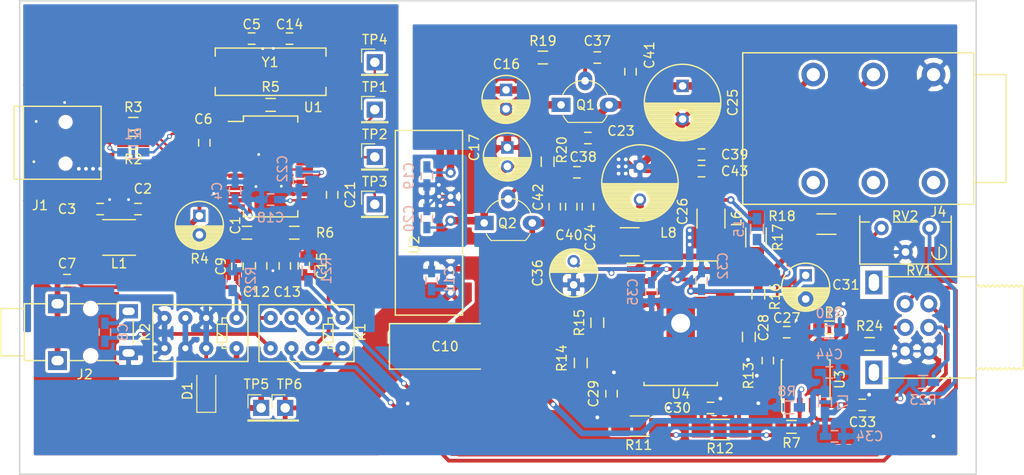
<source format=kicad_pcb>
(kicad_pcb (version 4) (host pcbnew 4.0.6)

  (general
    (links 190)
    (no_connects 0)
    (area 10.724999 13.424999 119.275001 63.575001)
    (thickness 1.6)
    (drawings 5)
    (tracks 816)
    (zones 0)
    (modules 95)
    (nets 69)
  )

  (page A4)
  (layers
    (0 F.Cu signal)
    (31 B.Cu signal)
    (32 B.Adhes user)
    (33 F.Adhes user)
    (34 B.Paste user)
    (35 F.Paste user)
    (36 B.SilkS user)
    (37 F.SilkS user)
    (38 B.Mask user)
    (39 F.Mask user)
    (40 Dwgs.User user)
    (41 Cmts.User user)
    (42 Eco1.User user)
    (43 Eco2.User user)
    (44 Edge.Cuts user)
    (45 Margin user)
    (46 B.CrtYd user)
    (47 F.CrtYd user)
    (48 B.Fab user hide)
    (49 F.Fab user hide)
  )

  (setup
    (last_trace_width 0.6)
    (user_trace_width 0.2)
    (user_trace_width 0.25)
    (user_trace_width 0.6)
    (user_trace_width 0.8)
    (user_trace_width 1.5)
    (trace_clearance 0.2)
    (zone_clearance 0.3)
    (zone_45_only yes)
    (trace_min 0.2)
    (segment_width 0.2)
    (edge_width 0.15)
    (via_size 0.6)
    (via_drill 0.4)
    (via_min_size 0.4)
    (via_min_drill 0.3)
    (user_via 0.5 0.3)
    (user_via 1.3 1)
    (uvia_size 0.3)
    (uvia_drill 0.1)
    (uvias_allowed no)
    (uvia_min_size 0.2)
    (uvia_min_drill 0.1)
    (pcb_text_width 0.3)
    (pcb_text_size 1.5 1.5)
    (mod_edge_width 0.15)
    (mod_text_size 1 1)
    (mod_text_width 0.15)
    (pad_size 1.8 3)
    (pad_drill 1.1)
    (pad_to_mask_clearance 0.2)
    (aux_axis_origin 0 0)
    (visible_elements FFFFFFFF)
    (pcbplotparams
      (layerselection 0x010f0_80000001)
      (usegerberextensions true)
      (excludeedgelayer true)
      (linewidth 0.100000)
      (plotframeref false)
      (viasonmask false)
      (mode 1)
      (useauxorigin false)
      (hpglpennumber 1)
      (hpglpenspeed 20)
      (hpglpendiameter 15)
      (hpglpenoverlay 2)
      (psnegative false)
      (psa4output false)
      (plotreference true)
      (plotvalue false)
      (plotinvisibletext false)
      (padsonsilk false)
      (subtractmaskfromsilk false)
      (outputformat 1)
      (mirror false)
      (drillshape 0)
      (scaleselection 1)
      (outputdirectory gerber/))
  )

  (net 0 "")
  (net 1 Earth)
  (net 2 "Net-(C1-Pad1)")
  (net 3 +5V)
  (net 4 "Net-(C4-Pad2)")
  (net 5 "Net-(C5-Pad1)")
  (net 6 +3V3)
  (net 7 "Net-(C7-Pad2)")
  (net 8 "Net-(C7-Pad1)")
  (net 9 "Net-(C8-Pad2)")
  (net 10 "Net-(C8-Pad1)")
  (net 11 /LUSB)
  (net 12 "Net-(C9-Pad1)")
  (net 13 "Net-(C12-Pad1)")
  (net 14 "Net-(C13-Pad2)")
  (net 15 "Net-(C14-Pad1)")
  (net 16 /RUSB)
  (net 17 "Net-(C15-Pad1)")
  (net 18 GNDPWR)
  (net 19 "Net-(C16-Pad1)")
  (net 20 "Net-(C17-Pad2)")
  (net 21 "Net-(C18-Pad2)")
  (net 22 "Net-(C21-Pad1)")
  (net 23 "Net-(C22-Pad2)")
  (net 24 +12V)
  (net 25 -12V)
  (net 26 "Net-(C27-Pad1)")
  (net 27 "Net-(C29-Pad1)")
  (net 28 "Net-(C30-Pad1)")
  (net 29 "Net-(C31-Pad1)")
  (net 30 "Net-(C33-Pad2)")
  (net 31 "Net-(C35-Pad2)")
  (net 32 "Net-(D1-Pad1)")
  (net 33 "Net-(J1-Pad4)")
  (net 34 /D+)
  (net 35 /D-)
  (net 36 GNDA)
  (net 37 "Net-(J4-Pad4)")
  (net 38 "Net-(J4-Pad6)")
  (net 39 "Net-(J4-Pad5)")
  (net 40 "Net-(J4-Pad2)")
  (net 41 "Net-(J4-Pad3)")
  (net 42 "Net-(K1-Pad6)")
  (net 43 "Net-(K1-Pad3)")
  (net 44 "Net-(R2-Pad2)")
  (net 45 "Net-(R3-Pad1)")
  (net 46 "Net-(R7-Pad2)")
  (net 47 "Net-(R11-Pad2)")
  (net 48 "Net-(R10-Pad2)")
  (net 49 "Net-(R12-Pad2)")
  (net 50 "Net-(R13-Pad2)")
  (net 51 "Net-(R14-Pad1)")
  (net 52 "Net-(R15-Pad2)")
  (net 53 "Net-(R16-Pad1)")
  (net 54 "Net-(TP1-Pad1)")
  (net 55 "Net-(TP2-Pad1)")
  (net 56 "Net-(TP3-Pad1)")
  (net 57 "Net-(U1-Pad5)")
  (net 58 "Net-(U1-Pad3)")
  (net 59 "Net-(U1-Pad2)")
  (net 60 "Net-(TP4-Pad1)")
  (net 61 "Net-(C37-Pad1)")
  (net 62 "Net-(C38-Pad1)")
  (net 63 "Net-(K1-Pad1)")
  (net 64 "Net-(K2-Pad1)")
  (net 65 "Net-(R23-Pad2)")
  (net 66 "Net-(R23-Pad1)")
  (net 67 "Net-(R24-Pad2)")
  (net 68 "Net-(R24-Pad1)")

  (net_class Default "This is the default net class."
    (clearance 0.2)
    (trace_width 0.4)
    (via_dia 0.6)
    (via_drill 0.4)
    (uvia_dia 0.3)
    (uvia_drill 0.1)
    (add_net +12V)
    (add_net +3V3)
    (add_net +5V)
    (add_net -12V)
    (add_net /D+)
    (add_net /D-)
    (add_net /LUSB)
    (add_net /RUSB)
    (add_net Earth)
    (add_net GNDA)
    (add_net GNDPWR)
    (add_net "Net-(C1-Pad1)")
    (add_net "Net-(C12-Pad1)")
    (add_net "Net-(C13-Pad2)")
    (add_net "Net-(C14-Pad1)")
    (add_net "Net-(C15-Pad1)")
    (add_net "Net-(C16-Pad1)")
    (add_net "Net-(C17-Pad2)")
    (add_net "Net-(C18-Pad2)")
    (add_net "Net-(C21-Pad1)")
    (add_net "Net-(C22-Pad2)")
    (add_net "Net-(C27-Pad1)")
    (add_net "Net-(C29-Pad1)")
    (add_net "Net-(C30-Pad1)")
    (add_net "Net-(C31-Pad1)")
    (add_net "Net-(C33-Pad2)")
    (add_net "Net-(C35-Pad2)")
    (add_net "Net-(C37-Pad1)")
    (add_net "Net-(C38-Pad1)")
    (add_net "Net-(C4-Pad2)")
    (add_net "Net-(C5-Pad1)")
    (add_net "Net-(C7-Pad1)")
    (add_net "Net-(C7-Pad2)")
    (add_net "Net-(C8-Pad1)")
    (add_net "Net-(C8-Pad2)")
    (add_net "Net-(C9-Pad1)")
    (add_net "Net-(D1-Pad1)")
    (add_net "Net-(J1-Pad4)")
    (add_net "Net-(J4-Pad2)")
    (add_net "Net-(J4-Pad3)")
    (add_net "Net-(J4-Pad4)")
    (add_net "Net-(J4-Pad5)")
    (add_net "Net-(J4-Pad6)")
    (add_net "Net-(K1-Pad1)")
    (add_net "Net-(K1-Pad3)")
    (add_net "Net-(K1-Pad6)")
    (add_net "Net-(K2-Pad1)")
    (add_net "Net-(R10-Pad2)")
    (add_net "Net-(R11-Pad2)")
    (add_net "Net-(R12-Pad2)")
    (add_net "Net-(R13-Pad2)")
    (add_net "Net-(R14-Pad1)")
    (add_net "Net-(R15-Pad2)")
    (add_net "Net-(R16-Pad1)")
    (add_net "Net-(R2-Pad2)")
    (add_net "Net-(R23-Pad1)")
    (add_net "Net-(R23-Pad2)")
    (add_net "Net-(R24-Pad1)")
    (add_net "Net-(R24-Pad2)")
    (add_net "Net-(R3-Pad1)")
    (add_net "Net-(R7-Pad2)")
    (add_net "Net-(TP1-Pad1)")
    (add_net "Net-(TP2-Pad1)")
    (add_net "Net-(TP3-Pad1)")
    (add_net "Net-(TP4-Pad1)")
    (add_net "Net-(U1-Pad2)")
    (add_net "Net-(U1-Pad3)")
    (add_net "Net-(U1-Pad5)")
  )

  (module Capacitors_THT:C_Radial_D8_L11.5_P3.5 (layer F.Cu) (tedit 0) (tstamp 5978A803)
    (at 83 22.5 270)
    (descr "Radial Electrolytic Capacitor Diameter 8mm x Length 11.5mm, Pitch 3.5mm")
    (tags "Electrolytic Capacitor")
    (path /593064DB)
    (fp_text reference C25 (at 1.75 -5.3 270) (layer F.SilkS)
      (effects (font (size 1 1) (thickness 0.15)))
    )
    (fp_text value 100u (at 1.75 5.3 270) (layer F.Fab)
      (effects (font (size 1 1) (thickness 0.15)))
    )
    (fp_circle (center 1.75 0) (end 1.75 -4.3) (layer F.CrtYd) (width 0.05))
    (fp_circle (center 1.75 0) (end 1.75 -4.0375) (layer F.SilkS) (width 0.15))
    (fp_circle (center 3.5 0) (end 3.5 -1) (layer F.SilkS) (width 0.15))
    (fp_line (start 5.745 -0.2) (end 5.745 0.2) (layer F.SilkS) (width 0.15))
    (fp_line (start 5.605 -1.067) (end 5.605 1.067) (layer F.SilkS) (width 0.15))
    (fp_line (start 5.465 -1.483) (end 5.465 1.483) (layer F.SilkS) (width 0.15))
    (fp_line (start 5.325 -1.794) (end 5.325 1.794) (layer F.SilkS) (width 0.15))
    (fp_line (start 5.185 -2.05) (end 5.185 2.05) (layer F.SilkS) (width 0.15))
    (fp_line (start 5.045 -2.268) (end 5.045 2.268) (layer F.SilkS) (width 0.15))
    (fp_line (start 4.905 -2.459) (end 4.905 2.459) (layer F.SilkS) (width 0.15))
    (fp_line (start 4.765 -2.629) (end 4.765 2.629) (layer F.SilkS) (width 0.15))
    (fp_line (start 4.625 -2.781) (end 4.625 2.781) (layer F.SilkS) (width 0.15))
    (fp_line (start 4.485 0.173) (end 4.485 2.919) (layer F.SilkS) (width 0.15))
    (fp_line (start 4.485 -2.919) (end 4.485 -0.173) (layer F.SilkS) (width 0.15))
    (fp_line (start 4.345 0.535) (end 4.345 3.044) (layer F.SilkS) (width 0.15))
    (fp_line (start 4.345 -3.044) (end 4.345 -0.535) (layer F.SilkS) (width 0.15))
    (fp_line (start 4.205 0.709) (end 4.205 3.158) (layer F.SilkS) (width 0.15))
    (fp_line (start 4.205 -3.158) (end 4.205 -0.709) (layer F.SilkS) (width 0.15))
    (fp_line (start 4.065 0.825) (end 4.065 3.262) (layer F.SilkS) (width 0.15))
    (fp_line (start 4.065 -3.262) (end 4.065 -0.825) (layer F.SilkS) (width 0.15))
    (fp_line (start 3.925 0.905) (end 3.925 3.357) (layer F.SilkS) (width 0.15))
    (fp_line (start 3.925 -3.357) (end 3.925 -0.905) (layer F.SilkS) (width 0.15))
    (fp_line (start 3.785 0.959) (end 3.785 3.444) (layer F.SilkS) (width 0.15))
    (fp_line (start 3.785 -3.444) (end 3.785 -0.959) (layer F.SilkS) (width 0.15))
    (fp_line (start 3.645 0.989) (end 3.645 3.523) (layer F.SilkS) (width 0.15))
    (fp_line (start 3.645 -3.523) (end 3.645 -0.989) (layer F.SilkS) (width 0.15))
    (fp_line (start 3.505 1) (end 3.505 3.594) (layer F.SilkS) (width 0.15))
    (fp_line (start 3.505 -3.594) (end 3.505 -1) (layer F.SilkS) (width 0.15))
    (fp_line (start 3.365 0.991) (end 3.365 3.659) (layer F.SilkS) (width 0.15))
    (fp_line (start 3.365 -3.659) (end 3.365 -0.991) (layer F.SilkS) (width 0.15))
    (fp_line (start 3.225 0.961) (end 3.225 3.718) (layer F.SilkS) (width 0.15))
    (fp_line (start 3.225 -3.718) (end 3.225 -0.961) (layer F.SilkS) (width 0.15))
    (fp_line (start 3.085 0.91) (end 3.085 3.771) (layer F.SilkS) (width 0.15))
    (fp_line (start 3.085 -3.771) (end 3.085 -0.91) (layer F.SilkS) (width 0.15))
    (fp_line (start 2.945 0.832) (end 2.945 3.817) (layer F.SilkS) (width 0.15))
    (fp_line (start 2.945 -3.817) (end 2.945 -0.832) (layer F.SilkS) (width 0.15))
    (fp_line (start 2.805 0.719) (end 2.805 3.858) (layer F.SilkS) (width 0.15))
    (fp_line (start 2.805 -3.858) (end 2.805 -0.719) (layer F.SilkS) (width 0.15))
    (fp_line (start 2.665 0.55) (end 2.665 3.894) (layer F.SilkS) (width 0.15))
    (fp_line (start 2.665 -3.894) (end 2.665 -0.55) (layer F.SilkS) (width 0.15))
    (fp_line (start 2.525 0.222) (end 2.525 3.924) (layer F.SilkS) (width 0.15))
    (fp_line (start 2.525 -3.924) (end 2.525 -0.222) (layer F.SilkS) (width 0.15))
    (fp_line (start 2.385 -3.949) (end 2.385 3.949) (layer F.SilkS) (width 0.15))
    (fp_line (start 2.245 -3.969) (end 2.245 3.969) (layer F.SilkS) (width 0.15))
    (fp_line (start 2.105 -3.984) (end 2.105 3.984) (layer F.SilkS) (width 0.15))
    (fp_line (start 1.965 -3.994) (end 1.965 3.994) (layer F.SilkS) (width 0.15))
    (fp_line (start 1.825 -3.999) (end 1.825 3.999) (layer F.SilkS) (width 0.15))
    (pad 1 thru_hole rect (at 0 0 270) (size 1.3 1.3) (drill 0.8) (layers *.Cu *.Mask)
      (net 24 +12V))
    (pad 2 thru_hole circle (at 3.5 0 270) (size 1.3 1.3) (drill 0.8) (layers *.Cu *.Mask)
      (net 18 GNDPWR))
    (model Capacitors_ThroughHole.3dshapes/C_Radial_D8_L11.5_P3.5.wrl
      (at (xyz 0 0 0))
      (scale (xyz 1 1 1))
      (rotate (xyz 0 0 0))
    )
  )

  (module Connectors:USB_Mini-B (layer F.Cu) (tedit 5543E571) (tstamp 5978A85A)
    (at 17 28.5)
    (descr "USB Mini-B 5-pin SMD connector")
    (tags "USB USB_B USB_Mini connector")
    (path /5976A1B4)
    (attr smd)
    (fp_text reference J1 (at -1.85 6.61) (layer F.SilkS)
      (effects (font (size 1 1) (thickness 0.15)))
    )
    (fp_text value USB_OTG (at 0 -7.0993) (layer F.Fab)
      (effects (font (size 1 1) (thickness 0.15)))
    )
    (fp_line (start 4.59994 -3.85064) (end -4.59994 -3.85064) (layer F.SilkS) (width 0.15))
    (fp_line (start 4.59994 3.85064) (end 4.59994 -3.85064) (layer F.SilkS) (width 0.15))
    (fp_line (start -4.59994 3.85064) (end 4.59994 3.85064) (layer F.SilkS) (width 0.15))
    (fp_line (start -4.59994 -3.85064) (end -4.59994 3.85064) (layer F.SilkS) (width 0.15))
    (fp_line (start -3.59918 -3.85064) (end -3.59918 3.85064) (layer F.SilkS) (width 0.15))
    (fp_line (start -4.85 5.7) (end -4.85 -5.7) (layer F.CrtYd) (width 0.05))
    (fp_line (start 4.85 5.7) (end -4.85 5.7) (layer F.CrtYd) (width 0.05))
    (fp_line (start 4.85 -5.7) (end 4.85 5.7) (layer F.CrtYd) (width 0.05))
    (fp_line (start -4.85 -5.7) (end 4.85 -5.7) (layer F.CrtYd) (width 0.05))
    (pad "" np_thru_hole circle (at 0.8509 2.19964) (size 0.89916 0.89916) (drill 0.89916) (layers *.Cu *.Mask))
    (pad "" np_thru_hole circle (at 0.8509 -2.19964) (size 0.89916 0.89916) (drill 0.89916) (layers *.Cu *.Mask))
    (pad 6 smd rect (at -2.14884 4.45008) (size 2.49936 1.99898) (layers F.Cu F.Paste F.Mask)
      (net 1 Earth))
    (pad 6 smd rect (at 3.35026 4.45008) (size 2.49936 1.99898) (layers F.Cu F.Paste F.Mask)
      (net 1 Earth))
    (pad 6 smd rect (at -2.14884 -4.45008) (size 2.49936 1.99898) (layers F.Cu F.Paste F.Mask)
      (net 1 Earth))
    (pad 6 smd rect (at 3.35026 -4.45008) (size 2.49936 1.99898) (layers F.Cu F.Paste F.Mask)
      (net 1 Earth))
    (pad 5 smd rect (at 3.44932 1.6002) (size 2.30124 0.50038) (layers F.Cu F.Paste F.Mask)
      (net 1 Earth))
    (pad 4 smd rect (at 3.44932 0.8001) (size 2.30124 0.50038) (layers F.Cu F.Paste F.Mask)
      (net 33 "Net-(J1-Pad4)"))
    (pad 3 smd rect (at 3.44932 0) (size 2.30124 0.50038) (layers F.Cu F.Paste F.Mask)
      (net 34 /D+))
    (pad 2 smd rect (at 3.44932 -0.8001) (size 2.30124 0.50038) (layers F.Cu F.Paste F.Mask)
      (net 35 /D-))
    (pad 1 smd rect (at 3.44932 -1.6002) (size 2.30124 0.50038) (layers F.Cu F.Paste F.Mask)
      (net 3 +5V))
  )

  (module Capacitors_THT:C_Radial_D5_L11_P2 (layer F.Cu) (tedit 0) (tstamp 5978A773)
    (at 31.98 36.22 270)
    (descr "Radial Electrolytic Capacitor 5mm x Length 11mm, Pitch 2mm")
    (tags "Electrolytic Capacitor")
    (path /5934B839)
    (fp_text reference C1 (at 1 -3.8 270) (layer F.SilkS)
      (effects (font (size 1 1) (thickness 0.15)))
    )
    (fp_text value 10u (at 1 3.8 270) (layer F.Fab)
      (effects (font (size 1 1) (thickness 0.15)))
    )
    (fp_circle (center 1 0) (end 1 -2.8) (layer F.CrtYd) (width 0.05))
    (fp_circle (center 1 0) (end 1 -2.5375) (layer F.SilkS) (width 0.15))
    (fp_circle (center 2 0) (end 2 -0.8) (layer F.SilkS) (width 0.15))
    (fp_line (start 3.455 -0.472) (end 3.455 0.472) (layer F.SilkS) (width 0.15))
    (fp_line (start 3.315 -0.944) (end 3.315 0.944) (layer F.SilkS) (width 0.15))
    (fp_line (start 3.175 -1.233) (end 3.175 1.233) (layer F.SilkS) (width 0.15))
    (fp_line (start 3.035 -1.452) (end 3.035 1.452) (layer F.SilkS) (width 0.15))
    (fp_line (start 2.895 -1.631) (end 2.895 1.631) (layer F.SilkS) (width 0.15))
    (fp_line (start 2.755 0.265) (end 2.755 1.78) (layer F.SilkS) (width 0.15))
    (fp_line (start 2.755 -1.78) (end 2.755 -0.265) (layer F.SilkS) (width 0.15))
    (fp_line (start 2.615 0.512) (end 2.615 1.908) (layer F.SilkS) (width 0.15))
    (fp_line (start 2.615 -1.908) (end 2.615 -0.512) (layer F.SilkS) (width 0.15))
    (fp_line (start 2.475 0.644) (end 2.475 2.019) (layer F.SilkS) (width 0.15))
    (fp_line (start 2.475 -2.019) (end 2.475 -0.644) (layer F.SilkS) (width 0.15))
    (fp_line (start 2.335 0.726) (end 2.335 2.114) (layer F.SilkS) (width 0.15))
    (fp_line (start 2.335 -2.114) (end 2.335 -0.726) (layer F.SilkS) (width 0.15))
    (fp_line (start 2.195 0.776) (end 2.195 2.196) (layer F.SilkS) (width 0.15))
    (fp_line (start 2.195 -2.196) (end 2.195 -0.776) (layer F.SilkS) (width 0.15))
    (fp_line (start 2.055 0.798) (end 2.055 2.266) (layer F.SilkS) (width 0.15))
    (fp_line (start 2.055 -2.266) (end 2.055 -0.798) (layer F.SilkS) (width 0.15))
    (fp_line (start 1.915 0.795) (end 1.915 2.327) (layer F.SilkS) (width 0.15))
    (fp_line (start 1.915 -2.327) (end 1.915 -0.795) (layer F.SilkS) (width 0.15))
    (fp_line (start 1.775 0.768) (end 1.775 2.377) (layer F.SilkS) (width 0.15))
    (fp_line (start 1.775 -2.377) (end 1.775 -0.768) (layer F.SilkS) (width 0.15))
    (fp_line (start 1.635 0.712) (end 1.635 2.418) (layer F.SilkS) (width 0.15))
    (fp_line (start 1.635 -2.418) (end 1.635 -0.712) (layer F.SilkS) (width 0.15))
    (fp_line (start 1.495 0.62) (end 1.495 2.451) (layer F.SilkS) (width 0.15))
    (fp_line (start 1.495 -2.451) (end 1.495 -0.62) (layer F.SilkS) (width 0.15))
    (fp_line (start 1.355 0.473) (end 1.355 2.475) (layer F.SilkS) (width 0.15))
    (fp_line (start 1.355 -2.475) (end 1.355 -0.473) (layer F.SilkS) (width 0.15))
    (fp_line (start 1.215 0.154) (end 1.215 2.491) (layer F.SilkS) (width 0.15))
    (fp_line (start 1.215 -2.491) (end 1.215 -0.154) (layer F.SilkS) (width 0.15))
    (fp_line (start 1.075 -2.499) (end 1.075 2.499) (layer F.SilkS) (width 0.15))
    (pad 2 thru_hole circle (at 2 0 270) (size 1.3 1.3) (drill 0.8) (layers *.Cu *.Mask)
      (net 1 Earth))
    (pad 1 thru_hole rect (at 0 0 270) (size 1.3 1.3) (drill 0.8) (layers *.Cu *.Mask)
      (net 2 "Net-(C1-Pad1)"))
    (model Capacitors_ThroughHole.3dshapes/C_Radial_D5_L11_P2.wrl
      (at (xyz 0 0 0))
      (scale (xyz 1 1 1))
      (rotate (xyz 0 0 0))
    )
  )

  (module Capacitors_SMD:C_0603_HandSoldering (layer F.Cu) (tedit 541A9B4D) (tstamp 5978A779)
    (at 25.5 35.5)
    (descr "Capacitor SMD 0603, hand soldering")
    (tags "capacitor 0603")
    (path /5934BF3E)
    (attr smd)
    (fp_text reference C2 (at 0.51 -2.14) (layer F.SilkS)
      (effects (font (size 1 1) (thickness 0.15)))
    )
    (fp_text value 100n (at 0 1.9) (layer F.Fab)
      (effects (font (size 1 1) (thickness 0.15)))
    )
    (fp_line (start 0.35 0.6) (end -0.35 0.6) (layer F.SilkS) (width 0.15))
    (fp_line (start -0.35 -0.6) (end 0.35 -0.6) (layer F.SilkS) (width 0.15))
    (fp_line (start 1.85 -0.75) (end 1.85 0.75) (layer F.CrtYd) (width 0.05))
    (fp_line (start -1.85 -0.75) (end -1.85 0.75) (layer F.CrtYd) (width 0.05))
    (fp_line (start -1.85 0.75) (end 1.85 0.75) (layer F.CrtYd) (width 0.05))
    (fp_line (start -1.85 -0.75) (end 1.85 -0.75) (layer F.CrtYd) (width 0.05))
    (fp_line (start -0.8 -0.4) (end 0.8 -0.4) (layer F.Fab) (width 0.15))
    (fp_line (start 0.8 -0.4) (end 0.8 0.4) (layer F.Fab) (width 0.15))
    (fp_line (start 0.8 0.4) (end -0.8 0.4) (layer F.Fab) (width 0.15))
    (fp_line (start -0.8 0.4) (end -0.8 -0.4) (layer F.Fab) (width 0.15))
    (pad 2 smd rect (at 0.95 0) (size 1.2 0.75) (layers F.Cu F.Paste F.Mask)
      (net 2 "Net-(C1-Pad1)"))
    (pad 1 smd rect (at -0.95 0) (size 1.2 0.75) (layers F.Cu F.Paste F.Mask)
      (net 1 Earth))
    (model Capacitors_SMD.3dshapes/C_0603_HandSoldering.wrl
      (at (xyz 0 0 0))
      (scale (xyz 1 1 1))
      (rotate (xyz 0 0 0))
    )
  )

  (module Capacitors_SMD:C_0603_HandSoldering (layer F.Cu) (tedit 541A9B4D) (tstamp 5978A77F)
    (at 21.5 35.5)
    (descr "Capacitor SMD 0603, hand soldering")
    (tags "capacitor 0603")
    (path /59305590)
    (attr smd)
    (fp_text reference C3 (at -3.5 0) (layer F.SilkS)
      (effects (font (size 1 1) (thickness 0.15)))
    )
    (fp_text value 200n (at 0 1.9) (layer F.Fab)
      (effects (font (size 1 1) (thickness 0.15)))
    )
    (fp_line (start 0.35 0.6) (end -0.35 0.6) (layer F.SilkS) (width 0.15))
    (fp_line (start -0.35 -0.6) (end 0.35 -0.6) (layer F.SilkS) (width 0.15))
    (fp_line (start 1.85 -0.75) (end 1.85 0.75) (layer F.CrtYd) (width 0.05))
    (fp_line (start -1.85 -0.75) (end -1.85 0.75) (layer F.CrtYd) (width 0.05))
    (fp_line (start -1.85 0.75) (end 1.85 0.75) (layer F.CrtYd) (width 0.05))
    (fp_line (start -1.85 -0.75) (end 1.85 -0.75) (layer F.CrtYd) (width 0.05))
    (fp_line (start -0.8 -0.4) (end 0.8 -0.4) (layer F.Fab) (width 0.15))
    (fp_line (start 0.8 -0.4) (end 0.8 0.4) (layer F.Fab) (width 0.15))
    (fp_line (start 0.8 0.4) (end -0.8 0.4) (layer F.Fab) (width 0.15))
    (fp_line (start -0.8 0.4) (end -0.8 -0.4) (layer F.Fab) (width 0.15))
    (pad 2 smd rect (at 0.95 0) (size 1.2 0.75) (layers F.Cu F.Paste F.Mask)
      (net 1 Earth))
    (pad 1 smd rect (at -0.95 0) (size 1.2 0.75) (layers F.Cu F.Paste F.Mask)
      (net 3 +5V))
    (model Capacitors_SMD.3dshapes/C_0603_HandSoldering.wrl
      (at (xyz 0 0 0))
      (scale (xyz 1 1 1))
      (rotate (xyz 0 0 0))
    )
  )

  (module Capacitors_SMD:C_0603_HandSoldering (layer B.Cu) (tedit 541A9B4D) (tstamp 5978A785)
    (at 35.75 33.59 270)
    (descr "Capacitor SMD 0603, hand soldering")
    (tags "capacitor 0603")
    (path /5934A4BD)
    (attr smd)
    (fp_text reference C4 (at 0 1.9 270) (layer B.SilkS)
      (effects (font (size 1 1) (thickness 0.15)) (justify mirror))
    )
    (fp_text value 1u (at 0 -1.9 270) (layer B.Fab)
      (effects (font (size 1 1) (thickness 0.15)) (justify mirror))
    )
    (fp_line (start 0.35 -0.6) (end -0.35 -0.6) (layer B.SilkS) (width 0.15))
    (fp_line (start -0.35 0.6) (end 0.35 0.6) (layer B.SilkS) (width 0.15))
    (fp_line (start 1.85 0.75) (end 1.85 -0.75) (layer B.CrtYd) (width 0.05))
    (fp_line (start -1.85 0.75) (end -1.85 -0.75) (layer B.CrtYd) (width 0.05))
    (fp_line (start -1.85 -0.75) (end 1.85 -0.75) (layer B.CrtYd) (width 0.05))
    (fp_line (start -1.85 0.75) (end 1.85 0.75) (layer B.CrtYd) (width 0.05))
    (fp_line (start -0.8 0.4) (end 0.8 0.4) (layer B.Fab) (width 0.15))
    (fp_line (start 0.8 0.4) (end 0.8 -0.4) (layer B.Fab) (width 0.15))
    (fp_line (start 0.8 -0.4) (end -0.8 -0.4) (layer B.Fab) (width 0.15))
    (fp_line (start -0.8 -0.4) (end -0.8 0.4) (layer B.Fab) (width 0.15))
    (pad 2 smd rect (at 0.95 0 270) (size 1.2 0.75) (layers B.Cu B.Paste B.Mask)
      (net 4 "Net-(C4-Pad2)"))
    (pad 1 smd rect (at -0.95 0 270) (size 1.2 0.75) (layers B.Cu B.Paste B.Mask)
      (net 1 Earth))
    (model Capacitors_SMD.3dshapes/C_0603_HandSoldering.wrl
      (at (xyz 0 0 0))
      (scale (xyz 1 1 1))
      (rotate (xyz 0 0 0))
    )
  )

  (module Capacitors_SMD:C_0603_HandSoldering (layer F.Cu) (tedit 541A9B4D) (tstamp 5978A78B)
    (at 37.5 17.5)
    (descr "Capacitor SMD 0603, hand soldering")
    (tags "capacitor 0603")
    (path /59348C90)
    (attr smd)
    (fp_text reference C5 (at 0 -1.5) (layer F.SilkS)
      (effects (font (size 1 1) (thickness 0.15)))
    )
    (fp_text value 27p (at 0 1.9) (layer F.Fab)
      (effects (font (size 1 1) (thickness 0.15)))
    )
    (fp_line (start 0.35 0.6) (end -0.35 0.6) (layer F.SilkS) (width 0.15))
    (fp_line (start -0.35 -0.6) (end 0.35 -0.6) (layer F.SilkS) (width 0.15))
    (fp_line (start 1.85 -0.75) (end 1.85 0.75) (layer F.CrtYd) (width 0.05))
    (fp_line (start -1.85 -0.75) (end -1.85 0.75) (layer F.CrtYd) (width 0.05))
    (fp_line (start -1.85 0.75) (end 1.85 0.75) (layer F.CrtYd) (width 0.05))
    (fp_line (start -1.85 -0.75) (end 1.85 -0.75) (layer F.CrtYd) (width 0.05))
    (fp_line (start -0.8 -0.4) (end 0.8 -0.4) (layer F.Fab) (width 0.15))
    (fp_line (start 0.8 -0.4) (end 0.8 0.4) (layer F.Fab) (width 0.15))
    (fp_line (start 0.8 0.4) (end -0.8 0.4) (layer F.Fab) (width 0.15))
    (fp_line (start -0.8 0.4) (end -0.8 -0.4) (layer F.Fab) (width 0.15))
    (pad 2 smd rect (at 0.95 0) (size 1.2 0.75) (layers F.Cu F.Paste F.Mask)
      (net 1 Earth))
    (pad 1 smd rect (at -0.95 0) (size 1.2 0.75) (layers F.Cu F.Paste F.Mask)
      (net 5 "Net-(C5-Pad1)"))
    (model Capacitors_SMD.3dshapes/C_0603_HandSoldering.wrl
      (at (xyz 0 0 0))
      (scale (xyz 1 1 1))
      (rotate (xyz 0 0 0))
    )
  )

  (module Capacitors_SMD:C_0603_HandSoldering (layer F.Cu) (tedit 541A9B4D) (tstamp 5978A791)
    (at 32.5 28.5 90)
    (descr "Capacitor SMD 0603, hand soldering")
    (tags "capacitor 0603")
    (path /5934D473)
    (attr smd)
    (fp_text reference C6 (at 2.5 -0.1 180) (layer F.SilkS)
      (effects (font (size 1 1) (thickness 0.15)))
    )
    (fp_text value 200n (at 0 1.9 90) (layer F.Fab)
      (effects (font (size 1 1) (thickness 0.15)))
    )
    (fp_line (start 0.35 0.6) (end -0.35 0.6) (layer F.SilkS) (width 0.15))
    (fp_line (start -0.35 -0.6) (end 0.35 -0.6) (layer F.SilkS) (width 0.15))
    (fp_line (start 1.85 -0.75) (end 1.85 0.75) (layer F.CrtYd) (width 0.05))
    (fp_line (start -1.85 -0.75) (end -1.85 0.75) (layer F.CrtYd) (width 0.05))
    (fp_line (start -1.85 0.75) (end 1.85 0.75) (layer F.CrtYd) (width 0.05))
    (fp_line (start -1.85 -0.75) (end 1.85 -0.75) (layer F.CrtYd) (width 0.05))
    (fp_line (start -0.8 -0.4) (end 0.8 -0.4) (layer F.Fab) (width 0.15))
    (fp_line (start 0.8 -0.4) (end 0.8 0.4) (layer F.Fab) (width 0.15))
    (fp_line (start 0.8 0.4) (end -0.8 0.4) (layer F.Fab) (width 0.15))
    (fp_line (start -0.8 0.4) (end -0.8 -0.4) (layer F.Fab) (width 0.15))
    (pad 2 smd rect (at 0.95 0 90) (size 1.2 0.75) (layers F.Cu F.Paste F.Mask)
      (net 6 +3V3))
    (pad 1 smd rect (at -0.95 0 90) (size 1.2 0.75) (layers F.Cu F.Paste F.Mask)
      (net 1 Earth))
    (model Capacitors_SMD.3dshapes/C_0603_HandSoldering.wrl
      (at (xyz 0 0 0))
      (scale (xyz 1 1 1))
      (rotate (xyz 0 0 0))
    )
  )

  (module Capacitors_SMD:C_0603_HandSoldering (layer F.Cu) (tedit 541A9B4D) (tstamp 5978A797)
    (at 18 43 180)
    (descr "Capacitor SMD 0603, hand soldering")
    (tags "capacitor 0603")
    (path /5935AC3B)
    (attr smd)
    (fp_text reference C7 (at 0 1.75 180) (layer F.SilkS)
      (effects (font (size 1 1) (thickness 0.15)))
    )
    (fp_text value 1u (at 0 1.9 180) (layer F.Fab)
      (effects (font (size 1 1) (thickness 0.15)))
    )
    (fp_line (start 0.35 0.6) (end -0.35 0.6) (layer F.SilkS) (width 0.15))
    (fp_line (start -0.35 -0.6) (end 0.35 -0.6) (layer F.SilkS) (width 0.15))
    (fp_line (start 1.85 -0.75) (end 1.85 0.75) (layer F.CrtYd) (width 0.05))
    (fp_line (start -1.85 -0.75) (end -1.85 0.75) (layer F.CrtYd) (width 0.05))
    (fp_line (start -1.85 0.75) (end 1.85 0.75) (layer F.CrtYd) (width 0.05))
    (fp_line (start -1.85 -0.75) (end 1.85 -0.75) (layer F.CrtYd) (width 0.05))
    (fp_line (start -0.8 -0.4) (end 0.8 -0.4) (layer F.Fab) (width 0.15))
    (fp_line (start 0.8 -0.4) (end 0.8 0.4) (layer F.Fab) (width 0.15))
    (fp_line (start 0.8 0.4) (end -0.8 0.4) (layer F.Fab) (width 0.15))
    (fp_line (start -0.8 0.4) (end -0.8 -0.4) (layer F.Fab) (width 0.15))
    (pad 2 smd rect (at 0.95 0 180) (size 1.2 0.75) (layers F.Cu F.Paste F.Mask)
      (net 7 "Net-(C7-Pad2)"))
    (pad 1 smd rect (at -0.95 0 180) (size 1.2 0.75) (layers F.Cu F.Paste F.Mask)
      (net 8 "Net-(C7-Pad1)"))
    (model Capacitors_SMD.3dshapes/C_0603_HandSoldering.wrl
      (at (xyz 0 0 0))
      (scale (xyz 1 1 1))
      (rotate (xyz 0 0 0))
    )
  )

  (module Capacitors_SMD:C_0603_HandSoldering (layer B.Cu) (tedit 541A9B4D) (tstamp 5978A79D)
    (at 22 48.5 90)
    (descr "Capacitor SMD 0603, hand soldering")
    (tags "capacitor 0603")
    (path /5935A9B7)
    (attr smd)
    (fp_text reference C8 (at 0 1.9 90) (layer B.SilkS)
      (effects (font (size 1 1) (thickness 0.15)) (justify mirror))
    )
    (fp_text value 1u (at 0 -1.9 90) (layer B.Fab)
      (effects (font (size 1 1) (thickness 0.15)) (justify mirror))
    )
    (fp_line (start 0.35 -0.6) (end -0.35 -0.6) (layer B.SilkS) (width 0.15))
    (fp_line (start -0.35 0.6) (end 0.35 0.6) (layer B.SilkS) (width 0.15))
    (fp_line (start 1.85 0.75) (end 1.85 -0.75) (layer B.CrtYd) (width 0.05))
    (fp_line (start -1.85 0.75) (end -1.85 -0.75) (layer B.CrtYd) (width 0.05))
    (fp_line (start -1.85 -0.75) (end 1.85 -0.75) (layer B.CrtYd) (width 0.05))
    (fp_line (start -1.85 0.75) (end 1.85 0.75) (layer B.CrtYd) (width 0.05))
    (fp_line (start -0.8 0.4) (end 0.8 0.4) (layer B.Fab) (width 0.15))
    (fp_line (start 0.8 0.4) (end 0.8 -0.4) (layer B.Fab) (width 0.15))
    (fp_line (start 0.8 -0.4) (end -0.8 -0.4) (layer B.Fab) (width 0.15))
    (fp_line (start -0.8 -0.4) (end -0.8 0.4) (layer B.Fab) (width 0.15))
    (pad 2 smd rect (at 0.95 0 90) (size 1.2 0.75) (layers B.Cu B.Paste B.Mask)
      (net 9 "Net-(C8-Pad2)"))
    (pad 1 smd rect (at -0.95 0 90) (size 1.2 0.75) (layers B.Cu B.Paste B.Mask)
      (net 10 "Net-(C8-Pad1)"))
    (model Capacitors_SMD.3dshapes/C_0603_HandSoldering.wrl
      (at (xyz 0 0 0))
      (scale (xyz 1 1 1))
      (rotate (xyz 0 0 0))
    )
  )

  (module Capacitors_SMD:C_0603_HandSoldering (layer F.Cu) (tedit 541A9B4D) (tstamp 5978A7A3)
    (at 36 41.55 270)
    (descr "Capacitor SMD 0603, hand soldering")
    (tags "capacitor 0603")
    (path /593501B5)
    (attr smd)
    (fp_text reference C9 (at 0 1.75 270) (layer F.SilkS)
      (effects (font (size 1 1) (thickness 0.15)))
    )
    (fp_text value 1u (at 0 1.9 270) (layer F.Fab)
      (effects (font (size 1 1) (thickness 0.15)))
    )
    (fp_line (start 0.35 0.6) (end -0.35 0.6) (layer F.SilkS) (width 0.15))
    (fp_line (start -0.35 -0.6) (end 0.35 -0.6) (layer F.SilkS) (width 0.15))
    (fp_line (start 1.85 -0.75) (end 1.85 0.75) (layer F.CrtYd) (width 0.05))
    (fp_line (start -1.85 -0.75) (end -1.85 0.75) (layer F.CrtYd) (width 0.05))
    (fp_line (start -1.85 0.75) (end 1.85 0.75) (layer F.CrtYd) (width 0.05))
    (fp_line (start -1.85 -0.75) (end 1.85 -0.75) (layer F.CrtYd) (width 0.05))
    (fp_line (start -0.8 -0.4) (end 0.8 -0.4) (layer F.Fab) (width 0.15))
    (fp_line (start 0.8 -0.4) (end 0.8 0.4) (layer F.Fab) (width 0.15))
    (fp_line (start 0.8 0.4) (end -0.8 0.4) (layer F.Fab) (width 0.15))
    (fp_line (start -0.8 0.4) (end -0.8 -0.4) (layer F.Fab) (width 0.15))
    (pad 2 smd rect (at 0.95 0 270) (size 1.2 0.75) (layers F.Cu F.Paste F.Mask)
      (net 11 /LUSB))
    (pad 1 smd rect (at -0.95 0 270) (size 1.2 0.75) (layers F.Cu F.Paste F.Mask)
      (net 12 "Net-(C9-Pad1)"))
    (model Capacitors_SMD.3dshapes/C_0603_HandSoldering.wrl
      (at (xyz 0 0 0))
      (scale (xyz 1 1 1))
      (rotate (xyz 0 0 0))
    )
  )

  (module Capacitors_Tantalum_SMD:Tantalum_Case-D_EIA-7343-31_Hand (layer F.Cu) (tedit 57B6E980) (tstamp 5978A7A9)
    (at 58 50)
    (descr "Tantalum capacitor, Case D, EIA 7343-31, 7.3x4.3x2.8mm, Hand soldering footprint")
    (tags "capacitor tantalum smd")
    (path /593055F7)
    (attr smd)
    (fp_text reference C10 (at -0.08 0.01) (layer F.SilkS)
      (effects (font (size 1 1) (thickness 0.15)))
    )
    (fp_text value 100u (at 0 3.9) (layer F.Fab)
      (effects (font (size 1 1) (thickness 0.15)))
    )
    (fp_line (start -5.95 -2.4) (end -5.95 2.4) (layer F.SilkS) (width 0.15))
    (fp_line (start -5.95 2.4) (end 3.65 2.4) (layer F.SilkS) (width 0.15))
    (fp_line (start -5.95 -2.4) (end 3.65 -2.4) (layer F.SilkS) (width 0.15))
    (fp_line (start -2.555 -2.15) (end -2.555 2.15) (layer F.Fab) (width 0.15))
    (fp_line (start -2.92 -2.15) (end -2.92 2.15) (layer F.Fab) (width 0.15))
    (fp_line (start 3.65 -2.15) (end -3.65 -2.15) (layer F.Fab) (width 0.15))
    (fp_line (start 3.65 2.15) (end 3.65 -2.15) (layer F.Fab) (width 0.15))
    (fp_line (start -3.65 2.15) (end 3.65 2.15) (layer F.Fab) (width 0.15))
    (fp_line (start -3.65 -2.15) (end -3.65 2.15) (layer F.Fab) (width 0.15))
    (fp_line (start 6.05 -2.5) (end -6.05 -2.5) (layer F.CrtYd) (width 0.05))
    (fp_line (start 6.05 2.5) (end 6.05 -2.5) (layer F.CrtYd) (width 0.05))
    (fp_line (start -6.05 2.5) (end 6.05 2.5) (layer F.CrtYd) (width 0.05))
    (fp_line (start -6.05 -2.5) (end -6.05 2.5) (layer F.CrtYd) (width 0.05))
    (pad 2 smd rect (at 3.775 0) (size 3.75 2.7) (layers F.Cu F.Paste F.Mask)
      (net 1 Earth))
    (pad 1 smd rect (at -3.775 0) (size 3.75 2.7) (layers F.Cu F.Paste F.Mask)
      (net 3 +5V))
    (model Capacitors_Tantalum_SMD.3dshapes/Tantalum_Case-D_EIA-7343-31.wrl
      (at (xyz 0 0 0))
      (scale (xyz 1 1 1))
      (rotate (xyz 0 0 0))
    )
  )

  (module Capacitors_SMD:C_0603_HandSoldering (layer B.Cu) (tedit 541A9B4D) (tstamp 5978A7AF)
    (at 56.5 43.05 90)
    (descr "Capacitor SMD 0603, hand soldering")
    (tags "capacitor 0603")
    (path /5930565F)
    (attr smd)
    (fp_text reference C11 (at 0 1.9 90) (layer B.SilkS)
      (effects (font (size 1 1) (thickness 0.15)) (justify mirror))
    )
    (fp_text value 100n (at 0 -1.9 90) (layer B.Fab)
      (effects (font (size 1 1) (thickness 0.15)) (justify mirror))
    )
    (fp_line (start 0.35 -0.6) (end -0.35 -0.6) (layer B.SilkS) (width 0.15))
    (fp_line (start -0.35 0.6) (end 0.35 0.6) (layer B.SilkS) (width 0.15))
    (fp_line (start 1.85 0.75) (end 1.85 -0.75) (layer B.CrtYd) (width 0.05))
    (fp_line (start -1.85 0.75) (end -1.85 -0.75) (layer B.CrtYd) (width 0.05))
    (fp_line (start -1.85 -0.75) (end 1.85 -0.75) (layer B.CrtYd) (width 0.05))
    (fp_line (start -1.85 0.75) (end 1.85 0.75) (layer B.CrtYd) (width 0.05))
    (fp_line (start -0.8 0.4) (end 0.8 0.4) (layer B.Fab) (width 0.15))
    (fp_line (start 0.8 0.4) (end 0.8 -0.4) (layer B.Fab) (width 0.15))
    (fp_line (start 0.8 -0.4) (end -0.8 -0.4) (layer B.Fab) (width 0.15))
    (fp_line (start -0.8 -0.4) (end -0.8 0.4) (layer B.Fab) (width 0.15))
    (pad 2 smd rect (at 0.95 0 90) (size 1.2 0.75) (layers B.Cu B.Paste B.Mask)
      (net 1 Earth))
    (pad 1 smd rect (at -0.95 0 90) (size 1.2 0.75) (layers B.Cu B.Paste B.Mask)
      (net 3 +5V))
    (model Capacitors_SMD.3dshapes/C_0603_HandSoldering.wrl
      (at (xyz 0 0 0))
      (scale (xyz 1 1 1))
      (rotate (xyz 0 0 0))
    )
  )

  (module Capacitors_SMD:C_0603_HandSoldering (layer F.Cu) (tedit 541A9B4D) (tstamp 5978A7B5)
    (at 38.5 41.5 270)
    (descr "Capacitor SMD 0603, hand soldering")
    (tags "capacitor 0603")
    (path /5934FA03)
    (attr smd)
    (fp_text reference C12 (at 2.75 0.5 540) (layer F.SilkS)
      (effects (font (size 1 1) (thickness 0.15)))
    )
    (fp_text value 22n (at 0 1.9 270) (layer F.Fab)
      (effects (font (size 1 1) (thickness 0.15)))
    )
    (fp_line (start 0.35 0.6) (end -0.35 0.6) (layer F.SilkS) (width 0.15))
    (fp_line (start -0.35 -0.6) (end 0.35 -0.6) (layer F.SilkS) (width 0.15))
    (fp_line (start 1.85 -0.75) (end 1.85 0.75) (layer F.CrtYd) (width 0.05))
    (fp_line (start -1.85 -0.75) (end -1.85 0.75) (layer F.CrtYd) (width 0.05))
    (fp_line (start -1.85 0.75) (end 1.85 0.75) (layer F.CrtYd) (width 0.05))
    (fp_line (start -1.85 -0.75) (end 1.85 -0.75) (layer F.CrtYd) (width 0.05))
    (fp_line (start -0.8 -0.4) (end 0.8 -0.4) (layer F.Fab) (width 0.15))
    (fp_line (start 0.8 -0.4) (end 0.8 0.4) (layer F.Fab) (width 0.15))
    (fp_line (start 0.8 0.4) (end -0.8 0.4) (layer F.Fab) (width 0.15))
    (fp_line (start -0.8 0.4) (end -0.8 -0.4) (layer F.Fab) (width 0.15))
    (pad 2 smd rect (at 0.95 0 270) (size 1.2 0.75) (layers F.Cu F.Paste F.Mask)
      (net 1 Earth))
    (pad 1 smd rect (at -0.95 0 270) (size 1.2 0.75) (layers F.Cu F.Paste F.Mask)
      (net 13 "Net-(C12-Pad1)"))
    (model Capacitors_SMD.3dshapes/C_0603_HandSoldering.wrl
      (at (xyz 0 0 0))
      (scale (xyz 1 1 1))
      (rotate (xyz 0 0 0))
    )
  )

  (module Capacitors_SMD:C_0603_HandSoldering (layer F.Cu) (tedit 541A9B4D) (tstamp 5978A7BB)
    (at 41 41.5 90)
    (descr "Capacitor SMD 0603, hand soldering")
    (tags "capacitor 0603")
    (path /5934F029)
    (attr smd)
    (fp_text reference C13 (at -2.75 0.25 360) (layer F.SilkS)
      (effects (font (size 1 1) (thickness 0.15)))
    )
    (fp_text value 22n (at 0 1.9 90) (layer F.Fab)
      (effects (font (size 1 1) (thickness 0.15)))
    )
    (fp_line (start 0.35 0.6) (end -0.35 0.6) (layer F.SilkS) (width 0.15))
    (fp_line (start -0.35 -0.6) (end 0.35 -0.6) (layer F.SilkS) (width 0.15))
    (fp_line (start 1.85 -0.75) (end 1.85 0.75) (layer F.CrtYd) (width 0.05))
    (fp_line (start -1.85 -0.75) (end -1.85 0.75) (layer F.CrtYd) (width 0.05))
    (fp_line (start -1.85 0.75) (end 1.85 0.75) (layer F.CrtYd) (width 0.05))
    (fp_line (start -1.85 -0.75) (end 1.85 -0.75) (layer F.CrtYd) (width 0.05))
    (fp_line (start -0.8 -0.4) (end 0.8 -0.4) (layer F.Fab) (width 0.15))
    (fp_line (start 0.8 -0.4) (end 0.8 0.4) (layer F.Fab) (width 0.15))
    (fp_line (start 0.8 0.4) (end -0.8 0.4) (layer F.Fab) (width 0.15))
    (fp_line (start -0.8 0.4) (end -0.8 -0.4) (layer F.Fab) (width 0.15))
    (pad 2 smd rect (at 0.95 0 90) (size 1.2 0.75) (layers F.Cu F.Paste F.Mask)
      (net 14 "Net-(C13-Pad2)"))
    (pad 1 smd rect (at -0.95 0 90) (size 1.2 0.75) (layers F.Cu F.Paste F.Mask)
      (net 1 Earth))
    (model Capacitors_SMD.3dshapes/C_0603_HandSoldering.wrl
      (at (xyz 0 0 0))
      (scale (xyz 1 1 1))
      (rotate (xyz 0 0 0))
    )
  )

  (module Capacitors_SMD:C_0603_HandSoldering (layer F.Cu) (tedit 541A9B4D) (tstamp 5978A7C1)
    (at 41.5 17.5 180)
    (descr "Capacitor SMD 0603, hand soldering")
    (tags "capacitor 0603")
    (path /59348F37)
    (attr smd)
    (fp_text reference C14 (at 0 1.5 180) (layer F.SilkS)
      (effects (font (size 1 1) (thickness 0.15)))
    )
    (fp_text value 27p (at 0 1.9 180) (layer F.Fab)
      (effects (font (size 1 1) (thickness 0.15)))
    )
    (fp_line (start 0.35 0.6) (end -0.35 0.6) (layer F.SilkS) (width 0.15))
    (fp_line (start -0.35 -0.6) (end 0.35 -0.6) (layer F.SilkS) (width 0.15))
    (fp_line (start 1.85 -0.75) (end 1.85 0.75) (layer F.CrtYd) (width 0.05))
    (fp_line (start -1.85 -0.75) (end -1.85 0.75) (layer F.CrtYd) (width 0.05))
    (fp_line (start -1.85 0.75) (end 1.85 0.75) (layer F.CrtYd) (width 0.05))
    (fp_line (start -1.85 -0.75) (end 1.85 -0.75) (layer F.CrtYd) (width 0.05))
    (fp_line (start -0.8 -0.4) (end 0.8 -0.4) (layer F.Fab) (width 0.15))
    (fp_line (start 0.8 -0.4) (end 0.8 0.4) (layer F.Fab) (width 0.15))
    (fp_line (start 0.8 0.4) (end -0.8 0.4) (layer F.Fab) (width 0.15))
    (fp_line (start -0.8 0.4) (end -0.8 -0.4) (layer F.Fab) (width 0.15))
    (pad 2 smd rect (at 0.95 0 180) (size 1.2 0.75) (layers F.Cu F.Paste F.Mask)
      (net 1 Earth))
    (pad 1 smd rect (at -0.95 0 180) (size 1.2 0.75) (layers F.Cu F.Paste F.Mask)
      (net 15 "Net-(C14-Pad1)"))
    (model Capacitors_SMD.3dshapes/C_0603_HandSoldering.wrl
      (at (xyz 0 0 0))
      (scale (xyz 1 1 1))
      (rotate (xyz 0 0 0))
    )
  )

  (module Capacitors_SMD:C_0603_HandSoldering (layer F.Cu) (tedit 541A9B4D) (tstamp 5978A7C7)
    (at 43 41.5 270)
    (descr "Capacitor SMD 0603, hand soldering")
    (tags "capacitor 0603")
    (path /5934F52B)
    (attr smd)
    (fp_text reference C15 (at 0 -1.9 270) (layer F.SilkS)
      (effects (font (size 1 1) (thickness 0.15)))
    )
    (fp_text value 1u (at 0 1.9 270) (layer F.Fab)
      (effects (font (size 1 1) (thickness 0.15)))
    )
    (fp_line (start 0.35 0.6) (end -0.35 0.6) (layer F.SilkS) (width 0.15))
    (fp_line (start -0.35 -0.6) (end 0.35 -0.6) (layer F.SilkS) (width 0.15))
    (fp_line (start 1.85 -0.75) (end 1.85 0.75) (layer F.CrtYd) (width 0.05))
    (fp_line (start -1.85 -0.75) (end -1.85 0.75) (layer F.CrtYd) (width 0.05))
    (fp_line (start -1.85 0.75) (end 1.85 0.75) (layer F.CrtYd) (width 0.05))
    (fp_line (start -1.85 -0.75) (end 1.85 -0.75) (layer F.CrtYd) (width 0.05))
    (fp_line (start -0.8 -0.4) (end 0.8 -0.4) (layer F.Fab) (width 0.15))
    (fp_line (start 0.8 -0.4) (end 0.8 0.4) (layer F.Fab) (width 0.15))
    (fp_line (start 0.8 0.4) (end -0.8 0.4) (layer F.Fab) (width 0.15))
    (fp_line (start -0.8 0.4) (end -0.8 -0.4) (layer F.Fab) (width 0.15))
    (pad 2 smd rect (at 0.95 0 270) (size 1.2 0.75) (layers F.Cu F.Paste F.Mask)
      (net 16 /RUSB))
    (pad 1 smd rect (at -0.95 0 270) (size 1.2 0.75) (layers F.Cu F.Paste F.Mask)
      (net 17 "Net-(C15-Pad1)"))
    (model Capacitors_SMD.3dshapes/C_0603_HandSoldering.wrl
      (at (xyz 0 0 0))
      (scale (xyz 1 1 1))
      (rotate (xyz 0 0 0))
    )
  )

  (module Capacitors_THT:C_Radial_D5_L11_P2 (layer F.Cu) (tedit 0) (tstamp 5978A7CD)
    (at 64.36 22.92 270)
    (descr "Radial Electrolytic Capacitor 5mm x Length 11mm, Pitch 2mm")
    (tags "Electrolytic Capacitor")
    (path /59305A96)
    (fp_text reference C16 (at -2.72 -0.04 360) (layer F.SilkS)
      (effects (font (size 1 1) (thickness 0.15)))
    )
    (fp_text value 10u (at 1 3.8 270) (layer F.Fab)
      (effects (font (size 1 1) (thickness 0.15)))
    )
    (fp_circle (center 1 0) (end 1 -2.8) (layer F.CrtYd) (width 0.05))
    (fp_circle (center 1 0) (end 1 -2.5375) (layer F.SilkS) (width 0.15))
    (fp_circle (center 2 0) (end 2 -0.8) (layer F.SilkS) (width 0.15))
    (fp_line (start 3.455 -0.472) (end 3.455 0.472) (layer F.SilkS) (width 0.15))
    (fp_line (start 3.315 -0.944) (end 3.315 0.944) (layer F.SilkS) (width 0.15))
    (fp_line (start 3.175 -1.233) (end 3.175 1.233) (layer F.SilkS) (width 0.15))
    (fp_line (start 3.035 -1.452) (end 3.035 1.452) (layer F.SilkS) (width 0.15))
    (fp_line (start 2.895 -1.631) (end 2.895 1.631) (layer F.SilkS) (width 0.15))
    (fp_line (start 2.755 0.265) (end 2.755 1.78) (layer F.SilkS) (width 0.15))
    (fp_line (start 2.755 -1.78) (end 2.755 -0.265) (layer F.SilkS) (width 0.15))
    (fp_line (start 2.615 0.512) (end 2.615 1.908) (layer F.SilkS) (width 0.15))
    (fp_line (start 2.615 -1.908) (end 2.615 -0.512) (layer F.SilkS) (width 0.15))
    (fp_line (start 2.475 0.644) (end 2.475 2.019) (layer F.SilkS) (width 0.15))
    (fp_line (start 2.475 -2.019) (end 2.475 -0.644) (layer F.SilkS) (width 0.15))
    (fp_line (start 2.335 0.726) (end 2.335 2.114) (layer F.SilkS) (width 0.15))
    (fp_line (start 2.335 -2.114) (end 2.335 -0.726) (layer F.SilkS) (width 0.15))
    (fp_line (start 2.195 0.776) (end 2.195 2.196) (layer F.SilkS) (width 0.15))
    (fp_line (start 2.195 -2.196) (end 2.195 -0.776) (layer F.SilkS) (width 0.15))
    (fp_line (start 2.055 0.798) (end 2.055 2.266) (layer F.SilkS) (width 0.15))
    (fp_line (start 2.055 -2.266) (end 2.055 -0.798) (layer F.SilkS) (width 0.15))
    (fp_line (start 1.915 0.795) (end 1.915 2.327) (layer F.SilkS) (width 0.15))
    (fp_line (start 1.915 -2.327) (end 1.915 -0.795) (layer F.SilkS) (width 0.15))
    (fp_line (start 1.775 0.768) (end 1.775 2.377) (layer F.SilkS) (width 0.15))
    (fp_line (start 1.775 -2.377) (end 1.775 -0.768) (layer F.SilkS) (width 0.15))
    (fp_line (start 1.635 0.712) (end 1.635 2.418) (layer F.SilkS) (width 0.15))
    (fp_line (start 1.635 -2.418) (end 1.635 -0.712) (layer F.SilkS) (width 0.15))
    (fp_line (start 1.495 0.62) (end 1.495 2.451) (layer F.SilkS) (width 0.15))
    (fp_line (start 1.495 -2.451) (end 1.495 -0.62) (layer F.SilkS) (width 0.15))
    (fp_line (start 1.355 0.473) (end 1.355 2.475) (layer F.SilkS) (width 0.15))
    (fp_line (start 1.355 -2.475) (end 1.355 -0.473) (layer F.SilkS) (width 0.15))
    (fp_line (start 1.215 0.154) (end 1.215 2.491) (layer F.SilkS) (width 0.15))
    (fp_line (start 1.215 -2.491) (end 1.215 -0.154) (layer F.SilkS) (width 0.15))
    (fp_line (start 1.075 -2.499) (end 1.075 2.499) (layer F.SilkS) (width 0.15))
    (pad 2 thru_hole circle (at 2 0 270) (size 1.3 1.3) (drill 0.8) (layers *.Cu *.Mask)
      (net 18 GNDPWR))
    (pad 1 thru_hole rect (at 0 0 270) (size 1.3 1.3) (drill 0.8) (layers *.Cu *.Mask)
      (net 19 "Net-(C16-Pad1)"))
    (model Capacitors_ThroughHole.3dshapes/C_Radial_D5_L11_P2.wrl
      (at (xyz 0 0 0))
      (scale (xyz 1 1 1))
      (rotate (xyz 0 0 0))
    )
  )

  (module Capacitors_THT:C_Radial_D5_L11_P2 (layer F.Cu) (tedit 0) (tstamp 5978A7D3)
    (at 64.5 29 270)
    (descr "Radial Electrolytic Capacitor 5mm x Length 11mm, Pitch 2mm")
    (tags "Electrolytic Capacitor")
    (path /59305B29)
    (fp_text reference C17 (at 0 3.5 270) (layer F.SilkS)
      (effects (font (size 1 1) (thickness 0.15)))
    )
    (fp_text value 10u (at 1 3.8 270) (layer F.Fab)
      (effects (font (size 1 1) (thickness 0.15)))
    )
    (fp_circle (center 1 0) (end 1 -2.8) (layer F.CrtYd) (width 0.05))
    (fp_circle (center 1 0) (end 1 -2.5375) (layer F.SilkS) (width 0.15))
    (fp_circle (center 2 0) (end 2 -0.8) (layer F.SilkS) (width 0.15))
    (fp_line (start 3.455 -0.472) (end 3.455 0.472) (layer F.SilkS) (width 0.15))
    (fp_line (start 3.315 -0.944) (end 3.315 0.944) (layer F.SilkS) (width 0.15))
    (fp_line (start 3.175 -1.233) (end 3.175 1.233) (layer F.SilkS) (width 0.15))
    (fp_line (start 3.035 -1.452) (end 3.035 1.452) (layer F.SilkS) (width 0.15))
    (fp_line (start 2.895 -1.631) (end 2.895 1.631) (layer F.SilkS) (width 0.15))
    (fp_line (start 2.755 0.265) (end 2.755 1.78) (layer F.SilkS) (width 0.15))
    (fp_line (start 2.755 -1.78) (end 2.755 -0.265) (layer F.SilkS) (width 0.15))
    (fp_line (start 2.615 0.512) (end 2.615 1.908) (layer F.SilkS) (width 0.15))
    (fp_line (start 2.615 -1.908) (end 2.615 -0.512) (layer F.SilkS) (width 0.15))
    (fp_line (start 2.475 0.644) (end 2.475 2.019) (layer F.SilkS) (width 0.15))
    (fp_line (start 2.475 -2.019) (end 2.475 -0.644) (layer F.SilkS) (width 0.15))
    (fp_line (start 2.335 0.726) (end 2.335 2.114) (layer F.SilkS) (width 0.15))
    (fp_line (start 2.335 -2.114) (end 2.335 -0.726) (layer F.SilkS) (width 0.15))
    (fp_line (start 2.195 0.776) (end 2.195 2.196) (layer F.SilkS) (width 0.15))
    (fp_line (start 2.195 -2.196) (end 2.195 -0.776) (layer F.SilkS) (width 0.15))
    (fp_line (start 2.055 0.798) (end 2.055 2.266) (layer F.SilkS) (width 0.15))
    (fp_line (start 2.055 -2.266) (end 2.055 -0.798) (layer F.SilkS) (width 0.15))
    (fp_line (start 1.915 0.795) (end 1.915 2.327) (layer F.SilkS) (width 0.15))
    (fp_line (start 1.915 -2.327) (end 1.915 -0.795) (layer F.SilkS) (width 0.15))
    (fp_line (start 1.775 0.768) (end 1.775 2.377) (layer F.SilkS) (width 0.15))
    (fp_line (start 1.775 -2.377) (end 1.775 -0.768) (layer F.SilkS) (width 0.15))
    (fp_line (start 1.635 0.712) (end 1.635 2.418) (layer F.SilkS) (width 0.15))
    (fp_line (start 1.635 -2.418) (end 1.635 -0.712) (layer F.SilkS) (width 0.15))
    (fp_line (start 1.495 0.62) (end 1.495 2.451) (layer F.SilkS) (width 0.15))
    (fp_line (start 1.495 -2.451) (end 1.495 -0.62) (layer F.SilkS) (width 0.15))
    (fp_line (start 1.355 0.473) (end 1.355 2.475) (layer F.SilkS) (width 0.15))
    (fp_line (start 1.355 -2.475) (end 1.355 -0.473) (layer F.SilkS) (width 0.15))
    (fp_line (start 1.215 0.154) (end 1.215 2.491) (layer F.SilkS) (width 0.15))
    (fp_line (start 1.215 -2.491) (end 1.215 -0.154) (layer F.SilkS) (width 0.15))
    (fp_line (start 1.075 -2.499) (end 1.075 2.499) (layer F.SilkS) (width 0.15))
    (pad 2 thru_hole circle (at 2 0 270) (size 1.3 1.3) (drill 0.8) (layers *.Cu *.Mask)
      (net 20 "Net-(C17-Pad2)"))
    (pad 1 thru_hole rect (at 0 0 270) (size 1.3 1.3) (drill 0.8) (layers *.Cu *.Mask)
      (net 18 GNDPWR))
    (model Capacitors_ThroughHole.3dshapes/C_Radial_D5_L11_P2.wrl
      (at (xyz 0 0 0))
      (scale (xyz 1 1 1))
      (rotate (xyz 0 0 0))
    )
  )

  (module Capacitors_SMD:C_0603_HandSoldering (layer B.Cu) (tedit 541A9B4D) (tstamp 5978A7D9)
    (at 39.5 34.5)
    (descr "Capacitor SMD 0603, hand soldering")
    (tags "capacitor 0603")
    (path /5934A59B)
    (attr smd)
    (fp_text reference C18 (at 0 1.9) (layer B.SilkS)
      (effects (font (size 1 1) (thickness 0.15)) (justify mirror))
    )
    (fp_text value 1u (at 0 -1.9) (layer B.Fab)
      (effects (font (size 1 1) (thickness 0.15)) (justify mirror))
    )
    (fp_line (start 0.35 -0.6) (end -0.35 -0.6) (layer B.SilkS) (width 0.15))
    (fp_line (start -0.35 0.6) (end 0.35 0.6) (layer B.SilkS) (width 0.15))
    (fp_line (start 1.85 0.75) (end 1.85 -0.75) (layer B.CrtYd) (width 0.05))
    (fp_line (start -1.85 0.75) (end -1.85 -0.75) (layer B.CrtYd) (width 0.05))
    (fp_line (start -1.85 -0.75) (end 1.85 -0.75) (layer B.CrtYd) (width 0.05))
    (fp_line (start -1.85 0.75) (end 1.85 0.75) (layer B.CrtYd) (width 0.05))
    (fp_line (start -0.8 0.4) (end 0.8 0.4) (layer B.Fab) (width 0.15))
    (fp_line (start 0.8 0.4) (end 0.8 -0.4) (layer B.Fab) (width 0.15))
    (fp_line (start 0.8 -0.4) (end -0.8 -0.4) (layer B.Fab) (width 0.15))
    (fp_line (start -0.8 -0.4) (end -0.8 0.4) (layer B.Fab) (width 0.15))
    (pad 2 smd rect (at 0.95 0) (size 1.2 0.75) (layers B.Cu B.Paste B.Mask)
      (net 21 "Net-(C18-Pad2)"))
    (pad 1 smd rect (at -0.95 0) (size 1.2 0.75) (layers B.Cu B.Paste B.Mask)
      (net 1 Earth))
    (model Capacitors_SMD.3dshapes/C_0603_HandSoldering.wrl
      (at (xyz 0 0 0))
      (scale (xyz 1 1 1))
      (rotate (xyz 0 0 0))
    )
  )

  (module Capacitors_SMD:C_0603_HandSoldering (layer B.Cu) (tedit 541A9B4D) (tstamp 5978A7DF)
    (at 56 32 270)
    (descr "Capacitor SMD 0603, hand soldering")
    (tags "capacitor 0603")
    (path /59305CF8)
    (attr smd)
    (fp_text reference C19 (at 0 1.9 270) (layer B.SilkS)
      (effects (font (size 1 1) (thickness 0.15)) (justify mirror))
    )
    (fp_text value 100n (at 0 -1.9 270) (layer B.Fab)
      (effects (font (size 1 1) (thickness 0.15)) (justify mirror))
    )
    (fp_line (start 0.35 -0.6) (end -0.35 -0.6) (layer B.SilkS) (width 0.15))
    (fp_line (start -0.35 0.6) (end 0.35 0.6) (layer B.SilkS) (width 0.15))
    (fp_line (start 1.85 0.75) (end 1.85 -0.75) (layer B.CrtYd) (width 0.05))
    (fp_line (start -1.85 0.75) (end -1.85 -0.75) (layer B.CrtYd) (width 0.05))
    (fp_line (start -1.85 -0.75) (end 1.85 -0.75) (layer B.CrtYd) (width 0.05))
    (fp_line (start -1.85 0.75) (end 1.85 0.75) (layer B.CrtYd) (width 0.05))
    (fp_line (start -0.8 0.4) (end 0.8 0.4) (layer B.Fab) (width 0.15))
    (fp_line (start 0.8 0.4) (end 0.8 -0.4) (layer B.Fab) (width 0.15))
    (fp_line (start 0.8 -0.4) (end -0.8 -0.4) (layer B.Fab) (width 0.15))
    (fp_line (start -0.8 -0.4) (end -0.8 0.4) (layer B.Fab) (width 0.15))
    (pad 2 smd rect (at 0.95 0 270) (size 1.2 0.75) (layers B.Cu B.Paste B.Mask)
      (net 18 GNDPWR))
    (pad 1 smd rect (at -0.95 0 270) (size 1.2 0.75) (layers B.Cu B.Paste B.Mask)
      (net 19 "Net-(C16-Pad1)"))
    (model Capacitors_SMD.3dshapes/C_0603_HandSoldering.wrl
      (at (xyz 0 0 0))
      (scale (xyz 1 1 1))
      (rotate (xyz 0 0 0))
    )
  )

  (module Capacitors_SMD:C_0603_HandSoldering (layer B.Cu) (tedit 541A9B4D) (tstamp 5978A7E5)
    (at 56 36.5 270)
    (descr "Capacitor SMD 0603, hand soldering")
    (tags "capacitor 0603")
    (path /59305D6F)
    (attr smd)
    (fp_text reference C20 (at 0 1.9 270) (layer B.SilkS)
      (effects (font (size 1 1) (thickness 0.15)) (justify mirror))
    )
    (fp_text value 100n (at 0 -1.9 270) (layer B.Fab)
      (effects (font (size 1 1) (thickness 0.15)) (justify mirror))
    )
    (fp_line (start 0.35 -0.6) (end -0.35 -0.6) (layer B.SilkS) (width 0.15))
    (fp_line (start -0.35 0.6) (end 0.35 0.6) (layer B.SilkS) (width 0.15))
    (fp_line (start 1.85 0.75) (end 1.85 -0.75) (layer B.CrtYd) (width 0.05))
    (fp_line (start -1.85 0.75) (end -1.85 -0.75) (layer B.CrtYd) (width 0.05))
    (fp_line (start -1.85 -0.75) (end 1.85 -0.75) (layer B.CrtYd) (width 0.05))
    (fp_line (start -1.85 0.75) (end 1.85 0.75) (layer B.CrtYd) (width 0.05))
    (fp_line (start -0.8 0.4) (end 0.8 0.4) (layer B.Fab) (width 0.15))
    (fp_line (start 0.8 0.4) (end 0.8 -0.4) (layer B.Fab) (width 0.15))
    (fp_line (start 0.8 -0.4) (end -0.8 -0.4) (layer B.Fab) (width 0.15))
    (fp_line (start -0.8 -0.4) (end -0.8 0.4) (layer B.Fab) (width 0.15))
    (pad 2 smd rect (at 0.95 0 270) (size 1.2 0.75) (layers B.Cu B.Paste B.Mask)
      (net 20 "Net-(C17-Pad2)"))
    (pad 1 smd rect (at -0.95 0 270) (size 1.2 0.75) (layers B.Cu B.Paste B.Mask)
      (net 18 GNDPWR))
    (model Capacitors_SMD.3dshapes/C_0603_HandSoldering.wrl
      (at (xyz 0 0 0))
      (scale (xyz 1 1 1))
      (rotate (xyz 0 0 0))
    )
  )

  (module Capacitors_SMD:C_0603_HandSoldering (layer F.Cu) (tedit 541A9B4D) (tstamp 5978A7EB)
    (at 46 34 270)
    (descr "Capacitor SMD 0603, hand soldering")
    (tags "capacitor 0603")
    (path /5934A14D)
    (attr smd)
    (fp_text reference C21 (at 0 -1.9 270) (layer F.SilkS)
      (effects (font (size 1 1) (thickness 0.15)))
    )
    (fp_text value 1u (at 0 1.9 270) (layer F.Fab)
      (effects (font (size 1 1) (thickness 0.15)))
    )
    (fp_line (start 0.35 0.6) (end -0.35 0.6) (layer F.SilkS) (width 0.15))
    (fp_line (start -0.35 -0.6) (end 0.35 -0.6) (layer F.SilkS) (width 0.15))
    (fp_line (start 1.85 -0.75) (end 1.85 0.75) (layer F.CrtYd) (width 0.05))
    (fp_line (start -1.85 -0.75) (end -1.85 0.75) (layer F.CrtYd) (width 0.05))
    (fp_line (start -1.85 0.75) (end 1.85 0.75) (layer F.CrtYd) (width 0.05))
    (fp_line (start -1.85 -0.75) (end 1.85 -0.75) (layer F.CrtYd) (width 0.05))
    (fp_line (start -0.8 -0.4) (end 0.8 -0.4) (layer F.Fab) (width 0.15))
    (fp_line (start 0.8 -0.4) (end 0.8 0.4) (layer F.Fab) (width 0.15))
    (fp_line (start 0.8 0.4) (end -0.8 0.4) (layer F.Fab) (width 0.15))
    (fp_line (start -0.8 0.4) (end -0.8 -0.4) (layer F.Fab) (width 0.15))
    (pad 2 smd rect (at 0.95 0 270) (size 1.2 0.75) (layers F.Cu F.Paste F.Mask)
      (net 1 Earth))
    (pad 1 smd rect (at -0.95 0 270) (size 1.2 0.75) (layers F.Cu F.Paste F.Mask)
      (net 22 "Net-(C21-Pad1)"))
    (model Capacitors_SMD.3dshapes/C_0603_HandSoldering.wrl
      (at (xyz 0 0 0))
      (scale (xyz 1 1 1))
      (rotate (xyz 0 0 0))
    )
  )

  (module Capacitors_SMD:C_0603_HandSoldering (layer B.Cu) (tedit 541A9B4D) (tstamp 5978A7F1)
    (at 42.5 32.5 90)
    (descr "Capacitor SMD 0603, hand soldering")
    (tags "capacitor 0603")
    (path /59349E35)
    (attr smd)
    (fp_text reference C22 (at 1.25 -1.75 90) (layer B.SilkS)
      (effects (font (size 1 1) (thickness 0.15)) (justify mirror))
    )
    (fp_text value 1u (at 0 -1.9 90) (layer B.Fab)
      (effects (font (size 1 1) (thickness 0.15)) (justify mirror))
    )
    (fp_line (start 0.35 -0.6) (end -0.35 -0.6) (layer B.SilkS) (width 0.15))
    (fp_line (start -0.35 0.6) (end 0.35 0.6) (layer B.SilkS) (width 0.15))
    (fp_line (start 1.85 0.75) (end 1.85 -0.75) (layer B.CrtYd) (width 0.05))
    (fp_line (start -1.85 0.75) (end -1.85 -0.75) (layer B.CrtYd) (width 0.05))
    (fp_line (start -1.85 -0.75) (end 1.85 -0.75) (layer B.CrtYd) (width 0.05))
    (fp_line (start -1.85 0.75) (end 1.85 0.75) (layer B.CrtYd) (width 0.05))
    (fp_line (start -0.8 0.4) (end 0.8 0.4) (layer B.Fab) (width 0.15))
    (fp_line (start 0.8 0.4) (end 0.8 -0.4) (layer B.Fab) (width 0.15))
    (fp_line (start 0.8 -0.4) (end -0.8 -0.4) (layer B.Fab) (width 0.15))
    (fp_line (start -0.8 -0.4) (end -0.8 0.4) (layer B.Fab) (width 0.15))
    (pad 2 smd rect (at 0.95 0 90) (size 1.2 0.75) (layers B.Cu B.Paste B.Mask)
      (net 23 "Net-(C22-Pad2)"))
    (pad 1 smd rect (at -0.95 0 90) (size 1.2 0.75) (layers B.Cu B.Paste B.Mask)
      (net 1 Earth))
    (model Capacitors_SMD.3dshapes/C_0603_HandSoldering.wrl
      (at (xyz 0 0 0))
      (scale (xyz 1 1 1))
      (rotate (xyz 0 0 0))
    )
  )

  (module Capacitors_SMD:C_0603_HandSoldering (layer F.Cu) (tedit 541A9B4D) (tstamp 5978A7F7)
    (at 73 28 180)
    (descr "Capacitor SMD 0603, hand soldering")
    (tags "capacitor 0603")
    (path /59306354)
    (attr smd)
    (fp_text reference C23 (at -3.5 0.75 180) (layer F.SilkS)
      (effects (font (size 1 1) (thickness 0.15)))
    )
    (fp_text value 100n (at 0 1.9 180) (layer F.Fab)
      (effects (font (size 1 1) (thickness 0.15)))
    )
    (fp_line (start 0.35 0.6) (end -0.35 0.6) (layer F.SilkS) (width 0.15))
    (fp_line (start -0.35 -0.6) (end 0.35 -0.6) (layer F.SilkS) (width 0.15))
    (fp_line (start 1.85 -0.75) (end 1.85 0.75) (layer F.CrtYd) (width 0.05))
    (fp_line (start -1.85 -0.75) (end -1.85 0.75) (layer F.CrtYd) (width 0.05))
    (fp_line (start -1.85 0.75) (end 1.85 0.75) (layer F.CrtYd) (width 0.05))
    (fp_line (start -1.85 -0.75) (end 1.85 -0.75) (layer F.CrtYd) (width 0.05))
    (fp_line (start -0.8 -0.4) (end 0.8 -0.4) (layer F.Fab) (width 0.15))
    (fp_line (start 0.8 -0.4) (end 0.8 0.4) (layer F.Fab) (width 0.15))
    (fp_line (start 0.8 0.4) (end -0.8 0.4) (layer F.Fab) (width 0.15))
    (fp_line (start -0.8 0.4) (end -0.8 -0.4) (layer F.Fab) (width 0.15))
    (pad 2 smd rect (at 0.95 0 180) (size 1.2 0.75) (layers F.Cu F.Paste F.Mask)
      (net 18 GNDPWR))
    (pad 1 smd rect (at -0.95 0 180) (size 1.2 0.75) (layers F.Cu F.Paste F.Mask)
      (net 24 +12V))
    (model Capacitors_SMD.3dshapes/C_0603_HandSoldering.wrl
      (at (xyz 0 0 0))
      (scale (xyz 1 1 1))
      (rotate (xyz 0 0 0))
    )
  )

  (module Capacitors_SMD:C_0603_HandSoldering (layer F.Cu) (tedit 541A9B4D) (tstamp 5978A7FD)
    (at 73 35.25 270)
    (descr "Capacitor SMD 0603, hand soldering")
    (tags "capacitor 0603")
    (path /59306303)
    (attr smd)
    (fp_text reference C24 (at 3.25 -0.25 270) (layer F.SilkS)
      (effects (font (size 1 1) (thickness 0.15)))
    )
    (fp_text value 100n (at 0 1.9 270) (layer F.Fab)
      (effects (font (size 1 1) (thickness 0.15)))
    )
    (fp_line (start 0.35 0.6) (end -0.35 0.6) (layer F.SilkS) (width 0.15))
    (fp_line (start -0.35 -0.6) (end 0.35 -0.6) (layer F.SilkS) (width 0.15))
    (fp_line (start 1.85 -0.75) (end 1.85 0.75) (layer F.CrtYd) (width 0.05))
    (fp_line (start -1.85 -0.75) (end -1.85 0.75) (layer F.CrtYd) (width 0.05))
    (fp_line (start -1.85 0.75) (end 1.85 0.75) (layer F.CrtYd) (width 0.05))
    (fp_line (start -1.85 -0.75) (end 1.85 -0.75) (layer F.CrtYd) (width 0.05))
    (fp_line (start -0.8 -0.4) (end 0.8 -0.4) (layer F.Fab) (width 0.15))
    (fp_line (start 0.8 -0.4) (end 0.8 0.4) (layer F.Fab) (width 0.15))
    (fp_line (start 0.8 0.4) (end -0.8 0.4) (layer F.Fab) (width 0.15))
    (fp_line (start -0.8 0.4) (end -0.8 -0.4) (layer F.Fab) (width 0.15))
    (pad 2 smd rect (at 0.95 0 270) (size 1.2 0.75) (layers F.Cu F.Paste F.Mask)
      (net 25 -12V))
    (pad 1 smd rect (at -0.95 0 270) (size 1.2 0.75) (layers F.Cu F.Paste F.Mask)
      (net 18 GNDPWR))
    (model Capacitors_SMD.3dshapes/C_0603_HandSoldering.wrl
      (at (xyz 0 0 0))
      (scale (xyz 1 1 1))
      (rotate (xyz 0 0 0))
    )
  )

  (module Capacitors_THT:C_Radial_D8_L11.5_P3.5 (layer F.Cu) (tedit 0) (tstamp 5978A809)
    (at 78.5 31 270)
    (descr "Radial Electrolytic Capacitor Diameter 8mm x Length 11.5mm, Pitch 3.5mm")
    (tags "Electrolytic Capacitor")
    (path /59306550)
    (fp_text reference C26 (at 4.75 -4.5 270) (layer F.SilkS)
      (effects (font (size 1 1) (thickness 0.15)))
    )
    (fp_text value 100u (at 1.75 5.3 270) (layer F.Fab)
      (effects (font (size 1 1) (thickness 0.15)))
    )
    (fp_circle (center 1.75 0) (end 1.75 -4.3) (layer F.CrtYd) (width 0.05))
    (fp_circle (center 1.75 0) (end 1.75 -4.0375) (layer F.SilkS) (width 0.15))
    (fp_circle (center 3.5 0) (end 3.5 -1) (layer F.SilkS) (width 0.15))
    (fp_line (start 5.745 -0.2) (end 5.745 0.2) (layer F.SilkS) (width 0.15))
    (fp_line (start 5.605 -1.067) (end 5.605 1.067) (layer F.SilkS) (width 0.15))
    (fp_line (start 5.465 -1.483) (end 5.465 1.483) (layer F.SilkS) (width 0.15))
    (fp_line (start 5.325 -1.794) (end 5.325 1.794) (layer F.SilkS) (width 0.15))
    (fp_line (start 5.185 -2.05) (end 5.185 2.05) (layer F.SilkS) (width 0.15))
    (fp_line (start 5.045 -2.268) (end 5.045 2.268) (layer F.SilkS) (width 0.15))
    (fp_line (start 4.905 -2.459) (end 4.905 2.459) (layer F.SilkS) (width 0.15))
    (fp_line (start 4.765 -2.629) (end 4.765 2.629) (layer F.SilkS) (width 0.15))
    (fp_line (start 4.625 -2.781) (end 4.625 2.781) (layer F.SilkS) (width 0.15))
    (fp_line (start 4.485 0.173) (end 4.485 2.919) (layer F.SilkS) (width 0.15))
    (fp_line (start 4.485 -2.919) (end 4.485 -0.173) (layer F.SilkS) (width 0.15))
    (fp_line (start 4.345 0.535) (end 4.345 3.044) (layer F.SilkS) (width 0.15))
    (fp_line (start 4.345 -3.044) (end 4.345 -0.535) (layer F.SilkS) (width 0.15))
    (fp_line (start 4.205 0.709) (end 4.205 3.158) (layer F.SilkS) (width 0.15))
    (fp_line (start 4.205 -3.158) (end 4.205 -0.709) (layer F.SilkS) (width 0.15))
    (fp_line (start 4.065 0.825) (end 4.065 3.262) (layer F.SilkS) (width 0.15))
    (fp_line (start 4.065 -3.262) (end 4.065 -0.825) (layer F.SilkS) (width 0.15))
    (fp_line (start 3.925 0.905) (end 3.925 3.357) (layer F.SilkS) (width 0.15))
    (fp_line (start 3.925 -3.357) (end 3.925 -0.905) (layer F.SilkS) (width 0.15))
    (fp_line (start 3.785 0.959) (end 3.785 3.444) (layer F.SilkS) (width 0.15))
    (fp_line (start 3.785 -3.444) (end 3.785 -0.959) (layer F.SilkS) (width 0.15))
    (fp_line (start 3.645 0.989) (end 3.645 3.523) (layer F.SilkS) (width 0.15))
    (fp_line (start 3.645 -3.523) (end 3.645 -0.989) (layer F.SilkS) (width 0.15))
    (fp_line (start 3.505 1) (end 3.505 3.594) (layer F.SilkS) (width 0.15))
    (fp_line (start 3.505 -3.594) (end 3.505 -1) (layer F.SilkS) (width 0.15))
    (fp_line (start 3.365 0.991) (end 3.365 3.659) (layer F.SilkS) (width 0.15))
    (fp_line (start 3.365 -3.659) (end 3.365 -0.991) (layer F.SilkS) (width 0.15))
    (fp_line (start 3.225 0.961) (end 3.225 3.718) (layer F.SilkS) (width 0.15))
    (fp_line (start 3.225 -3.718) (end 3.225 -0.961) (layer F.SilkS) (width 0.15))
    (fp_line (start 3.085 0.91) (end 3.085 3.771) (layer F.SilkS) (width 0.15))
    (fp_line (start 3.085 -3.771) (end 3.085 -0.91) (layer F.SilkS) (width 0.15))
    (fp_line (start 2.945 0.832) (end 2.945 3.817) (layer F.SilkS) (width 0.15))
    (fp_line (start 2.945 -3.817) (end 2.945 -0.832) (layer F.SilkS) (width 0.15))
    (fp_line (start 2.805 0.719) (end 2.805 3.858) (layer F.SilkS) (width 0.15))
    (fp_line (start 2.805 -3.858) (end 2.805 -0.719) (layer F.SilkS) (width 0.15))
    (fp_line (start 2.665 0.55) (end 2.665 3.894) (layer F.SilkS) (width 0.15))
    (fp_line (start 2.665 -3.894) (end 2.665 -0.55) (layer F.SilkS) (width 0.15))
    (fp_line (start 2.525 0.222) (end 2.525 3.924) (layer F.SilkS) (width 0.15))
    (fp_line (start 2.525 -3.924) (end 2.525 -0.222) (layer F.SilkS) (width 0.15))
    (fp_line (start 2.385 -3.949) (end 2.385 3.949) (layer F.SilkS) (width 0.15))
    (fp_line (start 2.245 -3.969) (end 2.245 3.969) (layer F.SilkS) (width 0.15))
    (fp_line (start 2.105 -3.984) (end 2.105 3.984) (layer F.SilkS) (width 0.15))
    (fp_line (start 1.965 -3.994) (end 1.965 3.994) (layer F.SilkS) (width 0.15))
    (fp_line (start 1.825 -3.999) (end 1.825 3.999) (layer F.SilkS) (width 0.15))
    (pad 1 thru_hole rect (at 0 0 270) (size 1.3 1.3) (drill 0.8) (layers *.Cu *.Mask)
      (net 18 GNDPWR))
    (pad 2 thru_hole circle (at 3.5 0 270) (size 1.3 1.3) (drill 0.8) (layers *.Cu *.Mask)
      (net 25 -12V))
    (model Capacitors_ThroughHole.3dshapes/C_Radial_D8_L11.5_P3.5.wrl
      (at (xyz 0 0 0))
      (scale (xyz 1 1 1))
      (rotate (xyz 0 0 0))
    )
  )

  (module Capacitors_SMD:C_0603_HandSoldering (layer F.Cu) (tedit 541A9B4D) (tstamp 5978A80F)
    (at 94 48.5)
    (descr "Capacitor SMD 0603, hand soldering")
    (tags "capacitor 0603")
    (path /59361C5D)
    (attr smd)
    (fp_text reference C27 (at 0 -1.5) (layer F.SilkS)
      (effects (font (size 1 1) (thickness 0.15)))
    )
    (fp_text value 100n (at 0 1.9) (layer F.Fab)
      (effects (font (size 1 1) (thickness 0.15)))
    )
    (fp_line (start 0.35 0.6) (end -0.35 0.6) (layer F.SilkS) (width 0.15))
    (fp_line (start -0.35 -0.6) (end 0.35 -0.6) (layer F.SilkS) (width 0.15))
    (fp_line (start 1.85 -0.75) (end 1.85 0.75) (layer F.CrtYd) (width 0.05))
    (fp_line (start -1.85 -0.75) (end -1.85 0.75) (layer F.CrtYd) (width 0.05))
    (fp_line (start -1.85 0.75) (end 1.85 0.75) (layer F.CrtYd) (width 0.05))
    (fp_line (start -1.85 -0.75) (end 1.85 -0.75) (layer F.CrtYd) (width 0.05))
    (fp_line (start -0.8 -0.4) (end 0.8 -0.4) (layer F.Fab) (width 0.15))
    (fp_line (start 0.8 -0.4) (end 0.8 0.4) (layer F.Fab) (width 0.15))
    (fp_line (start 0.8 0.4) (end -0.8 0.4) (layer F.Fab) (width 0.15))
    (fp_line (start -0.8 0.4) (end -0.8 -0.4) (layer F.Fab) (width 0.15))
    (pad 2 smd rect (at 0.95 0) (size 1.2 0.75) (layers F.Cu F.Paste F.Mask)
      (net 18 GNDPWR))
    (pad 1 smd rect (at -0.95 0) (size 1.2 0.75) (layers F.Cu F.Paste F.Mask)
      (net 26 "Net-(C27-Pad1)"))
    (model Capacitors_SMD.3dshapes/C_0603_HandSoldering.wrl
      (at (xyz 0 0 0))
      (scale (xyz 1 1 1))
      (rotate (xyz 0 0 0))
    )
  )

  (module Capacitors_SMD:C_0603_HandSoldering (layer F.Cu) (tedit 541A9B4D) (tstamp 5978A815)
    (at 92 51.5 270)
    (descr "Capacitor SMD 0603, hand soldering")
    (tags "capacitor 0603")
    (path /59361F8D)
    (attr smd)
    (fp_text reference C28 (at -3.47 0.45 450) (layer F.SilkS)
      (effects (font (size 1 1) (thickness 0.15)))
    )
    (fp_text value 1u (at 0 1.9 270) (layer F.Fab)
      (effects (font (size 1 1) (thickness 0.15)))
    )
    (fp_line (start 0.35 0.6) (end -0.35 0.6) (layer F.SilkS) (width 0.15))
    (fp_line (start -0.35 -0.6) (end 0.35 -0.6) (layer F.SilkS) (width 0.15))
    (fp_line (start 1.85 -0.75) (end 1.85 0.75) (layer F.CrtYd) (width 0.05))
    (fp_line (start -1.85 -0.75) (end -1.85 0.75) (layer F.CrtYd) (width 0.05))
    (fp_line (start -1.85 0.75) (end 1.85 0.75) (layer F.CrtYd) (width 0.05))
    (fp_line (start -1.85 -0.75) (end 1.85 -0.75) (layer F.CrtYd) (width 0.05))
    (fp_line (start -0.8 -0.4) (end 0.8 -0.4) (layer F.Fab) (width 0.15))
    (fp_line (start 0.8 -0.4) (end 0.8 0.4) (layer F.Fab) (width 0.15))
    (fp_line (start 0.8 0.4) (end -0.8 0.4) (layer F.Fab) (width 0.15))
    (fp_line (start -0.8 0.4) (end -0.8 -0.4) (layer F.Fab) (width 0.15))
    (pad 2 smd rect (at 0.95 0 270) (size 1.2 0.75) (layers F.Cu F.Paste F.Mask)
      (net 18 GNDPWR))
    (pad 1 smd rect (at -0.95 0 270) (size 1.2 0.75) (layers F.Cu F.Paste F.Mask)
      (net 26 "Net-(C27-Pad1)"))
    (model Capacitors_SMD.3dshapes/C_0603_HandSoldering.wrl
      (at (xyz 0 0 0))
      (scale (xyz 1 1 1))
      (rotate (xyz 0 0 0))
    )
  )

  (module Capacitors_SMD:C_0603_HandSoldering (layer F.Cu) (tedit 541A9B4D) (tstamp 5978A81B)
    (at 75.5 55 90)
    (descr "Capacitor SMD 0603, hand soldering")
    (tags "capacitor 0603")
    (path /593775B9)
    (attr smd)
    (fp_text reference C29 (at 0 -1.9 90) (layer F.SilkS)
      (effects (font (size 1 1) (thickness 0.15)))
    )
    (fp_text value 10n (at 0 1.9 90) (layer F.Fab)
      (effects (font (size 1 1) (thickness 0.15)))
    )
    (fp_line (start 0.35 0.6) (end -0.35 0.6) (layer F.SilkS) (width 0.15))
    (fp_line (start -0.35 -0.6) (end 0.35 -0.6) (layer F.SilkS) (width 0.15))
    (fp_line (start 1.85 -0.75) (end 1.85 0.75) (layer F.CrtYd) (width 0.05))
    (fp_line (start -1.85 -0.75) (end -1.85 0.75) (layer F.CrtYd) (width 0.05))
    (fp_line (start -1.85 0.75) (end 1.85 0.75) (layer F.CrtYd) (width 0.05))
    (fp_line (start -1.85 -0.75) (end 1.85 -0.75) (layer F.CrtYd) (width 0.05))
    (fp_line (start -0.8 -0.4) (end 0.8 -0.4) (layer F.Fab) (width 0.15))
    (fp_line (start 0.8 -0.4) (end 0.8 0.4) (layer F.Fab) (width 0.15))
    (fp_line (start 0.8 0.4) (end -0.8 0.4) (layer F.Fab) (width 0.15))
    (fp_line (start -0.8 0.4) (end -0.8 -0.4) (layer F.Fab) (width 0.15))
    (pad 2 smd rect (at 0.95 0 90) (size 1.2 0.75) (layers F.Cu F.Paste F.Mask)
      (net 18 GNDPWR))
    (pad 1 smd rect (at -0.95 0 90) (size 1.2 0.75) (layers F.Cu F.Paste F.Mask)
      (net 27 "Net-(C29-Pad1)"))
    (model Capacitors_SMD.3dshapes/C_0603_HandSoldering.wrl
      (at (xyz 0 0 0))
      (scale (xyz 1 1 1))
      (rotate (xyz 0 0 0))
    )
  )

  (module Capacitors_SMD:C_0603_HandSoldering (layer F.Cu) (tedit 541A9B4D) (tstamp 5978A821)
    (at 85.95 56.5)
    (descr "Capacitor SMD 0603, hand soldering")
    (tags "capacitor 0603")
    (path /593773D6)
    (attr smd)
    (fp_text reference C30 (at -3.5 0) (layer F.SilkS)
      (effects (font (size 1 1) (thickness 0.15)))
    )
    (fp_text value 10n (at 0 1.9) (layer F.Fab)
      (effects (font (size 1 1) (thickness 0.15)))
    )
    (fp_line (start 0.35 0.6) (end -0.35 0.6) (layer F.SilkS) (width 0.15))
    (fp_line (start -0.35 -0.6) (end 0.35 -0.6) (layer F.SilkS) (width 0.15))
    (fp_line (start 1.85 -0.75) (end 1.85 0.75) (layer F.CrtYd) (width 0.05))
    (fp_line (start -1.85 -0.75) (end -1.85 0.75) (layer F.CrtYd) (width 0.05))
    (fp_line (start -1.85 0.75) (end 1.85 0.75) (layer F.CrtYd) (width 0.05))
    (fp_line (start -1.85 -0.75) (end 1.85 -0.75) (layer F.CrtYd) (width 0.05))
    (fp_line (start -0.8 -0.4) (end 0.8 -0.4) (layer F.Fab) (width 0.15))
    (fp_line (start 0.8 -0.4) (end 0.8 0.4) (layer F.Fab) (width 0.15))
    (fp_line (start 0.8 0.4) (end -0.8 0.4) (layer F.Fab) (width 0.15))
    (fp_line (start -0.8 0.4) (end -0.8 -0.4) (layer F.Fab) (width 0.15))
    (pad 2 smd rect (at 0.95 0) (size 1.2 0.75) (layers F.Cu F.Paste F.Mask)
      (net 18 GNDPWR))
    (pad 1 smd rect (at -0.95 0) (size 1.2 0.75) (layers F.Cu F.Paste F.Mask)
      (net 28 "Net-(C30-Pad1)"))
    (model Capacitors_SMD.3dshapes/C_0603_HandSoldering.wrl
      (at (xyz 0 0 0))
      (scale (xyz 1 1 1))
      (rotate (xyz 0 0 0))
    )
  )

  (module Capacitors_THT:C_Radial_D5_L11_P2.5 (layer F.Cu) (tedit 0) (tstamp 5978A827)
    (at 96 42.5 270)
    (descr "Radial Electrolytic Capacitor Diameter 5mm x Length 11mm, Pitch 2.5mm")
    (tags "Electrolytic Capacitor")
    (path /5936D506)
    (fp_text reference C31 (at 1 -4.25 540) (layer F.SilkS)
      (effects (font (size 1 1) (thickness 0.15)))
    )
    (fp_text value 22u (at 1.25 3.8 270) (layer F.Fab)
      (effects (font (size 1 1) (thickness 0.15)))
    )
    (fp_circle (center 1.25 0) (end 1.25 -2.8) (layer F.CrtYd) (width 0.05))
    (fp_circle (center 1.25 0) (end 1.25 -2.5375) (layer F.SilkS) (width 0.15))
    (fp_circle (center 2.5 0) (end 2.5 -0.9) (layer F.SilkS) (width 0.15))
    (fp_line (start 3.705 -0.472) (end 3.705 0.472) (layer F.SilkS) (width 0.15))
    (fp_line (start 3.565 -0.944) (end 3.565 0.944) (layer F.SilkS) (width 0.15))
    (fp_line (start 3.425 -1.233) (end 3.425 1.233) (layer F.SilkS) (width 0.15))
    (fp_line (start 3.285 0.44) (end 3.285 1.452) (layer F.SilkS) (width 0.15))
    (fp_line (start 3.285 -1.452) (end 3.285 -0.44) (layer F.SilkS) (width 0.15))
    (fp_line (start 3.145 0.628) (end 3.145 1.631) (layer F.SilkS) (width 0.15))
    (fp_line (start 3.145 -1.631) (end 3.145 -0.628) (layer F.SilkS) (width 0.15))
    (fp_line (start 3.005 0.745) (end 3.005 1.78) (layer F.SilkS) (width 0.15))
    (fp_line (start 3.005 -1.78) (end 3.005 -0.745) (layer F.SilkS) (width 0.15))
    (fp_line (start 2.865 0.823) (end 2.865 1.908) (layer F.SilkS) (width 0.15))
    (fp_line (start 2.865 -1.908) (end 2.865 -0.823) (layer F.SilkS) (width 0.15))
    (fp_line (start 2.725 0.871) (end 2.725 2.019) (layer F.SilkS) (width 0.15))
    (fp_line (start 2.725 -2.019) (end 2.725 -0.871) (layer F.SilkS) (width 0.15))
    (fp_line (start 2.585 0.896) (end 2.585 2.114) (layer F.SilkS) (width 0.15))
    (fp_line (start 2.585 -2.114) (end 2.585 -0.896) (layer F.SilkS) (width 0.15))
    (fp_line (start 2.445 0.898) (end 2.445 2.196) (layer F.SilkS) (width 0.15))
    (fp_line (start 2.445 -2.196) (end 2.445 -0.898) (layer F.SilkS) (width 0.15))
    (fp_line (start 2.305 0.879) (end 2.305 2.266) (layer F.SilkS) (width 0.15))
    (fp_line (start 2.305 -2.266) (end 2.305 -0.879) (layer F.SilkS) (width 0.15))
    (fp_line (start 2.165 0.835) (end 2.165 2.327) (layer F.SilkS) (width 0.15))
    (fp_line (start 2.165 -2.327) (end 2.165 -0.835) (layer F.SilkS) (width 0.15))
    (fp_line (start 2.025 0.764) (end 2.025 2.377) (layer F.SilkS) (width 0.15))
    (fp_line (start 2.025 -2.377) (end 2.025 -0.764) (layer F.SilkS) (width 0.15))
    (fp_line (start 1.885 0.657) (end 1.885 2.418) (layer F.SilkS) (width 0.15))
    (fp_line (start 1.885 -2.418) (end 1.885 -0.657) (layer F.SilkS) (width 0.15))
    (fp_line (start 1.745 0.49) (end 1.745 2.451) (layer F.SilkS) (width 0.15))
    (fp_line (start 1.745 -2.451) (end 1.745 -0.49) (layer F.SilkS) (width 0.15))
    (fp_line (start 1.605 0.095) (end 1.605 2.475) (layer F.SilkS) (width 0.15))
    (fp_line (start 1.605 -2.475) (end 1.605 -0.095) (layer F.SilkS) (width 0.15))
    (fp_line (start 1.465 -2.491) (end 1.465 2.491) (layer F.SilkS) (width 0.15))
    (fp_line (start 1.325 -2.499) (end 1.325 2.499) (layer F.SilkS) (width 0.15))
    (pad 2 thru_hole circle (at 2.5 0 270) (size 1.3 1.3) (drill 0.8) (layers *.Cu *.Mask)
      (net 18 GNDPWR))
    (pad 1 thru_hole rect (at 0 0 270) (size 1.3 1.3) (drill 0.8) (layers *.Cu *.Mask)
      (net 29 "Net-(C31-Pad1)"))
    (model Capacitors_ThroughHole.3dshapes/C_Radial_D5_L11_P2.5.wrl
      (at (xyz 0.049213 0 0))
      (scale (xyz 1 1 1))
      (rotate (xyz 0 0 90))
    )
  )

  (module Capacitors_SMD:C_0603_HandSoldering (layer B.Cu) (tedit 541A9B4D) (tstamp 5978A82D)
    (at 85 43.05 270)
    (descr "Capacitor SMD 0603, hand soldering")
    (tags "capacitor 0603")
    (path /5936ED37)
    (attr smd)
    (fp_text reference C32 (at -1.55 -2.25 270) (layer B.SilkS)
      (effects (font (size 1 1) (thickness 0.15)) (justify mirror))
    )
    (fp_text value 100n (at 0 -1.9 270) (layer B.Fab)
      (effects (font (size 1 1) (thickness 0.15)) (justify mirror))
    )
    (fp_line (start 0.35 -0.6) (end -0.35 -0.6) (layer B.SilkS) (width 0.15))
    (fp_line (start -0.35 0.6) (end 0.35 0.6) (layer B.SilkS) (width 0.15))
    (fp_line (start 1.85 0.75) (end 1.85 -0.75) (layer B.CrtYd) (width 0.05))
    (fp_line (start -1.85 0.75) (end -1.85 -0.75) (layer B.CrtYd) (width 0.05))
    (fp_line (start -1.85 -0.75) (end 1.85 -0.75) (layer B.CrtYd) (width 0.05))
    (fp_line (start -1.85 0.75) (end 1.85 0.75) (layer B.CrtYd) (width 0.05))
    (fp_line (start -0.8 0.4) (end 0.8 0.4) (layer B.Fab) (width 0.15))
    (fp_line (start 0.8 0.4) (end 0.8 -0.4) (layer B.Fab) (width 0.15))
    (fp_line (start 0.8 -0.4) (end -0.8 -0.4) (layer B.Fab) (width 0.15))
    (fp_line (start -0.8 -0.4) (end -0.8 0.4) (layer B.Fab) (width 0.15))
    (pad 2 smd rect (at 0.95 0 270) (size 1.2 0.75) (layers B.Cu B.Paste B.Mask)
      (net 29 "Net-(C31-Pad1)"))
    (pad 1 smd rect (at -0.95 0 270) (size 1.2 0.75) (layers B.Cu B.Paste B.Mask)
      (net 18 GNDPWR))
    (model Capacitors_SMD.3dshapes/C_0603_HandSoldering.wrl
      (at (xyz 0 0 0))
      (scale (xyz 1 1 1))
      (rotate (xyz 0 0 0))
    )
  )

  (module Capacitors_SMD:C_0603_HandSoldering (layer F.Cu) (tedit 541A9B4D) (tstamp 5978A833)
    (at 101.97 56.18 180)
    (descr "Capacitor SMD 0603, hand soldering")
    (tags "capacitor 0603")
    (path /593620C9)
    (attr smd)
    (fp_text reference C33 (at -0.03 -1.82 180) (layer F.SilkS)
      (effects (font (size 1 1) (thickness 0.15)))
    )
    (fp_text value 1u (at 0 1.9 180) (layer F.Fab)
      (effects (font (size 1 1) (thickness 0.15)))
    )
    (fp_line (start 0.35 0.6) (end -0.35 0.6) (layer F.SilkS) (width 0.15))
    (fp_line (start -0.35 -0.6) (end 0.35 -0.6) (layer F.SilkS) (width 0.15))
    (fp_line (start 1.85 -0.75) (end 1.85 0.75) (layer F.CrtYd) (width 0.05))
    (fp_line (start -1.85 -0.75) (end -1.85 0.75) (layer F.CrtYd) (width 0.05))
    (fp_line (start -1.85 0.75) (end 1.85 0.75) (layer F.CrtYd) (width 0.05))
    (fp_line (start -1.85 -0.75) (end 1.85 -0.75) (layer F.CrtYd) (width 0.05))
    (fp_line (start -0.8 -0.4) (end 0.8 -0.4) (layer F.Fab) (width 0.15))
    (fp_line (start 0.8 -0.4) (end 0.8 0.4) (layer F.Fab) (width 0.15))
    (fp_line (start 0.8 0.4) (end -0.8 0.4) (layer F.Fab) (width 0.15))
    (fp_line (start -0.8 0.4) (end -0.8 -0.4) (layer F.Fab) (width 0.15))
    (pad 2 smd rect (at 0.95 0 180) (size 1.2 0.75) (layers F.Cu F.Paste F.Mask)
      (net 30 "Net-(C33-Pad2)"))
    (pad 1 smd rect (at -0.95 0 180) (size 1.2 0.75) (layers F.Cu F.Paste F.Mask)
      (net 18 GNDPWR))
    (model Capacitors_SMD.3dshapes/C_0603_HandSoldering.wrl
      (at (xyz 0 0 0))
      (scale (xyz 1 1 1))
      (rotate (xyz 0 0 0))
    )
  )

  (module Capacitors_SMD:C_0603_HandSoldering (layer B.Cu) (tedit 541A9B4D) (tstamp 5978A839)
    (at 99.05 59.5)
    (descr "Capacitor SMD 0603, hand soldering")
    (tags "capacitor 0603")
    (path /59361D2F)
    (attr smd)
    (fp_text reference C34 (at 3.7 0) (layer B.SilkS)
      (effects (font (size 1 1) (thickness 0.15)) (justify mirror))
    )
    (fp_text value 100n (at 0 -1.9) (layer B.Fab)
      (effects (font (size 1 1) (thickness 0.15)) (justify mirror))
    )
    (fp_line (start 0.35 -0.6) (end -0.35 -0.6) (layer B.SilkS) (width 0.15))
    (fp_line (start -0.35 0.6) (end 0.35 0.6) (layer B.SilkS) (width 0.15))
    (fp_line (start 1.85 0.75) (end 1.85 -0.75) (layer B.CrtYd) (width 0.05))
    (fp_line (start -1.85 0.75) (end -1.85 -0.75) (layer B.CrtYd) (width 0.05))
    (fp_line (start -1.85 -0.75) (end 1.85 -0.75) (layer B.CrtYd) (width 0.05))
    (fp_line (start -1.85 0.75) (end 1.85 0.75) (layer B.CrtYd) (width 0.05))
    (fp_line (start -0.8 0.4) (end 0.8 0.4) (layer B.Fab) (width 0.15))
    (fp_line (start 0.8 0.4) (end 0.8 -0.4) (layer B.Fab) (width 0.15))
    (fp_line (start 0.8 -0.4) (end -0.8 -0.4) (layer B.Fab) (width 0.15))
    (fp_line (start -0.8 -0.4) (end -0.8 0.4) (layer B.Fab) (width 0.15))
    (pad 2 smd rect (at 0.95 0) (size 1.2 0.75) (layers B.Cu B.Paste B.Mask)
      (net 18 GNDPWR))
    (pad 1 smd rect (at -0.95 0) (size 1.2 0.75) (layers B.Cu B.Paste B.Mask)
      (net 30 "Net-(C33-Pad2)"))
    (model Capacitors_SMD.3dshapes/C_0603_HandSoldering.wrl
      (at (xyz 0 0 0))
      (scale (xyz 1 1 1))
      (rotate (xyz 0 0 0))
    )
  )

  (module Capacitors_SMD:C_0603_HandSoldering (layer B.Cu) (tedit 541A9B4D) (tstamp 5978A83F)
    (at 79.71 44.23 90)
    (descr "Capacitor SMD 0603, hand soldering")
    (tags "capacitor 0603")
    (path /5936EFE5)
    (attr smd)
    (fp_text reference C35 (at -0.02 -1.96 90) (layer B.SilkS)
      (effects (font (size 1 1) (thickness 0.15)) (justify mirror))
    )
    (fp_text value 100n (at 0 -1.9 90) (layer B.Fab)
      (effects (font (size 1 1) (thickness 0.15)) (justify mirror))
    )
    (fp_line (start 0.35 -0.6) (end -0.35 -0.6) (layer B.SilkS) (width 0.15))
    (fp_line (start -0.35 0.6) (end 0.35 0.6) (layer B.SilkS) (width 0.15))
    (fp_line (start 1.85 0.75) (end 1.85 -0.75) (layer B.CrtYd) (width 0.05))
    (fp_line (start -1.85 0.75) (end -1.85 -0.75) (layer B.CrtYd) (width 0.05))
    (fp_line (start -1.85 -0.75) (end 1.85 -0.75) (layer B.CrtYd) (width 0.05))
    (fp_line (start -1.85 0.75) (end 1.85 0.75) (layer B.CrtYd) (width 0.05))
    (fp_line (start -0.8 0.4) (end 0.8 0.4) (layer B.Fab) (width 0.15))
    (fp_line (start 0.8 0.4) (end 0.8 -0.4) (layer B.Fab) (width 0.15))
    (fp_line (start 0.8 -0.4) (end -0.8 -0.4) (layer B.Fab) (width 0.15))
    (fp_line (start -0.8 -0.4) (end -0.8 0.4) (layer B.Fab) (width 0.15))
    (pad 2 smd rect (at 0.95 0 90) (size 1.2 0.75) (layers B.Cu B.Paste B.Mask)
      (net 31 "Net-(C35-Pad2)"))
    (pad 1 smd rect (at -0.95 0 90) (size 1.2 0.75) (layers B.Cu B.Paste B.Mask)
      (net 18 GNDPWR))
    (model Capacitors_SMD.3dshapes/C_0603_HandSoldering.wrl
      (at (xyz 0 0 0))
      (scale (xyz 1 1 1))
      (rotate (xyz 0 0 0))
    )
  )

  (module Capacitors_THT:C_Radial_D5_L11_P2.5 (layer F.Cu) (tedit 0) (tstamp 5978A845)
    (at 71.5 43.5 90)
    (descr "Radial Electrolytic Capacitor Diameter 5mm x Length 11mm, Pitch 2.5mm")
    (tags "Electrolytic Capacitor")
    (path /5936E4FB)
    (fp_text reference C36 (at 1.25 -3.8 90) (layer F.SilkS)
      (effects (font (size 1 1) (thickness 0.15)))
    )
    (fp_text value 22u (at 1.25 3.8 90) (layer F.Fab)
      (effects (font (size 1 1) (thickness 0.15)))
    )
    (fp_circle (center 1.25 0) (end 1.25 -2.8) (layer F.CrtYd) (width 0.05))
    (fp_circle (center 1.25 0) (end 1.25 -2.5375) (layer F.SilkS) (width 0.15))
    (fp_circle (center 2.5 0) (end 2.5 -0.9) (layer F.SilkS) (width 0.15))
    (fp_line (start 3.705 -0.472) (end 3.705 0.472) (layer F.SilkS) (width 0.15))
    (fp_line (start 3.565 -0.944) (end 3.565 0.944) (layer F.SilkS) (width 0.15))
    (fp_line (start 3.425 -1.233) (end 3.425 1.233) (layer F.SilkS) (width 0.15))
    (fp_line (start 3.285 0.44) (end 3.285 1.452) (layer F.SilkS) (width 0.15))
    (fp_line (start 3.285 -1.452) (end 3.285 -0.44) (layer F.SilkS) (width 0.15))
    (fp_line (start 3.145 0.628) (end 3.145 1.631) (layer F.SilkS) (width 0.15))
    (fp_line (start 3.145 -1.631) (end 3.145 -0.628) (layer F.SilkS) (width 0.15))
    (fp_line (start 3.005 0.745) (end 3.005 1.78) (layer F.SilkS) (width 0.15))
    (fp_line (start 3.005 -1.78) (end 3.005 -0.745) (layer F.SilkS) (width 0.15))
    (fp_line (start 2.865 0.823) (end 2.865 1.908) (layer F.SilkS) (width 0.15))
    (fp_line (start 2.865 -1.908) (end 2.865 -0.823) (layer F.SilkS) (width 0.15))
    (fp_line (start 2.725 0.871) (end 2.725 2.019) (layer F.SilkS) (width 0.15))
    (fp_line (start 2.725 -2.019) (end 2.725 -0.871) (layer F.SilkS) (width 0.15))
    (fp_line (start 2.585 0.896) (end 2.585 2.114) (layer F.SilkS) (width 0.15))
    (fp_line (start 2.585 -2.114) (end 2.585 -0.896) (layer F.SilkS) (width 0.15))
    (fp_line (start 2.445 0.898) (end 2.445 2.196) (layer F.SilkS) (width 0.15))
    (fp_line (start 2.445 -2.196) (end 2.445 -0.898) (layer F.SilkS) (width 0.15))
    (fp_line (start 2.305 0.879) (end 2.305 2.266) (layer F.SilkS) (width 0.15))
    (fp_line (start 2.305 -2.266) (end 2.305 -0.879) (layer F.SilkS) (width 0.15))
    (fp_line (start 2.165 0.835) (end 2.165 2.327) (layer F.SilkS) (width 0.15))
    (fp_line (start 2.165 -2.327) (end 2.165 -0.835) (layer F.SilkS) (width 0.15))
    (fp_line (start 2.025 0.764) (end 2.025 2.377) (layer F.SilkS) (width 0.15))
    (fp_line (start 2.025 -2.377) (end 2.025 -0.764) (layer F.SilkS) (width 0.15))
    (fp_line (start 1.885 0.657) (end 1.885 2.418) (layer F.SilkS) (width 0.15))
    (fp_line (start 1.885 -2.418) (end 1.885 -0.657) (layer F.SilkS) (width 0.15))
    (fp_line (start 1.745 0.49) (end 1.745 2.451) (layer F.SilkS) (width 0.15))
    (fp_line (start 1.745 -2.451) (end 1.745 -0.49) (layer F.SilkS) (width 0.15))
    (fp_line (start 1.605 0.095) (end 1.605 2.475) (layer F.SilkS) (width 0.15))
    (fp_line (start 1.605 -2.475) (end 1.605 -0.095) (layer F.SilkS) (width 0.15))
    (fp_line (start 1.465 -2.491) (end 1.465 2.491) (layer F.SilkS) (width 0.15))
    (fp_line (start 1.325 -2.499) (end 1.325 2.499) (layer F.SilkS) (width 0.15))
    (pad 2 thru_hole circle (at 2.5 0 90) (size 1.3 1.3) (drill 0.8) (layers *.Cu *.Mask)
      (net 31 "Net-(C35-Pad2)"))
    (pad 1 thru_hole rect (at 0 0 90) (size 1.3 1.3) (drill 0.8) (layers *.Cu *.Mask)
      (net 18 GNDPWR))
    (model Capacitors_ThroughHole.3dshapes/C_Radial_D5_L11_P2.5.wrl
      (at (xyz 0.049213 0 0))
      (scale (xyz 1 1 1))
      (rotate (xyz 0 0 90))
    )
  )

  (module Diodes_SMD:SOD-123 (layer F.Cu) (tedit 58645DC7) (tstamp 5978A84B)
    (at 32.71 54.71 90)
    (descr SOD-123)
    (tags SOD-123)
    (path /5935E5FB)
    (attr smd)
    (fp_text reference D1 (at 0 -2 90) (layer F.SilkS)
      (effects (font (size 1 1) (thickness 0.15)))
    )
    (fp_text value SK15-DIO (at 0 2.1 90) (layer F.Fab)
      (effects (font (size 1 1) (thickness 0.15)))
    )
    (fp_line (start -2.25 -1) (end 1.65 -1) (layer F.SilkS) (width 0.12))
    (fp_line (start -2.25 1) (end 1.65 1) (layer F.SilkS) (width 0.12))
    (fp_line (start -2.35 -1.15) (end -2.35 1.15) (layer F.CrtYd) (width 0.05))
    (fp_line (start 2.35 1.15) (end -2.35 1.15) (layer F.CrtYd) (width 0.05))
    (fp_line (start 2.35 -1.15) (end 2.35 1.15) (layer F.CrtYd) (width 0.05))
    (fp_line (start -2.35 -1.15) (end 2.35 -1.15) (layer F.CrtYd) (width 0.05))
    (fp_line (start -1.4 -0.9) (end 1.4 -0.9) (layer F.Fab) (width 0.1))
    (fp_line (start 1.4 -0.9) (end 1.4 0.9) (layer F.Fab) (width 0.1))
    (fp_line (start 1.4 0.9) (end -1.4 0.9) (layer F.Fab) (width 0.1))
    (fp_line (start -1.4 0.9) (end -1.4 -0.9) (layer F.Fab) (width 0.1))
    (fp_line (start -0.75 0) (end -0.35 0) (layer F.Fab) (width 0.1))
    (fp_line (start -0.35 0) (end -0.35 -0.55) (layer F.Fab) (width 0.1))
    (fp_line (start -0.35 0) (end -0.35 0.55) (layer F.Fab) (width 0.1))
    (fp_line (start -0.35 0) (end 0.25 -0.4) (layer F.Fab) (width 0.1))
    (fp_line (start 0.25 -0.4) (end 0.25 0.4) (layer F.Fab) (width 0.1))
    (fp_line (start 0.25 0.4) (end -0.35 0) (layer F.Fab) (width 0.1))
    (fp_line (start 0.25 0) (end 0.75 0) (layer F.Fab) (width 0.1))
    (fp_line (start -2.25 -1) (end -2.25 1) (layer F.SilkS) (width 0.12))
    (pad 2 smd rect (at 1.65 0 90) (size 0.9 1.2) (layers F.Cu F.Paste F.Mask)
      (net 1 Earth))
    (pad 1 smd rect (at -1.65 0 90) (size 0.9 1.2) (layers F.Cu F.Paste F.Mask)
      (net 32 "Net-(D1-Pad1)"))
    (model ${KISYS3DMOD}/Diodes_SMD.3dshapes/SOD-123.wrl
      (at (xyz 0 0 0))
      (scale (xyz 1 1 1))
      (rotate (xyz 0 0 0))
    )
  )

  (module tht:AMPHENOL-ACJS-HHDR (layer F.Cu) (tedit 59397A20) (tstamp 5978A88B)
    (at 103.15 27)
    (path /593770B0)
    (fp_text reference J4 (at 6.85 8.8) (layer F.SilkS)
      (effects (font (size 1 1) (thickness 0.15)))
    )
    (fp_text value JACK_TRS_6PINS (at -0.5 1.5) (layer F.Fab)
      (effects (font (size 1 1) (thickness 0.15)))
    )
    (fp_line (start -13.8 -8) (end 10.6 -8) (layer F.SilkS) (width 0.15))
    (fp_line (start -13.8 8) (end -13.8 -8) (layer F.SilkS) (width 0.15))
    (fp_line (start 10.6 8) (end -13.8 8) (layer F.SilkS) (width 0.15))
    (fp_line (start 14 -5.7) (end 14 5.7) (layer F.SilkS) (width 0.15))
    (fp_line (start 10.6 5.7) (end 14 5.7) (layer F.SilkS) (width 0.15))
    (fp_line (start 10.6 -8) (end 10.6 8) (layer F.SilkS) (width 0.15))
    (fp_line (start 10.6 -5.7) (end 14 -5.7) (layer F.SilkS) (width 0.15))
    (pad 4 thru_hole circle (at 6.35 5.7) (size 2.5 2.5) (drill 1.4) (layers *.Cu *.Mask)
      (net 37 "Net-(J4-Pad4)"))
    (pad 6 thru_hole circle (at 0 5.7) (size 2.5 2.5) (drill 1.4) (layers *.Cu *.Mask)
      (net 38 "Net-(J4-Pad6)"))
    (pad 5 thru_hole circle (at -6.35 5.7) (size 2.5 2.5) (drill 1.4) (layers *.Cu *.Mask)
      (net 39 "Net-(J4-Pad5)"))
    (pad 2 thru_hole circle (at -6.35 -5.7) (size 2.5 2.5) (drill 1.4) (layers *.Cu *.Mask)
      (net 40 "Net-(J4-Pad2)"))
    (pad 3 thru_hole circle (at 0 -5.7) (size 2.5 2.5) (drill 1.4) (layers *.Cu *.Mask)
      (net 41 "Net-(J4-Pad3)"))
    (pad 1 thru_hole circle (at 6.35 -5.7) (size 2.5 2.5) (drill 1.4) (layers *.Cu *.Mask)
      (net 18 GNDPWR))
  )

  (module "Relays_THT:Relay_DPDT_IM0(3,6,7)NS" (layer F.Cu) (tedit 55FAC2CB) (tstamp 5978A897)
    (at 47.1 47 270)
    (descr "IM Signal Relay, DPDT, IM0(3,6,7)NS, narrow footprint")
    (tags "Relay DPDT IM-relay")
    (path /59346B99)
    (fp_text reference K1 (at 1.5 -1.9 270) (layer F.SilkS)
      (effects (font (size 1 1) (thickness 0.15)))
    )
    (fp_text value Relais-2 (at 1.95 10.25 270) (layer F.Fab)
      (effects (font (size 1 1) (thickness 0.15)))
    )
    (fp_line (start 4.597 -1.2065) (end -1.372 -1.2065) (layer F.SilkS) (width 0.15))
    (fp_line (start -1.4 -1.2) (end -1.4 8.8) (layer F.SilkS) (width 0.15))
    (fp_line (start 4.597 8.8265) (end -1.372 8.8265) (layer F.SilkS) (width 0.15))
    (fp_line (start 4.6 -1.2) (end 4.6 8.8) (layer F.SilkS) (width 0.15))
    (fp_line (start -1.65 -1.45) (end 4.85 -1.45) (layer F.CrtYd) (width 0.05))
    (fp_line (start -1.65 9.05) (end -1.65 -1.45) (layer F.CrtYd) (width 0.05))
    (fp_line (start 4.85 9.05) (end -1.65 9.05) (layer F.CrtYd) (width 0.05))
    (fp_line (start 4.85 -1.45) (end 4.85 9.05) (layer F.CrtYd) (width 0.05))
    (fp_line (start 2.565 1.016) (end 2.565 2.032) (layer F.SilkS) (width 0.15))
    (fp_line (start 0.66 2.032) (end 2.565 2.032) (layer F.SilkS) (width 0.15))
    (fp_line (start 0.66 1.016) (end 0.66 2.032) (layer F.SilkS) (width 0.15))
    (fp_line (start 2.565 1.016) (end 0.66 1.016) (layer F.SilkS) (width 0.15))
    (fp_line (start 3.2 1.524) (end 2.565 1.524) (layer F.SilkS) (width 0.15))
    (fp_line (start 3.2 0.889) (end 3.2 1.524) (layer F.SilkS) (width 0.15))
    (fp_line (start 0 1.524) (end 0.66 1.524) (layer F.SilkS) (width 0.15))
    (fp_line (start 0 0.889) (end 0 1.524) (layer F.SilkS) (width 0.15))
    (fp_line (start 2.184 1.016) (end 1.549 2.032) (layer F.SilkS) (width 0.15))
    (pad 5 thru_hole circle (at 3.2 7.6 180) (size 1.5 1.5) (drill 0.65) (layers *.Cu *.Mask)
      (net 10 "Net-(C8-Pad1)"))
    (pad 6 thru_hole circle (at 3.2 5.4 180) (size 1.5 1.5) (drill 0.65) (layers *.Cu *.Mask)
      (net 42 "Net-(K1-Pad6)"))
    (pad 7 thru_hole circle (at 3.2 3.2 180) (size 1.5 1.5) (drill 0.65) (layers *.Cu *.Mask)
      (net 16 /RUSB))
    (pad 4 thru_hole circle (at 0 7.6 180) (size 1.5 1.5) (drill 0.65) (layers *.Cu *.Mask)
      (net 8 "Net-(C7-Pad1)"))
    (pad 3 thru_hole circle (at 0 5.4 180) (size 1.5 1.5) (drill 0.65) (layers *.Cu *.Mask)
      (net 43 "Net-(K1-Pad3)"))
    (pad 2 thru_hole circle (at 0 3.2 180) (size 1.5 1.5) (drill 0.65) (layers *.Cu *.Mask)
      (net 11 /LUSB))
    (pad 1 thru_hole circle (at 0 0 180) (size 1.5 1.5) (drill 0.65) (layers *.Cu *.Mask)
      (net 63 "Net-(K1-Pad1)"))
    (pad 8 thru_hole circle (at 3.2 0 180) (size 1.5 1.5) (drill 0.65) (layers *.Cu *.Mask)
      (net 32 "Net-(D1-Pad1)"))
    (model "Relays_ThroughHole.3dshapes/Relay_DPDT_IM0(3,6,7)NS.wrl"
      (at (xyz 0.0625 -0.15 -0.128))
      (scale (xyz 0.39 0.39 0.39))
      (rotate (xyz 180 0 90))
    )
  )

  (module "Relays_THT:Relay_DPDT_IM0(3,6,7)NS" (layer F.Cu) (tedit 55FAC2CB) (tstamp 5978A8A3)
    (at 35.9 47 270)
    (descr "IM Signal Relay, DPDT, IM0(3,6,7)NS, narrow footprint")
    (tags "Relay DPDT IM-relay")
    (path /5934743F)
    (fp_text reference K2 (at 1.5 9.65 270) (layer F.SilkS)
      (effects (font (size 1 1) (thickness 0.15)))
    )
    (fp_text value Relais-2 (at 1.95 10.25 270) (layer F.Fab)
      (effects (font (size 1 1) (thickness 0.15)))
    )
    (fp_line (start 4.597 -1.2065) (end -1.372 -1.2065) (layer F.SilkS) (width 0.15))
    (fp_line (start -1.4 -1.2) (end -1.4 8.8) (layer F.SilkS) (width 0.15))
    (fp_line (start 4.597 8.8265) (end -1.372 8.8265) (layer F.SilkS) (width 0.15))
    (fp_line (start 4.6 -1.2) (end 4.6 8.8) (layer F.SilkS) (width 0.15))
    (fp_line (start -1.65 -1.45) (end 4.85 -1.45) (layer F.CrtYd) (width 0.05))
    (fp_line (start -1.65 9.05) (end -1.65 -1.45) (layer F.CrtYd) (width 0.05))
    (fp_line (start 4.85 9.05) (end -1.65 9.05) (layer F.CrtYd) (width 0.05))
    (fp_line (start 4.85 -1.45) (end 4.85 9.05) (layer F.CrtYd) (width 0.05))
    (fp_line (start 2.565 1.016) (end 2.565 2.032) (layer F.SilkS) (width 0.15))
    (fp_line (start 0.66 2.032) (end 2.565 2.032) (layer F.SilkS) (width 0.15))
    (fp_line (start 0.66 1.016) (end 0.66 2.032) (layer F.SilkS) (width 0.15))
    (fp_line (start 2.565 1.016) (end 0.66 1.016) (layer F.SilkS) (width 0.15))
    (fp_line (start 3.2 1.524) (end 2.565 1.524) (layer F.SilkS) (width 0.15))
    (fp_line (start 3.2 0.889) (end 3.2 1.524) (layer F.SilkS) (width 0.15))
    (fp_line (start 0 1.524) (end 0.66 1.524) (layer F.SilkS) (width 0.15))
    (fp_line (start 0 0.889) (end 0 1.524) (layer F.SilkS) (width 0.15))
    (fp_line (start 2.184 1.016) (end 1.549 2.032) (layer F.SilkS) (width 0.15))
    (pad 5 thru_hole circle (at 3.2 7.6 180) (size 1.5 1.5) (drill 0.65) (layers *.Cu *.Mask)
      (net 36 GNDA))
    (pad 6 thru_hole circle (at 3.2 5.4 180) (size 1.5 1.5) (drill 0.65) (layers *.Cu *.Mask)
      (net 18 GNDPWR))
    (pad 7 thru_hole circle (at 3.2 3.2 180) (size 1.5 1.5) (drill 0.65) (layers *.Cu *.Mask)
      (net 1 Earth))
    (pad 4 thru_hole circle (at 0 7.6 180) (size 1.5 1.5) (drill 0.65) (layers *.Cu *.Mask)
      (net 36 GNDA))
    (pad 3 thru_hole circle (at 0 5.4 180) (size 1.5 1.5) (drill 0.65) (layers *.Cu *.Mask)
      (net 18 GNDPWR))
    (pad 2 thru_hole circle (at 0 3.2 180) (size 1.5 1.5) (drill 0.65) (layers *.Cu *.Mask)
      (net 1 Earth))
    (pad 1 thru_hole circle (at 0 0 180) (size 1.5 1.5) (drill 0.65) (layers *.Cu *.Mask)
      (net 64 "Net-(K2-Pad1)"))
    (pad 8 thru_hole circle (at 3.2 0 180) (size 1.5 1.5) (drill 0.65) (layers *.Cu *.Mask)
      (net 32 "Net-(D1-Pad1)"))
    (model "Relays_ThroughHole.3dshapes/Relay_DPDT_IM0(3,6,7)NS.wrl"
      (at (xyz 0.0625 -0.15 -0.128))
      (scale (xyz 0.39 0.39 0.39))
      (rotate (xyz 180 0 90))
    )
  )

  (module Resistors_SMD:R_1812_HandSoldering (layer F.Cu) (tedit 58307D36) (tstamp 5978A8A9)
    (at 23.5 38.5)
    (descr "Resistor SMD 1812, hand soldering, Panasonic (see ERJ12)")
    (tags "resistor 1812")
    (path /5934B57E)
    (attr smd)
    (fp_text reference L1 (at 0 2.75) (layer F.SilkS)
      (effects (font (size 1 1) (thickness 0.15)))
    )
    (fp_text value 47u (at 0 3.175) (layer F.Fab)
      (effects (font (size 1 1) (thickness 0.15)))
    )
    (fp_line (start -1.7272 -1.8796) (end 1.7272 -1.8796) (layer F.SilkS) (width 0.15))
    (fp_line (start -1.7272 1.8796) (end 1.7272 1.8796) (layer F.SilkS) (width 0.15))
    (fp_line (start -5.4356 2.2352) (end -5.4356 -2.2352) (layer F.CrtYd) (width 0.05))
    (fp_line (start 5.4356 2.2352) (end -5.4356 2.2352) (layer F.CrtYd) (width 0.05))
    (fp_line (start 5.4356 -2.2352) (end 5.4356 2.2352) (layer F.CrtYd) (width 0.05))
    (fp_line (start -5.4356 -2.2352) (end 5.4356 -2.2352) (layer F.CrtYd) (width 0.05))
    (fp_line (start -2.25 -1.6) (end 2.25 -1.6) (layer F.Fab) (width 0.1))
    (fp_line (start 2.25 -1.6) (end 2.25 1.6) (layer F.Fab) (width 0.1))
    (fp_line (start 2.25 1.6) (end -2.25 1.6) (layer F.Fab) (width 0.1))
    (fp_line (start -2.25 1.6) (end -2.25 -1.6) (layer F.Fab) (width 0.1))
    (pad 2 smd rect (at 3.4036 0) (size 3.5 3.5) (layers F.Cu F.Paste F.Mask)
      (net 2 "Net-(C1-Pad1)"))
    (pad 1 smd rect (at -3.4036 0) (size 3.5 3.5) (layers F.Cu F.Paste F.Mask)
      (net 3 +5V))
  )

  (module Resistors_SMD:R_0603_HandSoldering (layer B.Cu) (tedit 58307AEF) (tstamp 5978A8C1)
    (at 90.86 37.62 270)
    (descr "Resistor SMD 0603, hand soldering")
    (tags "resistor 0603")
    (path /59360759)
    (attr smd)
    (fp_text reference L5 (at 0 1.9 270) (layer B.SilkS)
      (effects (font (size 1 1) (thickness 0.15)) (justify mirror))
    )
    (fp_text value 10u (at 0 -1.9 270) (layer B.Fab)
      (effects (font (size 1 1) (thickness 0.15)) (justify mirror))
    )
    (fp_line (start -0.5 0.675) (end 0.5 0.675) (layer B.SilkS) (width 0.15))
    (fp_line (start 0.5 -0.675) (end -0.5 -0.675) (layer B.SilkS) (width 0.15))
    (fp_line (start 2 0.8) (end 2 -0.8) (layer B.CrtYd) (width 0.05))
    (fp_line (start -2 0.8) (end -2 -0.8) (layer B.CrtYd) (width 0.05))
    (fp_line (start -2 -0.8) (end 2 -0.8) (layer B.CrtYd) (width 0.05))
    (fp_line (start -2 0.8) (end 2 0.8) (layer B.CrtYd) (width 0.05))
    (fp_line (start -0.8 0.4) (end 0.8 0.4) (layer B.Fab) (width 0.1))
    (fp_line (start 0.8 0.4) (end 0.8 -0.4) (layer B.Fab) (width 0.1))
    (fp_line (start 0.8 -0.4) (end -0.8 -0.4) (layer B.Fab) (width 0.1))
    (fp_line (start -0.8 -0.4) (end -0.8 0.4) (layer B.Fab) (width 0.1))
    (pad 2 smd rect (at 1.1 0 270) (size 1.2 0.9) (layers B.Cu B.Paste B.Mask)
      (net 26 "Net-(C27-Pad1)"))
    (pad 1 smd rect (at -1.1 0 270) (size 1.2 0.9) (layers B.Cu B.Paste B.Mask)
      (net 24 +12V))
    (model Resistors_SMD.3dshapes/R_0603_HandSoldering.wrl
      (at (xyz 0 0 0))
      (scale (xyz 1 1 1))
      (rotate (xyz 0 0 0))
    )
  )

  (module Resistors_SMD:R_1210_HandSoldering (layer F.Cu) (tedit 58307C8D) (tstamp 5978A8C7)
    (at 86 36.5 270)
    (descr "Resistor SMD 1210, hand soldering")
    (tags "resistor 1210")
    (path /5936CC12)
    (attr smd)
    (fp_text reference L6 (at 0 -2.7 270) (layer F.SilkS)
      (effects (font (size 1 1) (thickness 0.15)))
    )
    (fp_text value 1u (at 0 2.7 270) (layer F.Fab)
      (effects (font (size 1 1) (thickness 0.15)))
    )
    (fp_line (start -1 -1.475) (end 1 -1.475) (layer F.SilkS) (width 0.15))
    (fp_line (start 1 1.475) (end -1 1.475) (layer F.SilkS) (width 0.15))
    (fp_line (start 3.3 -1.6) (end 3.3 1.6) (layer F.CrtYd) (width 0.05))
    (fp_line (start -3.3 -1.6) (end -3.3 1.6) (layer F.CrtYd) (width 0.05))
    (fp_line (start -3.3 1.6) (end 3.3 1.6) (layer F.CrtYd) (width 0.05))
    (fp_line (start -3.3 -1.6) (end 3.3 -1.6) (layer F.CrtYd) (width 0.05))
    (fp_line (start -1.6 -1.25) (end 1.6 -1.25) (layer F.Fab) (width 0.1))
    (fp_line (start 1.6 -1.25) (end 1.6 1.25) (layer F.Fab) (width 0.1))
    (fp_line (start 1.6 1.25) (end -1.6 1.25) (layer F.Fab) (width 0.1))
    (fp_line (start -1.6 1.25) (end -1.6 -1.25) (layer F.Fab) (width 0.1))
    (pad 2 smd rect (at 2 0 270) (size 2 2.5) (layers F.Cu F.Paste F.Mask)
      (net 29 "Net-(C31-Pad1)"))
    (pad 1 smd rect (at -2 0 270) (size 2 2.5) (layers F.Cu F.Paste F.Mask)
      (net 24 +12V))
    (model Resistors_SMD.3dshapes/R_1210_HandSoldering.wrl
      (at (xyz 0 0 0))
      (scale (xyz 1 1 1))
      (rotate (xyz 0 0 0))
    )
  )

  (module Resistors_SMD:R_0603_HandSoldering (layer B.Cu) (tedit 58307AEF) (tstamp 5978A8CD)
    (at 98.044 55.88 90)
    (descr "Resistor SMD 0603, hand soldering")
    (tags "resistor 0603")
    (path /59360894)
    (attr smd)
    (fp_text reference L7 (at 0 1.9 90) (layer B.SilkS)
      (effects (font (size 1 1) (thickness 0.15)) (justify mirror))
    )
    (fp_text value 10u (at 0 -1.9 90) (layer B.Fab)
      (effects (font (size 1 1) (thickness 0.15)) (justify mirror))
    )
    (fp_line (start -0.5 0.675) (end 0.5 0.675) (layer B.SilkS) (width 0.15))
    (fp_line (start 0.5 -0.675) (end -0.5 -0.675) (layer B.SilkS) (width 0.15))
    (fp_line (start 2 0.8) (end 2 -0.8) (layer B.CrtYd) (width 0.05))
    (fp_line (start -2 0.8) (end -2 -0.8) (layer B.CrtYd) (width 0.05))
    (fp_line (start -2 -0.8) (end 2 -0.8) (layer B.CrtYd) (width 0.05))
    (fp_line (start -2 0.8) (end 2 0.8) (layer B.CrtYd) (width 0.05))
    (fp_line (start -0.8 0.4) (end 0.8 0.4) (layer B.Fab) (width 0.1))
    (fp_line (start 0.8 0.4) (end 0.8 -0.4) (layer B.Fab) (width 0.1))
    (fp_line (start 0.8 -0.4) (end -0.8 -0.4) (layer B.Fab) (width 0.1))
    (fp_line (start -0.8 -0.4) (end -0.8 0.4) (layer B.Fab) (width 0.1))
    (pad 2 smd rect (at 1.1 0 90) (size 1.2 0.9) (layers B.Cu B.Paste B.Mask)
      (net 25 -12V))
    (pad 1 smd rect (at -1.1 0 90) (size 1.2 0.9) (layers B.Cu B.Paste B.Mask)
      (net 30 "Net-(C33-Pad2)"))
    (model Resistors_SMD.3dshapes/R_0603_HandSoldering.wrl
      (at (xyz 0 0 0))
      (scale (xyz 1 1 1))
      (rotate (xyz 0 0 0))
    )
  )

  (module Resistors_SMD:R_1210_HandSoldering (layer F.Cu) (tedit 58307C8D) (tstamp 5978A8D3)
    (at 77.41 38.95 180)
    (descr "Resistor SMD 1210, hand soldering")
    (tags "resistor 1210")
    (path /5936CF7D)
    (attr smd)
    (fp_text reference L8 (at -4.09 0.95 180) (layer F.SilkS)
      (effects (font (size 1 1) (thickness 0.15)))
    )
    (fp_text value 1u (at 0 2.7 180) (layer F.Fab)
      (effects (font (size 1 1) (thickness 0.15)))
    )
    (fp_line (start -1 -1.475) (end 1 -1.475) (layer F.SilkS) (width 0.15))
    (fp_line (start 1 1.475) (end -1 1.475) (layer F.SilkS) (width 0.15))
    (fp_line (start 3.3 -1.6) (end 3.3 1.6) (layer F.CrtYd) (width 0.05))
    (fp_line (start -3.3 -1.6) (end -3.3 1.6) (layer F.CrtYd) (width 0.05))
    (fp_line (start -3.3 1.6) (end 3.3 1.6) (layer F.CrtYd) (width 0.05))
    (fp_line (start -3.3 -1.6) (end 3.3 -1.6) (layer F.CrtYd) (width 0.05))
    (fp_line (start -1.6 -1.25) (end 1.6 -1.25) (layer F.Fab) (width 0.1))
    (fp_line (start 1.6 -1.25) (end 1.6 1.25) (layer F.Fab) (width 0.1))
    (fp_line (start 1.6 1.25) (end -1.6 1.25) (layer F.Fab) (width 0.1))
    (fp_line (start -1.6 1.25) (end -1.6 -1.25) (layer F.Fab) (width 0.1))
    (pad 2 smd rect (at 2 0 180) (size 2 2.5) (layers F.Cu F.Paste F.Mask)
      (net 25 -12V))
    (pad 1 smd rect (at -2 0 180) (size 2 2.5) (layers F.Cu F.Paste F.Mask)
      (net 31 "Net-(C35-Pad2)"))
    (model Resistors_SMD.3dshapes/R_1210_HandSoldering.wrl
      (at (xyz 0 0 0))
      (scale (xyz 1 1 1))
      (rotate (xyz 0 0 0))
    )
  )

  (module Resistors_SMD:R_0603_HandSoldering (layer B.Cu) (tedit 58307AEF) (tstamp 5978A8D9)
    (at 25 29.5 180)
    (descr "Resistor SMD 0603, hand soldering")
    (tags "resistor 0603")
    (path /5934E5F3)
    (attr smd)
    (fp_text reference R1 (at 0 1.9 180) (layer B.SilkS)
      (effects (font (size 1 1) (thickness 0.15)) (justify mirror))
    )
    (fp_text value 1k5 (at 0 -1.9 180) (layer B.Fab)
      (effects (font (size 1 1) (thickness 0.15)) (justify mirror))
    )
    (fp_line (start -0.5 0.675) (end 0.5 0.675) (layer B.SilkS) (width 0.15))
    (fp_line (start 0.5 -0.675) (end -0.5 -0.675) (layer B.SilkS) (width 0.15))
    (fp_line (start 2 0.8) (end 2 -0.8) (layer B.CrtYd) (width 0.05))
    (fp_line (start -2 0.8) (end -2 -0.8) (layer B.CrtYd) (width 0.05))
    (fp_line (start -2 -0.8) (end 2 -0.8) (layer B.CrtYd) (width 0.05))
    (fp_line (start -2 0.8) (end 2 0.8) (layer B.CrtYd) (width 0.05))
    (fp_line (start -0.8 0.4) (end 0.8 0.4) (layer B.Fab) (width 0.1))
    (fp_line (start 0.8 0.4) (end 0.8 -0.4) (layer B.Fab) (width 0.1))
    (fp_line (start 0.8 -0.4) (end -0.8 -0.4) (layer B.Fab) (width 0.1))
    (fp_line (start -0.8 -0.4) (end -0.8 0.4) (layer B.Fab) (width 0.1))
    (pad 2 smd rect (at 1.1 0 180) (size 1.2 0.9) (layers B.Cu B.Paste B.Mask)
      (net 34 /D+))
    (pad 1 smd rect (at -1.1 0 180) (size 1.2 0.9) (layers B.Cu B.Paste B.Mask)
      (net 6 +3V3))
    (model Resistors_SMD.3dshapes/R_0603_HandSoldering.wrl
      (at (xyz 0 0 0))
      (scale (xyz 1 1 1))
      (rotate (xyz 0 0 0))
    )
  )

  (module Resistors_SMD:R_0603_HandSoldering (layer F.Cu) (tedit 58307AEF) (tstamp 5978A8DF)
    (at 25 28.5)
    (descr "Resistor SMD 0603, hand soldering")
    (tags "resistor 0603")
    (path /5934E1D2)
    (attr smd)
    (fp_text reference R2 (at 0 1.75) (layer F.SilkS)
      (effects (font (size 1 1) (thickness 0.15)))
    )
    (fp_text value 22 (at 0 1.9) (layer F.Fab)
      (effects (font (size 1 1) (thickness 0.15)))
    )
    (fp_line (start -0.5 -0.675) (end 0.5 -0.675) (layer F.SilkS) (width 0.15))
    (fp_line (start 0.5 0.675) (end -0.5 0.675) (layer F.SilkS) (width 0.15))
    (fp_line (start 2 -0.8) (end 2 0.8) (layer F.CrtYd) (width 0.05))
    (fp_line (start -2 -0.8) (end -2 0.8) (layer F.CrtYd) (width 0.05))
    (fp_line (start -2 0.8) (end 2 0.8) (layer F.CrtYd) (width 0.05))
    (fp_line (start -2 -0.8) (end 2 -0.8) (layer F.CrtYd) (width 0.05))
    (fp_line (start -0.8 -0.4) (end 0.8 -0.4) (layer F.Fab) (width 0.1))
    (fp_line (start 0.8 -0.4) (end 0.8 0.4) (layer F.Fab) (width 0.1))
    (fp_line (start 0.8 0.4) (end -0.8 0.4) (layer F.Fab) (width 0.1))
    (fp_line (start -0.8 0.4) (end -0.8 -0.4) (layer F.Fab) (width 0.1))
    (pad 2 smd rect (at 1.1 0) (size 1.2 0.9) (layers F.Cu F.Paste F.Mask)
      (net 44 "Net-(R2-Pad2)"))
    (pad 1 smd rect (at -1.1 0) (size 1.2 0.9) (layers F.Cu F.Paste F.Mask)
      (net 34 /D+))
    (model Resistors_SMD.3dshapes/R_0603_HandSoldering.wrl
      (at (xyz 0 0 0))
      (scale (xyz 1 1 1))
      (rotate (xyz 0 0 0))
    )
  )

  (module Resistors_SMD:R_0603_HandSoldering (layer F.Cu) (tedit 58307AEF) (tstamp 5978A8E5)
    (at 25 26.5 180)
    (descr "Resistor SMD 0603, hand soldering")
    (tags "resistor 0603")
    (path /5934E099)
    (attr smd)
    (fp_text reference R3 (at 0 1.75 180) (layer F.SilkS)
      (effects (font (size 1 1) (thickness 0.15)))
    )
    (fp_text value 22 (at 0 1.9 180) (layer F.Fab)
      (effects (font (size 1 1) (thickness 0.15)))
    )
    (fp_line (start -0.5 -0.675) (end 0.5 -0.675) (layer F.SilkS) (width 0.15))
    (fp_line (start 0.5 0.675) (end -0.5 0.675) (layer F.SilkS) (width 0.15))
    (fp_line (start 2 -0.8) (end 2 0.8) (layer F.CrtYd) (width 0.05))
    (fp_line (start -2 -0.8) (end -2 0.8) (layer F.CrtYd) (width 0.05))
    (fp_line (start -2 0.8) (end 2 0.8) (layer F.CrtYd) (width 0.05))
    (fp_line (start -2 -0.8) (end 2 -0.8) (layer F.CrtYd) (width 0.05))
    (fp_line (start -0.8 -0.4) (end 0.8 -0.4) (layer F.Fab) (width 0.1))
    (fp_line (start 0.8 -0.4) (end 0.8 0.4) (layer F.Fab) (width 0.1))
    (fp_line (start 0.8 0.4) (end -0.8 0.4) (layer F.Fab) (width 0.1))
    (fp_line (start -0.8 0.4) (end -0.8 -0.4) (layer F.Fab) (width 0.1))
    (pad 2 smd rect (at 1.1 0 180) (size 1.2 0.9) (layers F.Cu F.Paste F.Mask)
      (net 35 /D-))
    (pad 1 smd rect (at -1.1 0 180) (size 1.2 0.9) (layers F.Cu F.Paste F.Mask)
      (net 45 "Net-(R3-Pad1)"))
    (model Resistors_SMD.3dshapes/R_0603_HandSoldering.wrl
      (at (xyz 0 0 0))
      (scale (xyz 1 1 1))
      (rotate (xyz 0 0 0))
    )
  )

  (module Resistors_SMD:R_0603_HandSoldering (layer F.Cu) (tedit 58307AEF) (tstamp 5978A8EB)
    (at 37 38 180)
    (descr "Resistor SMD 0603, hand soldering")
    (tags "resistor 0603")
    (path /5934FAAF)
    (attr smd)
    (fp_text reference R4 (at 5 -2.75 180) (layer F.SilkS)
      (effects (font (size 1 1) (thickness 0.15)))
    )
    (fp_text value 16 (at 0 1.9 180) (layer F.Fab)
      (effects (font (size 1 1) (thickness 0.15)))
    )
    (fp_line (start -0.5 -0.675) (end 0.5 -0.675) (layer F.SilkS) (width 0.15))
    (fp_line (start 0.5 0.675) (end -0.5 0.675) (layer F.SilkS) (width 0.15))
    (fp_line (start 2 -0.8) (end 2 0.8) (layer F.CrtYd) (width 0.05))
    (fp_line (start -2 -0.8) (end -2 0.8) (layer F.CrtYd) (width 0.05))
    (fp_line (start -2 0.8) (end 2 0.8) (layer F.CrtYd) (width 0.05))
    (fp_line (start -2 -0.8) (end 2 -0.8) (layer F.CrtYd) (width 0.05))
    (fp_line (start -0.8 -0.4) (end 0.8 -0.4) (layer F.Fab) (width 0.1))
    (fp_line (start 0.8 -0.4) (end 0.8 0.4) (layer F.Fab) (width 0.1))
    (fp_line (start 0.8 0.4) (end -0.8 0.4) (layer F.Fab) (width 0.1))
    (fp_line (start -0.8 0.4) (end -0.8 -0.4) (layer F.Fab) (width 0.1))
    (pad 2 smd rect (at 1.1 0 180) (size 1.2 0.9) (layers F.Cu F.Paste F.Mask)
      (net 12 "Net-(C9-Pad1)"))
    (pad 1 smd rect (at -1.1 0 180) (size 1.2 0.9) (layers F.Cu F.Paste F.Mask)
      (net 13 "Net-(C12-Pad1)"))
    (model Resistors_SMD.3dshapes/R_0603_HandSoldering.wrl
      (at (xyz 0 0 0))
      (scale (xyz 1 1 1))
      (rotate (xyz 0 0 0))
    )
  )

  (module Resistors_SMD:R_0603_HandSoldering (layer F.Cu) (tedit 58307AEF) (tstamp 5978A8F1)
    (at 39.5 24.5)
    (descr "Resistor SMD 0603, hand soldering")
    (tags "resistor 0603")
    (path /593487DE)
    (attr smd)
    (fp_text reference R5 (at 0 -1.9) (layer F.SilkS)
      (effects (font (size 1 1) (thickness 0.15)))
    )
    (fp_text value 1M (at 0 1.9) (layer F.Fab)
      (effects (font (size 1 1) (thickness 0.15)))
    )
    (fp_line (start -0.5 -0.675) (end 0.5 -0.675) (layer F.SilkS) (width 0.15))
    (fp_line (start 0.5 0.675) (end -0.5 0.675) (layer F.SilkS) (width 0.15))
    (fp_line (start 2 -0.8) (end 2 0.8) (layer F.CrtYd) (width 0.05))
    (fp_line (start -2 -0.8) (end -2 0.8) (layer F.CrtYd) (width 0.05))
    (fp_line (start -2 0.8) (end 2 0.8) (layer F.CrtYd) (width 0.05))
    (fp_line (start -2 -0.8) (end 2 -0.8) (layer F.CrtYd) (width 0.05))
    (fp_line (start -0.8 -0.4) (end 0.8 -0.4) (layer F.Fab) (width 0.1))
    (fp_line (start 0.8 -0.4) (end 0.8 0.4) (layer F.Fab) (width 0.1))
    (fp_line (start 0.8 0.4) (end -0.8 0.4) (layer F.Fab) (width 0.1))
    (fp_line (start -0.8 0.4) (end -0.8 -0.4) (layer F.Fab) (width 0.1))
    (pad 2 smd rect (at 1.1 0) (size 1.2 0.9) (layers F.Cu F.Paste F.Mask)
      (net 15 "Net-(C14-Pad1)"))
    (pad 1 smd rect (at -1.1 0) (size 1.2 0.9) (layers F.Cu F.Paste F.Mask)
      (net 5 "Net-(C5-Pad1)"))
    (model Resistors_SMD.3dshapes/R_0603_HandSoldering.wrl
      (at (xyz 0 0 0))
      (scale (xyz 1 1 1))
      (rotate (xyz 0 0 0))
    )
  )

  (module Resistors_SMD:R_0603_HandSoldering (layer F.Cu) (tedit 58307AEF) (tstamp 5978A8F7)
    (at 42 38 180)
    (descr "Resistor SMD 0603, hand soldering")
    (tags "resistor 0603")
    (path /5934ED7E)
    (attr smd)
    (fp_text reference R6 (at -3.25 0 180) (layer F.SilkS)
      (effects (font (size 1 1) (thickness 0.15)))
    )
    (fp_text value 16 (at 0 1.9 180) (layer F.Fab)
      (effects (font (size 1 1) (thickness 0.15)))
    )
    (fp_line (start -0.5 -0.675) (end 0.5 -0.675) (layer F.SilkS) (width 0.15))
    (fp_line (start 0.5 0.675) (end -0.5 0.675) (layer F.SilkS) (width 0.15))
    (fp_line (start 2 -0.8) (end 2 0.8) (layer F.CrtYd) (width 0.05))
    (fp_line (start -2 -0.8) (end -2 0.8) (layer F.CrtYd) (width 0.05))
    (fp_line (start -2 0.8) (end 2 0.8) (layer F.CrtYd) (width 0.05))
    (fp_line (start -2 -0.8) (end 2 -0.8) (layer F.CrtYd) (width 0.05))
    (fp_line (start -0.8 -0.4) (end 0.8 -0.4) (layer F.Fab) (width 0.1))
    (fp_line (start 0.8 -0.4) (end 0.8 0.4) (layer F.Fab) (width 0.1))
    (fp_line (start 0.8 0.4) (end -0.8 0.4) (layer F.Fab) (width 0.1))
    (fp_line (start -0.8 0.4) (end -0.8 -0.4) (layer F.Fab) (width 0.1))
    (pad 2 smd rect (at 1.1 0 180) (size 1.2 0.9) (layers F.Cu F.Paste F.Mask)
      (net 14 "Net-(C13-Pad2)"))
    (pad 1 smd rect (at -1.1 0 180) (size 1.2 0.9) (layers F.Cu F.Paste F.Mask)
      (net 17 "Net-(C15-Pad1)"))
    (model Resistors_SMD.3dshapes/R_0603_HandSoldering.wrl
      (at (xyz 0 0 0))
      (scale (xyz 1 1 1))
      (rotate (xyz 0 0 0))
    )
  )

  (module Resistors_SMD:R_0603_HandSoldering (layer F.Cu) (tedit 58307AEF) (tstamp 5978A8FD)
    (at 94.5 58.5)
    (descr "Resistor SMD 0603, hand soldering")
    (tags "resistor 0603")
    (path /5938A1C1)
    (attr smd)
    (fp_text reference R7 (at 0 1.7) (layer F.SilkS)
      (effects (font (size 1 1) (thickness 0.15)))
    )
    (fp_text value 2k (at 0 1.9) (layer F.Fab)
      (effects (font (size 1 1) (thickness 0.15)))
    )
    (fp_line (start -0.5 -0.675) (end 0.5 -0.675) (layer F.SilkS) (width 0.15))
    (fp_line (start 0.5 0.675) (end -0.5 0.675) (layer F.SilkS) (width 0.15))
    (fp_line (start 2 -0.8) (end 2 0.8) (layer F.CrtYd) (width 0.05))
    (fp_line (start -2 -0.8) (end -2 0.8) (layer F.CrtYd) (width 0.05))
    (fp_line (start -2 0.8) (end 2 0.8) (layer F.CrtYd) (width 0.05))
    (fp_line (start -2 -0.8) (end 2 -0.8) (layer F.CrtYd) (width 0.05))
    (fp_line (start -0.8 -0.4) (end 0.8 -0.4) (layer F.Fab) (width 0.1))
    (fp_line (start 0.8 -0.4) (end 0.8 0.4) (layer F.Fab) (width 0.1))
    (fp_line (start 0.8 0.4) (end -0.8 0.4) (layer F.Fab) (width 0.1))
    (fp_line (start -0.8 0.4) (end -0.8 -0.4) (layer F.Fab) (width 0.1))
    (pad 2 smd rect (at 1.1 0) (size 1.2 0.9) (layers F.Cu F.Paste F.Mask)
      (net 46 "Net-(R7-Pad2)"))
    (pad 1 smd rect (at -1.1 0) (size 1.2 0.9) (layers F.Cu F.Paste F.Mask)
      (net 47 "Net-(R11-Pad2)"))
    (model Resistors_SMD.3dshapes/R_0603_HandSoldering.wrl
      (at (xyz 0 0 0))
      (scale (xyz 1 1 1))
      (rotate (xyz 0 0 0))
    )
  )

  (module Resistors_SMD:R_0603_HandSoldering (layer B.Cu) (tedit 58307AEF) (tstamp 5978A903)
    (at 94.24 56.44 180)
    (descr "Resistor SMD 0603, hand soldering")
    (tags "resistor 0603")
    (path /5938AA58)
    (attr smd)
    (fp_text reference R8 (at 0.24 1.69 180) (layer B.SilkS)
      (effects (font (size 1 1) (thickness 0.15)) (justify mirror))
    )
    (fp_text value 1k (at 0 -1.9 180) (layer B.Fab)
      (effects (font (size 1 1) (thickness 0.15)) (justify mirror))
    )
    (fp_line (start -0.5 0.675) (end 0.5 0.675) (layer B.SilkS) (width 0.15))
    (fp_line (start 0.5 -0.675) (end -0.5 -0.675) (layer B.SilkS) (width 0.15))
    (fp_line (start 2 0.8) (end 2 -0.8) (layer B.CrtYd) (width 0.05))
    (fp_line (start -2 0.8) (end -2 -0.8) (layer B.CrtYd) (width 0.05))
    (fp_line (start -2 -0.8) (end 2 -0.8) (layer B.CrtYd) (width 0.05))
    (fp_line (start -2 0.8) (end 2 0.8) (layer B.CrtYd) (width 0.05))
    (fp_line (start -0.8 0.4) (end 0.8 0.4) (layer B.Fab) (width 0.1))
    (fp_line (start 0.8 0.4) (end 0.8 -0.4) (layer B.Fab) (width 0.1))
    (fp_line (start 0.8 -0.4) (end -0.8 -0.4) (layer B.Fab) (width 0.1))
    (fp_line (start -0.8 -0.4) (end -0.8 0.4) (layer B.Fab) (width 0.1))
    (pad 2 smd rect (at 1.1 0 180) (size 1.2 0.9) (layers B.Cu B.Paste B.Mask)
      (net 18 GNDPWR))
    (pad 1 smd rect (at -1.1 0 180) (size 1.2 0.9) (layers B.Cu B.Paste B.Mask)
      (net 46 "Net-(R7-Pad2)"))
    (model Resistors_SMD.3dshapes/R_0603_HandSoldering.wrl
      (at (xyz 0 0 0))
      (scale (xyz 1 1 1))
      (rotate (xyz 0 0 0))
    )
  )

  (module Resistors_SMD:R_0603_HandSoldering (layer F.Cu) (tedit 58307AEF) (tstamp 5978A909)
    (at 98.5 48)
    (descr "Resistor SMD 0603, hand soldering")
    (tags "resistor 0603")
    (path /59389142)
    (attr smd)
    (fp_text reference R9 (at 0.46 -1.6) (layer F.SilkS)
      (effects (font (size 1 1) (thickness 0.15)))
    )
    (fp_text value 2k (at 0 1.9) (layer F.Fab)
      (effects (font (size 1 1) (thickness 0.15)))
    )
    (fp_line (start -0.5 -0.675) (end 0.5 -0.675) (layer F.SilkS) (width 0.15))
    (fp_line (start 0.5 0.675) (end -0.5 0.675) (layer F.SilkS) (width 0.15))
    (fp_line (start 2 -0.8) (end 2 0.8) (layer F.CrtYd) (width 0.05))
    (fp_line (start -2 -0.8) (end -2 0.8) (layer F.CrtYd) (width 0.05))
    (fp_line (start -2 0.8) (end 2 0.8) (layer F.CrtYd) (width 0.05))
    (fp_line (start -2 -0.8) (end 2 -0.8) (layer F.CrtYd) (width 0.05))
    (fp_line (start -0.8 -0.4) (end 0.8 -0.4) (layer F.Fab) (width 0.1))
    (fp_line (start 0.8 -0.4) (end 0.8 0.4) (layer F.Fab) (width 0.1))
    (fp_line (start 0.8 0.4) (end -0.8 0.4) (layer F.Fab) (width 0.1))
    (fp_line (start -0.8 0.4) (end -0.8 -0.4) (layer F.Fab) (width 0.1))
    (pad 2 smd rect (at 1.1 0) (size 1.2 0.9) (layers F.Cu F.Paste F.Mask)
      (net 48 "Net-(R10-Pad2)"))
    (pad 1 smd rect (at -1.1 0) (size 1.2 0.9) (layers F.Cu F.Paste F.Mask)
      (net 49 "Net-(R12-Pad2)"))
    (model Resistors_SMD.3dshapes/R_0603_HandSoldering.wrl
      (at (xyz 0 0 0))
      (scale (xyz 1 1 1))
      (rotate (xyz 0 0 0))
    )
  )

  (module Resistors_SMD:R_0603_HandSoldering (layer B.Cu) (tedit 58307AEF) (tstamp 5978A90F)
    (at 98.5 48.5)
    (descr "Resistor SMD 0603, hand soldering")
    (tags "resistor 0603")
    (path /593893F1)
    (attr smd)
    (fp_text reference R10 (at 0 -2) (layer B.SilkS)
      (effects (font (size 1 1) (thickness 0.15)) (justify mirror))
    )
    (fp_text value 1k (at 0 -1.9) (layer B.Fab)
      (effects (font (size 1 1) (thickness 0.15)) (justify mirror))
    )
    (fp_line (start -0.5 0.675) (end 0.5 0.675) (layer B.SilkS) (width 0.15))
    (fp_line (start 0.5 -0.675) (end -0.5 -0.675) (layer B.SilkS) (width 0.15))
    (fp_line (start 2 0.8) (end 2 -0.8) (layer B.CrtYd) (width 0.05))
    (fp_line (start -2 0.8) (end -2 -0.8) (layer B.CrtYd) (width 0.05))
    (fp_line (start -2 -0.8) (end 2 -0.8) (layer B.CrtYd) (width 0.05))
    (fp_line (start -2 0.8) (end 2 0.8) (layer B.CrtYd) (width 0.05))
    (fp_line (start -0.8 0.4) (end 0.8 0.4) (layer B.Fab) (width 0.1))
    (fp_line (start 0.8 0.4) (end 0.8 -0.4) (layer B.Fab) (width 0.1))
    (fp_line (start 0.8 -0.4) (end -0.8 -0.4) (layer B.Fab) (width 0.1))
    (fp_line (start -0.8 -0.4) (end -0.8 0.4) (layer B.Fab) (width 0.1))
    (pad 2 smd rect (at 1.1 0) (size 1.2 0.9) (layers B.Cu B.Paste B.Mask)
      (net 48 "Net-(R10-Pad2)"))
    (pad 1 smd rect (at -1.1 0) (size 1.2 0.9) (layers B.Cu B.Paste B.Mask)
      (net 18 GNDPWR))
    (model Resistors_SMD.3dshapes/R_0603_HandSoldering.wrl
      (at (xyz 0 0 0))
      (scale (xyz 1 1 1))
      (rotate (xyz 0 0 0))
    )
  )

  (module Resistors_SMD:R_1206_HandSoldering (layer F.Cu) (tedit 58307C0D) (tstamp 5978A915)
    (at 78.47 58.42)
    (descr "Resistor SMD 1206, hand soldering")
    (tags "resistor 1206")
    (path /5937135E)
    (attr smd)
    (fp_text reference R11 (at -0.1 2) (layer F.SilkS)
      (effects (font (size 1 1) (thickness 0.15)))
    )
    (fp_text value 50 (at 0 2.3) (layer F.Fab)
      (effects (font (size 1 1) (thickness 0.15)))
    )
    (fp_line (start -1 -1.075) (end 1 -1.075) (layer F.SilkS) (width 0.15))
    (fp_line (start 1 1.075) (end -1 1.075) (layer F.SilkS) (width 0.15))
    (fp_line (start 3.3 -1.2) (end 3.3 1.2) (layer F.CrtYd) (width 0.05))
    (fp_line (start -3.3 -1.2) (end -3.3 1.2) (layer F.CrtYd) (width 0.05))
    (fp_line (start -3.3 1.2) (end 3.3 1.2) (layer F.CrtYd) (width 0.05))
    (fp_line (start -3.3 -1.2) (end 3.3 -1.2) (layer F.CrtYd) (width 0.05))
    (fp_line (start -1.6 -0.8) (end 1.6 -0.8) (layer F.Fab) (width 0.1))
    (fp_line (start 1.6 -0.8) (end 1.6 0.8) (layer F.Fab) (width 0.1))
    (fp_line (start 1.6 0.8) (end -1.6 0.8) (layer F.Fab) (width 0.1))
    (fp_line (start -1.6 0.8) (end -1.6 -0.8) (layer F.Fab) (width 0.1))
    (pad 2 smd rect (at 2 0) (size 2 1.7) (layers F.Cu F.Paste F.Mask)
      (net 47 "Net-(R11-Pad2)"))
    (pad 1 smd rect (at -2 0) (size 2 1.7) (layers F.Cu F.Paste F.Mask)
      (net 27 "Net-(C29-Pad1)"))
    (model Resistors_SMD.3dshapes/R_1206_HandSoldering.wrl
      (at (xyz 0 0 0))
      (scale (xyz 1 1 1))
      (rotate (xyz 0 0 0))
    )
  )

  (module Resistors_SMD:R_1206_HandSoldering (layer F.Cu) (tedit 58307C0D) (tstamp 5978A91B)
    (at 86.96 58.78)
    (descr "Resistor SMD 1206, hand soldering")
    (tags "resistor 1206")
    (path /593721CE)
    (attr smd)
    (fp_text reference R12 (at 0 2) (layer F.SilkS)
      (effects (font (size 1 1) (thickness 0.15)))
    )
    (fp_text value 50 (at 0 2.3) (layer F.Fab)
      (effects (font (size 1 1) (thickness 0.15)))
    )
    (fp_line (start -1 -1.075) (end 1 -1.075) (layer F.SilkS) (width 0.15))
    (fp_line (start 1 1.075) (end -1 1.075) (layer F.SilkS) (width 0.15))
    (fp_line (start 3.3 -1.2) (end 3.3 1.2) (layer F.CrtYd) (width 0.05))
    (fp_line (start -3.3 -1.2) (end -3.3 1.2) (layer F.CrtYd) (width 0.05))
    (fp_line (start -3.3 1.2) (end 3.3 1.2) (layer F.CrtYd) (width 0.05))
    (fp_line (start -3.3 -1.2) (end 3.3 -1.2) (layer F.CrtYd) (width 0.05))
    (fp_line (start -1.6 -0.8) (end 1.6 -0.8) (layer F.Fab) (width 0.1))
    (fp_line (start 1.6 -0.8) (end 1.6 0.8) (layer F.Fab) (width 0.1))
    (fp_line (start 1.6 0.8) (end -1.6 0.8) (layer F.Fab) (width 0.1))
    (fp_line (start -1.6 0.8) (end -1.6 -0.8) (layer F.Fab) (width 0.1))
    (pad 2 smd rect (at 2 0) (size 2 1.7) (layers F.Cu F.Paste F.Mask)
      (net 49 "Net-(R12-Pad2)"))
    (pad 1 smd rect (at -2 0) (size 2 1.7) (layers F.Cu F.Paste F.Mask)
      (net 28 "Net-(C30-Pad1)"))
    (model Resistors_SMD.3dshapes/R_1206_HandSoldering.wrl
      (at (xyz 0 0 0))
      (scale (xyz 1 1 1))
      (rotate (xyz 0 0 0))
    )
  )

  (module Resistors_SMD:R_0603_HandSoldering (layer F.Cu) (tedit 58307AEF) (tstamp 5978A921)
    (at 90 49 90)
    (descr "Resistor SMD 0603, hand soldering")
    (tags "resistor 0603")
    (path /5938E18E)
    (attr smd)
    (fp_text reference R13 (at -4.09 -0.03 90) (layer F.SilkS)
      (effects (font (size 1 1) (thickness 0.15)))
    )
    (fp_text value 1k (at 0 1.9 90) (layer F.Fab)
      (effects (font (size 1 1) (thickness 0.15)))
    )
    (fp_line (start -0.5 -0.675) (end 0.5 -0.675) (layer F.SilkS) (width 0.15))
    (fp_line (start 0.5 0.675) (end -0.5 0.675) (layer F.SilkS) (width 0.15))
    (fp_line (start 2 -0.8) (end 2 0.8) (layer F.CrtYd) (width 0.05))
    (fp_line (start -2 -0.8) (end -2 0.8) (layer F.CrtYd) (width 0.05))
    (fp_line (start -2 0.8) (end 2 0.8) (layer F.CrtYd) (width 0.05))
    (fp_line (start -2 -0.8) (end 2 -0.8) (layer F.CrtYd) (width 0.05))
    (fp_line (start -0.8 -0.4) (end 0.8 -0.4) (layer F.Fab) (width 0.1))
    (fp_line (start 0.8 -0.4) (end 0.8 0.4) (layer F.Fab) (width 0.1))
    (fp_line (start 0.8 0.4) (end -0.8 0.4) (layer F.Fab) (width 0.1))
    (fp_line (start -0.8 0.4) (end -0.8 -0.4) (layer F.Fab) (width 0.1))
    (pad 2 smd rect (at 1.1 0 90) (size 1.2 0.9) (layers F.Cu F.Paste F.Mask)
      (net 50 "Net-(R13-Pad2)"))
    (pad 1 smd rect (at -1.1 0 90) (size 1.2 0.9) (layers F.Cu F.Paste F.Mask)
      (net 18 GNDPWR))
    (model Resistors_SMD.3dshapes/R_0603_HandSoldering.wrl
      (at (xyz 0 0 0))
      (scale (xyz 1 1 1))
      (rotate (xyz 0 0 0))
    )
  )

  (module Resistors_SMD:R_0603_HandSoldering (layer F.Cu) (tedit 58307AEF) (tstamp 5978A927)
    (at 72.25 51.75 270)
    (descr "Resistor SMD 0603, hand soldering")
    (tags "resistor 0603")
    (path /5938D7A2)
    (attr smd)
    (fp_text reference R14 (at -0.5 2 270) (layer F.SilkS)
      (effects (font (size 1 1) (thickness 0.15)))
    )
    (fp_text value 1k (at 0 1.9 270) (layer F.Fab)
      (effects (font (size 1 1) (thickness 0.15)))
    )
    (fp_line (start -0.5 -0.675) (end 0.5 -0.675) (layer F.SilkS) (width 0.15))
    (fp_line (start 0.5 0.675) (end -0.5 0.675) (layer F.SilkS) (width 0.15))
    (fp_line (start 2 -0.8) (end 2 0.8) (layer F.CrtYd) (width 0.05))
    (fp_line (start -2 -0.8) (end -2 0.8) (layer F.CrtYd) (width 0.05))
    (fp_line (start -2 0.8) (end 2 0.8) (layer F.CrtYd) (width 0.05))
    (fp_line (start -2 -0.8) (end 2 -0.8) (layer F.CrtYd) (width 0.05))
    (fp_line (start -0.8 -0.4) (end 0.8 -0.4) (layer F.Fab) (width 0.1))
    (fp_line (start 0.8 -0.4) (end 0.8 0.4) (layer F.Fab) (width 0.1))
    (fp_line (start 0.8 0.4) (end -0.8 0.4) (layer F.Fab) (width 0.1))
    (fp_line (start -0.8 0.4) (end -0.8 -0.4) (layer F.Fab) (width 0.1))
    (pad 2 smd rect (at 1.1 0 270) (size 1.2 0.9) (layers F.Cu F.Paste F.Mask)
      (net 18 GNDPWR))
    (pad 1 smd rect (at -1.1 0 270) (size 1.2 0.9) (layers F.Cu F.Paste F.Mask)
      (net 51 "Net-(R14-Pad1)"))
    (model Resistors_SMD.3dshapes/R_0603_HandSoldering.wrl
      (at (xyz 0 0 0))
      (scale (xyz 1 1 1))
      (rotate (xyz 0 0 0))
    )
  )

  (module Resistors_SMD:R_0603_HandSoldering (layer F.Cu) (tedit 58307AEF) (tstamp 5978A92D)
    (at 74 47.5 90)
    (descr "Resistor SMD 0603, hand soldering")
    (tags "resistor 0603")
    (path /5938C14D)
    (attr smd)
    (fp_text reference R15 (at 0 -1.9 90) (layer F.SilkS)
      (effects (font (size 1 1) (thickness 0.15)))
    )
    (fp_text value 1k (at 0 1.9 90) (layer F.Fab)
      (effects (font (size 1 1) (thickness 0.15)))
    )
    (fp_line (start -0.5 -0.675) (end 0.5 -0.675) (layer F.SilkS) (width 0.15))
    (fp_line (start 0.5 0.675) (end -0.5 0.675) (layer F.SilkS) (width 0.15))
    (fp_line (start 2 -0.8) (end 2 0.8) (layer F.CrtYd) (width 0.05))
    (fp_line (start -2 -0.8) (end -2 0.8) (layer F.CrtYd) (width 0.05))
    (fp_line (start -2 0.8) (end 2 0.8) (layer F.CrtYd) (width 0.05))
    (fp_line (start -2 -0.8) (end 2 -0.8) (layer F.CrtYd) (width 0.05))
    (fp_line (start -0.8 -0.4) (end 0.8 -0.4) (layer F.Fab) (width 0.1))
    (fp_line (start 0.8 -0.4) (end 0.8 0.4) (layer F.Fab) (width 0.1))
    (fp_line (start 0.8 0.4) (end -0.8 0.4) (layer F.Fab) (width 0.1))
    (fp_line (start -0.8 0.4) (end -0.8 -0.4) (layer F.Fab) (width 0.1))
    (pad 2 smd rect (at 1.1 0 90) (size 1.2 0.9) (layers F.Cu F.Paste F.Mask)
      (net 52 "Net-(R15-Pad2)"))
    (pad 1 smd rect (at -1.1 0 90) (size 1.2 0.9) (layers F.Cu F.Paste F.Mask)
      (net 51 "Net-(R14-Pad1)"))
    (model Resistors_SMD.3dshapes/R_0603_HandSoldering.wrl
      (at (xyz 0 0 0))
      (scale (xyz 1 1 1))
      (rotate (xyz 0 0 0))
    )
  )

  (module Resistors_SMD:R_0603_HandSoldering (layer F.Cu) (tedit 58307AEF) (tstamp 5978A933)
    (at 91 44.5 270)
    (descr "Resistor SMD 0603, hand soldering")
    (tags "resistor 0603")
    (path /5938BE81)
    (attr smd)
    (fp_text reference R16 (at 0.25 -1.75 270) (layer F.SilkS)
      (effects (font (size 1 1) (thickness 0.15)))
    )
    (fp_text value 1k (at 0 1.9 270) (layer F.Fab)
      (effects (font (size 1 1) (thickness 0.15)))
    )
    (fp_line (start -0.5 -0.675) (end 0.5 -0.675) (layer F.SilkS) (width 0.15))
    (fp_line (start 0.5 0.675) (end -0.5 0.675) (layer F.SilkS) (width 0.15))
    (fp_line (start 2 -0.8) (end 2 0.8) (layer F.CrtYd) (width 0.05))
    (fp_line (start -2 -0.8) (end -2 0.8) (layer F.CrtYd) (width 0.05))
    (fp_line (start -2 0.8) (end 2 0.8) (layer F.CrtYd) (width 0.05))
    (fp_line (start -2 -0.8) (end 2 -0.8) (layer F.CrtYd) (width 0.05))
    (fp_line (start -0.8 -0.4) (end 0.8 -0.4) (layer F.Fab) (width 0.1))
    (fp_line (start 0.8 -0.4) (end 0.8 0.4) (layer F.Fab) (width 0.1))
    (fp_line (start 0.8 0.4) (end -0.8 0.4) (layer F.Fab) (width 0.1))
    (fp_line (start -0.8 0.4) (end -0.8 -0.4) (layer F.Fab) (width 0.1))
    (pad 2 smd rect (at 1.1 0 270) (size 1.2 0.9) (layers F.Cu F.Paste F.Mask)
      (net 50 "Net-(R13-Pad2)"))
    (pad 1 smd rect (at -1.1 0 270) (size 1.2 0.9) (layers F.Cu F.Paste F.Mask)
      (net 53 "Net-(R16-Pad1)"))
    (model Resistors_SMD.3dshapes/R_0603_HandSoldering.wrl
      (at (xyz 0 0 0))
      (scale (xyz 1 1 1))
      (rotate (xyz 0 0 0))
    )
  )

  (module Resistors_SMD:R_1206_HandSoldering (layer F.Cu) (tedit 58307C0D) (tstamp 5978A939)
    (at 90.75 38.5 270)
    (descr "Resistor SMD 1206, hand soldering")
    (tags "resistor 1206")
    (path /59377722)
    (attr smd)
    (fp_text reference R17 (at 0 -2.3 270) (layer F.SilkS)
      (effects (font (size 1 1) (thickness 0.15)))
    )
    (fp_text value 5 (at 0 2.3 270) (layer F.Fab)
      (effects (font (size 1 1) (thickness 0.15)))
    )
    (fp_line (start -1 -1.075) (end 1 -1.075) (layer F.SilkS) (width 0.15))
    (fp_line (start 1 1.075) (end -1 1.075) (layer F.SilkS) (width 0.15))
    (fp_line (start 3.3 -1.2) (end 3.3 1.2) (layer F.CrtYd) (width 0.05))
    (fp_line (start -3.3 -1.2) (end -3.3 1.2) (layer F.CrtYd) (width 0.05))
    (fp_line (start -3.3 1.2) (end 3.3 1.2) (layer F.CrtYd) (width 0.05))
    (fp_line (start -3.3 -1.2) (end 3.3 -1.2) (layer F.CrtYd) (width 0.05))
    (fp_line (start -1.6 -0.8) (end 1.6 -0.8) (layer F.Fab) (width 0.1))
    (fp_line (start 1.6 -0.8) (end 1.6 0.8) (layer F.Fab) (width 0.1))
    (fp_line (start 1.6 0.8) (end -1.6 0.8) (layer F.Fab) (width 0.1))
    (fp_line (start -1.6 0.8) (end -1.6 -0.8) (layer F.Fab) (width 0.1))
    (pad 2 smd rect (at 2 0 270) (size 2 1.7) (layers F.Cu F.Paste F.Mask)
      (net 52 "Net-(R15-Pad2)"))
    (pad 1 smd rect (at -2 0 270) (size 2 1.7) (layers F.Cu F.Paste F.Mask)
      (net 40 "Net-(J4-Pad2)"))
    (model Resistors_SMD.3dshapes/R_1206_HandSoldering.wrl
      (at (xyz 0 0 0))
      (scale (xyz 1 1 1))
      (rotate (xyz 0 0 0))
    )
  )

  (module Resistors_SMD:R_1206_HandSoldering (layer F.Cu) (tedit 58307C0D) (tstamp 5978A93F)
    (at 98.19 37.09 180)
    (descr "Resistor SMD 1206, hand soldering")
    (tags "resistor 1206")
    (path /59377880)
    (attr smd)
    (fp_text reference R18 (at 4.69 0.84 180) (layer F.SilkS)
      (effects (font (size 1 1) (thickness 0.15)))
    )
    (fp_text value 5 (at 0 2.3 180) (layer F.Fab)
      (effects (font (size 1 1) (thickness 0.15)))
    )
    (fp_line (start -1 -1.075) (end 1 -1.075) (layer F.SilkS) (width 0.15))
    (fp_line (start 1 1.075) (end -1 1.075) (layer F.SilkS) (width 0.15))
    (fp_line (start 3.3 -1.2) (end 3.3 1.2) (layer F.CrtYd) (width 0.05))
    (fp_line (start -3.3 -1.2) (end -3.3 1.2) (layer F.CrtYd) (width 0.05))
    (fp_line (start -3.3 1.2) (end 3.3 1.2) (layer F.CrtYd) (width 0.05))
    (fp_line (start -3.3 -1.2) (end 3.3 -1.2) (layer F.CrtYd) (width 0.05))
    (fp_line (start -1.6 -0.8) (end 1.6 -0.8) (layer F.Fab) (width 0.1))
    (fp_line (start 1.6 -0.8) (end 1.6 0.8) (layer F.Fab) (width 0.1))
    (fp_line (start 1.6 0.8) (end -1.6 0.8) (layer F.Fab) (width 0.1))
    (fp_line (start -1.6 0.8) (end -1.6 -0.8) (layer F.Fab) (width 0.1))
    (pad 2 smd rect (at 2 0 180) (size 2 1.7) (layers F.Cu F.Paste F.Mask)
      (net 53 "Net-(R16-Pad1)"))
    (pad 1 smd rect (at -2 0 180) (size 2 1.7) (layers F.Cu F.Paste F.Mask)
      (net 41 "Net-(J4-Pad3)"))
    (model Resistors_SMD.3dshapes/R_1206_HandSoldering.wrl
      (at (xyz 0 0 0))
      (scale (xyz 1 1 1))
      (rotate (xyz 0 0 0))
    )
  )

  (module tht:ALPS-RK09L12B0 (layer F.Cu) (tedit 5978937F) (tstamp 5978A978)
    (at 106.5 48)
    (path /5935E896)
    (fp_text reference RV1 (at 1.5 -6 180) (layer F.SilkS)
      (effects (font (size 1 1) (thickness 0.15)))
    )
    (fp_text value "ALPS 50k" (at 4.75 -6) (layer F.Fab)
      (effects (font (size 1 1) (thickness 0.15)))
    )
    (fp_line (start 7.5 -5.35) (end -2.25 -5.35) (layer F.SilkS) (width 0.15))
    (fp_line (start 12.25 4.5) (end 12.5 4.25) (layer F.SilkS) (width 0.15))
    (fp_line (start 12 4.25) (end 12.25 4.5) (layer F.SilkS) (width 0.15))
    (fp_line (start 11.75 4.5) (end 12 4.25) (layer F.SilkS) (width 0.15))
    (fp_line (start 11.5 4.25) (end 11.75 4.5) (layer F.SilkS) (width 0.15))
    (fp_line (start 11.25 4.5) (end 11.5 4.25) (layer F.SilkS) (width 0.15))
    (fp_line (start 11 4.25) (end 11.25 4.5) (layer F.SilkS) (width 0.15))
    (fp_line (start 10.75 4.5) (end 11 4.25) (layer F.SilkS) (width 0.15))
    (fp_line (start 10.5 4.25) (end 10.75 4.5) (layer F.SilkS) (width 0.15))
    (fp_line (start 10.25 4.5) (end 10.5 4.25) (layer F.SilkS) (width 0.15))
    (fp_line (start 10 4.25) (end 10.25 4.5) (layer F.SilkS) (width 0.15))
    (fp_line (start 9.75 4.5) (end 10 4.25) (layer F.SilkS) (width 0.15))
    (fp_line (start 9.5 4.25) (end 9.75 4.5) (layer F.SilkS) (width 0.15))
    (fp_line (start 9.25 4.5) (end 9.5 4.25) (layer F.SilkS) (width 0.15))
    (fp_line (start 9 4.25) (end 9.25 4.5) (layer F.SilkS) (width 0.15))
    (fp_line (start 8.75 4.5) (end 9 4.25) (layer F.SilkS) (width 0.15))
    (fp_line (start 8.5 4.25) (end 8.75 4.5) (layer F.SilkS) (width 0.15))
    (fp_line (start 8.25 4.5) (end 8.5 4.25) (layer F.SilkS) (width 0.15))
    (fp_line (start 8 4.25) (end 8.25 4.5) (layer F.SilkS) (width 0.15))
    (fp_line (start 7.75 4.5) (end 8 4.25) (layer F.SilkS) (width 0.15))
    (fp_line (start 7.5 4.25) (end 7.75 4.5) (layer F.SilkS) (width 0.15))
    (fp_line (start 7.75 -4.5) (end 7.5 -4.25) (layer F.SilkS) (width 0.15))
    (fp_line (start 12.25 -4.5) (end 12.5 -4.25) (layer F.SilkS) (width 0.15))
    (fp_line (start 12 -4.25) (end 12.25 -4.5) (layer F.SilkS) (width 0.15))
    (fp_line (start 11.75 -4.5) (end 12 -4.25) (layer F.SilkS) (width 0.15))
    (fp_line (start 11.5 -4.25) (end 11.75 -4.5) (layer F.SilkS) (width 0.15))
    (fp_line (start 11.25 -4.5) (end 11.5 -4.25) (layer F.SilkS) (width 0.15))
    (fp_line (start 11 -4.25) (end 11.25 -4.5) (layer F.SilkS) (width 0.15))
    (fp_line (start 10.75 -4.5) (end 11 -4.25) (layer F.SilkS) (width 0.15))
    (fp_line (start 10.5 -4.25) (end 10.75 -4.5) (layer F.SilkS) (width 0.15))
    (fp_line (start 10.25 -4.5) (end 10.5 -4.25) (layer F.SilkS) (width 0.15))
    (fp_line (start 10 -4.25) (end 10.25 -4.5) (layer F.SilkS) (width 0.15))
    (fp_line (start 9.75 -4.5) (end 10 -4.25) (layer F.SilkS) (width 0.15))
    (fp_line (start 9.5 -4.25) (end 9.75 -4.5) (layer F.SilkS) (width 0.15))
    (fp_line (start 9.25 -4.5) (end 9.5 -4.25) (layer F.SilkS) (width 0.15))
    (fp_line (start 9 -4.25) (end 9.25 -4.5) (layer F.SilkS) (width 0.15))
    (fp_line (start 8.75 -4.5) (end 9 -4.25) (layer F.SilkS) (width 0.15))
    (fp_line (start 8.5 -4.25) (end 8.75 -4.5) (layer F.SilkS) (width 0.15))
    (fp_line (start 8.25 -4.5) (end 8.5 -4.25) (layer F.SilkS) (width 0.15))
    (fp_line (start 8 -4.25) (end 8.25 -4.5) (layer F.SilkS) (width 0.15))
    (fp_line (start 8.25 -4.5) (end 8 -4.25) (layer F.SilkS) (width 0.15))
    (fp_line (start 7.75 -4.5) (end 8 -4.25) (layer F.SilkS) (width 0.15))
    (fp_line (start 12.5 -4.25) (end 12.5 4.25) (layer F.SilkS) (width 0.15))
    (fp_line (start 7.5 -5.35) (end 7.5 5.35) (layer F.SilkS) (width 0.15))
    (fp_line (start 7.5 5.35) (end -2.25 5.35) (layer F.SilkS) (width 0.15))
    (pad 12 thru_hole circle (at 0 0) (size 1.8 1.8) (drill 1) (layers *.Cu *.Mask)
      (net 67 "Net-(R24-Pad2)"))
    (pad 11 thru_hole circle (at 0 2.5) (size 1.8 1.8) (drill 1) (layers *.Cu *.Mask)
      (net 18 GNDPWR))
    (pad 13 thru_hole circle (at 0 -2.5) (size 1.8 1.8) (drill 1) (layers *.Cu *.Mask)
      (net 42 "Net-(K1-Pad6)"))
    (pad 21 thru_hole circle (at 2.5 2.5) (size 1.8 1.8) (drill 1) (layers *.Cu *.Mask)
      (net 18 GNDPWR))
    (pad 22 thru_hole circle (at 2.5 0) (size 1.8 1.8) (drill 1) (layers *.Cu *.Mask)
      (net 65 "Net-(R23-Pad2)"))
    (pad 23 thru_hole circle (at 2.5 -2.5) (size 1.8 1.8) (drill 1) (layers *.Cu *.Mask)
      (net 43 "Net-(K1-Pad3)"))
    (pad 30 thru_hole rect (at -3.3 -4.75) (size 1.8 2.5) (drill oval 1.1 1.8) (layers *.Cu *.Mask))
    (pad 30 thru_hole rect (at -3.3 4.75) (size 1.8 2.5) (drill oval 1.1 1.8) (layers *.Cu *.Mask))
  )

  (module Housings_SSOP:SSOP-28_5.3x10.2mm_Pitch0.65mm (layer F.Cu) (tedit 54130A77) (tstamp 5978A9A7)
    (at 39.5 31)
    (descr "28-Lead Plastic Shrink Small Outline (SS)-5.30 mm Body [SSOP] (see Microchip Packaging Specification 00000049BS.pdf)")
    (tags "SSOP 0.65")
    (path /59348397)
    (attr smd)
    (fp_text reference U1 (at 4.5 -6.25) (layer F.SilkS)
      (effects (font (size 1 1) (thickness 0.15)))
    )
    (fp_text value PCM2704 (at 0 6.25) (layer F.Fab)
      (effects (font (size 1 1) (thickness 0.15)))
    )
    (fp_line (start -2.875 -4.75) (end -4.475 -4.75) (layer F.SilkS) (width 0.15))
    (fp_line (start -2.875 5.325) (end 2.875 5.325) (layer F.SilkS) (width 0.15))
    (fp_line (start -2.875 -5.325) (end 2.875 -5.325) (layer F.SilkS) (width 0.15))
    (fp_line (start -2.875 5.325) (end -2.875 4.675) (layer F.SilkS) (width 0.15))
    (fp_line (start 2.875 5.325) (end 2.875 4.675) (layer F.SilkS) (width 0.15))
    (fp_line (start 2.875 -5.325) (end 2.875 -4.675) (layer F.SilkS) (width 0.15))
    (fp_line (start -2.875 -5.325) (end -2.875 -4.75) (layer F.SilkS) (width 0.15))
    (fp_line (start -4.75 5.5) (end 4.75 5.5) (layer F.CrtYd) (width 0.05))
    (fp_line (start -4.75 -5.5) (end 4.75 -5.5) (layer F.CrtYd) (width 0.05))
    (fp_line (start 4.75 -5.5) (end 4.75 5.5) (layer F.CrtYd) (width 0.05))
    (fp_line (start -4.75 -5.5) (end -4.75 5.5) (layer F.CrtYd) (width 0.05))
    (fp_line (start -2.65 -4.1) (end -1.65 -5.1) (layer F.Fab) (width 0.15))
    (fp_line (start -2.65 5.1) (end -2.65 -4.1) (layer F.Fab) (width 0.15))
    (fp_line (start 2.65 5.1) (end -2.65 5.1) (layer F.Fab) (width 0.15))
    (fp_line (start 2.65 -5.1) (end 2.65 5.1) (layer F.Fab) (width 0.15))
    (fp_line (start -1.65 -5.1) (end 2.65 -5.1) (layer F.Fab) (width 0.15))
    (pad 28 smd rect (at 3.6 -4.225) (size 1.75 0.45) (layers F.Cu F.Paste F.Mask)
      (net 15 "Net-(C14-Pad1)"))
    (pad 27 smd rect (at 3.6 -3.575) (size 1.75 0.45) (layers F.Cu F.Paste F.Mask)
      (net 60 "Net-(TP4-Pad1)"))
    (pad 26 smd rect (at 3.6 -2.925) (size 1.75 0.45) (layers F.Cu F.Paste F.Mask)
      (net 6 +3V3))
    (pad 25 smd rect (at 3.6 -2.275) (size 1.75 0.45) (layers F.Cu F.Paste F.Mask)
      (net 6 +3V3))
    (pad 24 smd rect (at 3.6 -1.625) (size 1.75 0.45) (layers F.Cu F.Paste F.Mask)
      (net 54 "Net-(TP1-Pad1)"))
    (pad 23 smd rect (at 3.6 -0.975) (size 1.75 0.45) (layers F.Cu F.Paste F.Mask)
      (net 55 "Net-(TP2-Pad1)"))
    (pad 22 smd rect (at 3.6 -0.325) (size 1.75 0.45) (layers F.Cu F.Paste F.Mask)
      (net 56 "Net-(TP3-Pad1)"))
    (pad 21 smd rect (at 3.6 0.325) (size 1.75 0.45) (layers F.Cu F.Paste F.Mask)
      (net 6 +3V3))
    (pad 20 smd rect (at 3.6 0.975) (size 1.75 0.45) (layers F.Cu F.Paste F.Mask)
      (net 23 "Net-(C22-Pad2)"))
    (pad 19 smd rect (at 3.6 1.625) (size 1.75 0.45) (layers F.Cu F.Paste F.Mask)
      (net 1 Earth))
    (pad 18 smd rect (at 3.6 2.275) (size 1.75 0.45) (layers F.Cu F.Paste F.Mask)
      (net 22 "Net-(C21-Pad1)"))
    (pad 17 smd rect (at 3.6 2.925) (size 1.75 0.45) (layers F.Cu F.Paste F.Mask)
      (net 1 Earth))
    (pad 16 smd rect (at 3.6 3.575) (size 1.75 0.45) (layers F.Cu F.Paste F.Mask)
      (net 21 "Net-(C18-Pad2)"))
    (pad 15 smd rect (at 3.6 4.225) (size 1.75 0.45) (layers F.Cu F.Paste F.Mask)
      (net 17 "Net-(C15-Pad1)"))
    (pad 14 smd rect (at -3.6 4.225) (size 1.75 0.45) (layers F.Cu F.Paste F.Mask)
      (net 12 "Net-(C9-Pad1)"))
    (pad 13 smd rect (at -3.6 3.575) (size 1.75 0.45) (layers F.Cu F.Paste F.Mask)
      (net 4 "Net-(C4-Pad2)"))
    (pad 12 smd rect (at -3.6 2.925) (size 1.75 0.45) (layers F.Cu F.Paste F.Mask)
      (net 1 Earth))
    (pad 11 smd rect (at -3.6 2.275) (size 1.75 0.45) (layers F.Cu F.Paste F.Mask)
      (net 1 Earth))
    (pad 10 smd rect (at -3.6 1.625) (size 1.75 0.45) (layers F.Cu F.Paste F.Mask)
      (net 2 "Net-(C1-Pad1)"))
    (pad 9 smd rect (at -3.6 0.975) (size 1.75 0.45) (layers F.Cu F.Paste F.Mask)
      (net 44 "Net-(R2-Pad2)"))
    (pad 8 smd rect (at -3.6 0.325) (size 1.75 0.45) (layers F.Cu F.Paste F.Mask)
      (net 45 "Net-(R3-Pad1)"))
    (pad 7 smd rect (at -3.6 -0.325) (size 1.75 0.45) (layers F.Cu F.Paste F.Mask)
      (net 6 +3V3))
    (pad 6 smd rect (at -3.6 -0.975) (size 1.75 0.45) (layers F.Cu F.Paste F.Mask)
      (net 1 Earth))
    (pad 5 smd rect (at -3.6 -1.625) (size 1.75 0.45) (layers F.Cu F.Paste F.Mask)
      (net 57 "Net-(U1-Pad5)"))
    (pad 4 smd rect (at -3.6 -2.275) (size 1.75 0.45) (layers F.Cu F.Paste F.Mask)
      (net 6 +3V3))
    (pad 3 smd rect (at -3.6 -2.925) (size 1.75 0.45) (layers F.Cu F.Paste F.Mask)
      (net 58 "Net-(U1-Pad3)"))
    (pad 2 smd rect (at -3.6 -3.575) (size 1.75 0.45) (layers F.Cu F.Paste F.Mask)
      (net 59 "Net-(U1-Pad2)"))
    (pad 1 smd rect (at -3.6 -4.225) (size 1.75 0.45) (layers F.Cu F.Paste F.Mask)
      (net 5 "Net-(C5-Pad1)"))
    (model Housings_SSOP.3dshapes/SSOP-28_5.3x10.2mm_Pitch0.65mm.wrl
      (at (xyz 0 0 0))
      (scale (xyz 1 1 1))
      (rotate (xyz 0 0 0))
    )
  )

  (module Housings_SOIC:SOIC-8_3.9x4.9mm_Pitch1.27mm (layer F.Cu) (tedit 54130A77) (tstamp 5978A9C0)
    (at 96 53.5 90)
    (descr "8-Lead Plastic Small Outline (SN) - Narrow, 3.90 mm Body [SOIC] (see Microchip Packaging Specification 00000049BS.pdf)")
    (tags "SOIC 1.27")
    (path /5935FD14)
    (attr smd)
    (fp_text reference U3 (at 0 3.6 90) (layer F.SilkS)
      (effects (font (size 1 1) (thickness 0.15)))
    )
    (fp_text value OPA2134 (at 0 3.5 90) (layer F.Fab)
      (effects (font (size 1 1) (thickness 0.15)))
    )
    (fp_line (start -2.075 -2.525) (end -3.475 -2.525) (layer F.SilkS) (width 0.15))
    (fp_line (start -2.075 2.575) (end 2.075 2.575) (layer F.SilkS) (width 0.15))
    (fp_line (start -2.075 -2.575) (end 2.075 -2.575) (layer F.SilkS) (width 0.15))
    (fp_line (start -2.075 2.575) (end -2.075 2.43) (layer F.SilkS) (width 0.15))
    (fp_line (start 2.075 2.575) (end 2.075 2.43) (layer F.SilkS) (width 0.15))
    (fp_line (start 2.075 -2.575) (end 2.075 -2.43) (layer F.SilkS) (width 0.15))
    (fp_line (start -2.075 -2.575) (end -2.075 -2.525) (layer F.SilkS) (width 0.15))
    (fp_line (start -3.75 2.75) (end 3.75 2.75) (layer F.CrtYd) (width 0.05))
    (fp_line (start -3.75 -2.75) (end 3.75 -2.75) (layer F.CrtYd) (width 0.05))
    (fp_line (start 3.75 -2.75) (end 3.75 2.75) (layer F.CrtYd) (width 0.05))
    (fp_line (start -3.75 -2.75) (end -3.75 2.75) (layer F.CrtYd) (width 0.05))
    (fp_line (start -1.95 -1.45) (end -0.95 -2.45) (layer F.Fab) (width 0.15))
    (fp_line (start -1.95 2.45) (end -1.95 -1.45) (layer F.Fab) (width 0.15))
    (fp_line (start 1.95 2.45) (end -1.95 2.45) (layer F.Fab) (width 0.15))
    (fp_line (start 1.95 -2.45) (end 1.95 2.45) (layer F.Fab) (width 0.15))
    (fp_line (start -0.95 -2.45) (end 1.95 -2.45) (layer F.Fab) (width 0.15))
    (pad 8 smd rect (at 2.7 -1.905 90) (size 1.55 0.6) (layers F.Cu F.Paste F.Mask)
      (net 26 "Net-(C27-Pad1)"))
    (pad 7 smd rect (at 2.7 -0.635 90) (size 1.55 0.6) (layers F.Cu F.Paste F.Mask)
      (net 49 "Net-(R12-Pad2)"))
    (pad 6 smd rect (at 2.7 0.635 90) (size 1.55 0.6) (layers F.Cu F.Paste F.Mask)
      (net 48 "Net-(R10-Pad2)"))
    (pad 5 smd rect (at 2.7 1.905 90) (size 1.55 0.6) (layers F.Cu F.Paste F.Mask)
      (net 68 "Net-(R24-Pad1)"))
    (pad 4 smd rect (at -2.7 1.905 90) (size 1.55 0.6) (layers F.Cu F.Paste F.Mask)
      (net 30 "Net-(C33-Pad2)"))
    (pad 3 smd rect (at -2.7 0.635 90) (size 1.55 0.6) (layers F.Cu F.Paste F.Mask)
      (net 66 "Net-(R23-Pad1)"))
    (pad 2 smd rect (at -2.7 -0.635 90) (size 1.55 0.6) (layers F.Cu F.Paste F.Mask)
      (net 46 "Net-(R7-Pad2)"))
    (pad 1 smd rect (at -2.7 -1.905 90) (size 1.55 0.6) (layers F.Cu F.Paste F.Mask)
      (net 47 "Net-(R11-Pad2)"))
    (model Housings_SOIC.3dshapes/SOIC-8_3.9x4.9mm_Pitch1.27mm.wrl
      (at (xyz 0 0 0))
      (scale (xyz 1 1 1))
      (rotate (xyz 0 0 0))
    )
  )

  (module smd:SOIC-20W_ThermalPad (layer F.Cu) (tedit 59762C02) (tstamp 5978A9E9)
    (at 82.8 47.555)
    (descr "20-Lead Plastic Small Outline (SO) - Wide, 7.50 mm Body [SOIC] (see Microchip Packaging Specification 00000049BS.pdf)")
    (tags "SOIC 1.27")
    (path /5936C2F8)
    (attr smd)
    (fp_text reference U4 (at 0 7.445) (layer F.SilkS)
      (effects (font (size 1 1) (thickness 0.15)))
    )
    (fp_text value TPA6120 (at 0 7.5) (layer F.Fab)
      (effects (font (size 1 1) (thickness 0.15)))
    )
    (fp_line (start -3.875 -6.325) (end -5.675 -6.325) (layer F.SilkS) (width 0.15))
    (fp_line (start -3.875 6.575) (end 3.875 6.575) (layer F.SilkS) (width 0.15))
    (fp_line (start -3.875 -6.575) (end 3.875 -6.575) (layer F.SilkS) (width 0.15))
    (fp_line (start -3.875 6.575) (end -3.875 6.24) (layer F.SilkS) (width 0.15))
    (fp_line (start 3.875 6.575) (end 3.875 6.24) (layer F.SilkS) (width 0.15))
    (fp_line (start 3.875 -6.575) (end 3.875 -6.24) (layer F.SilkS) (width 0.15))
    (fp_line (start -3.875 -6.575) (end -3.875 -6.325) (layer F.SilkS) (width 0.15))
    (fp_line (start -5.95 6.75) (end 5.95 6.75) (layer F.CrtYd) (width 0.05))
    (fp_line (start -5.95 -6.75) (end 5.95 -6.75) (layer F.CrtYd) (width 0.05))
    (fp_line (start 5.95 -6.75) (end 5.95 6.75) (layer F.CrtYd) (width 0.05))
    (fp_line (start -5.95 -6.75) (end -5.95 6.75) (layer F.CrtYd) (width 0.05))
    (fp_line (start -3.75 -5.4) (end -2.75 -6.4) (layer F.Fab) (width 0.15))
    (fp_line (start -3.75 6.4) (end -3.75 -5.4) (layer F.Fab) (width 0.15))
    (fp_line (start 3.75 6.4) (end -3.75 6.4) (layer F.Fab) (width 0.15))
    (fp_line (start 3.75 -6.4) (end 3.75 6.4) (layer F.Fab) (width 0.15))
    (fp_line (start -2.75 -6.4) (end 3.75 -6.4) (layer F.Fab) (width 0.15))
    (pad 20 smd rect (at 4.7 -5.715) (size 1.95 0.6) (layers F.Cu F.Paste F.Mask)
      (net 31 "Net-(C35-Pad2)"))
    (pad 19 smd rect (at 4.7 -4.445) (size 1.95 0.6) (layers F.Cu F.Paste F.Mask)
      (net 53 "Net-(R16-Pad1)"))
    (pad 18 smd rect (at 4.7 -3.175) (size 1.95 0.6) (layers F.Cu F.Paste F.Mask)
      (net 29 "Net-(C31-Pad1)"))
    (pad 17 smd rect (at 4.7 -1.905) (size 1.95 0.6) (layers F.Cu F.Paste F.Mask)
      (net 28 "Net-(C30-Pad1)"))
    (pad 16 smd rect (at 4.7 -0.635) (size 1.95 0.6) (layers F.Cu F.Paste F.Mask)
      (net 50 "Net-(R13-Pad2)"))
    (pad 15 smd rect (at 4.7 0.635) (size 1.95 0.6) (layers F.Cu F.Paste F.Mask))
    (pad 14 smd rect (at 4.7 1.905) (size 1.95 0.6) (layers F.Cu F.Paste F.Mask))
    (pad 13 smd rect (at 4.7 3.175) (size 1.95 0.6) (layers F.Cu F.Paste F.Mask))
    (pad 12 smd rect (at 4.7 4.445) (size 1.95 0.6) (layers F.Cu F.Paste F.Mask))
    (pad 11 smd rect (at 4.7 5.715) (size 1.95 0.6) (layers F.Cu F.Paste F.Mask))
    (pad 10 smd rect (at -4.7 5.715) (size 1.95 0.6) (layers F.Cu F.Paste F.Mask))
    (pad 9 smd rect (at -4.7 4.445) (size 1.95 0.6) (layers F.Cu F.Paste F.Mask))
    (pad 8 smd rect (at -4.7 3.175) (size 1.95 0.6) (layers F.Cu F.Paste F.Mask))
    (pad 7 smd rect (at -4.7 1.905) (size 1.95 0.6) (layers F.Cu F.Paste F.Mask))
    (pad 6 smd rect (at -4.7 0.635) (size 1.95 0.6) (layers F.Cu F.Paste F.Mask))
    (pad 5 smd rect (at -4.7 -0.635) (size 1.95 0.6) (layers F.Cu F.Paste F.Mask)
      (net 51 "Net-(R14-Pad1)"))
    (pad 4 smd rect (at -4.7 -1.905) (size 1.95 0.6) (layers F.Cu F.Paste F.Mask)
      (net 27 "Net-(C29-Pad1)"))
    (pad 3 smd rect (at -4.7 -3.175) (size 1.95 0.6) (layers F.Cu F.Paste F.Mask)
      (net 29 "Net-(C31-Pad1)"))
    (pad 2 smd rect (at -4.7 -4.445) (size 1.95 0.6) (layers F.Cu F.Paste F.Mask)
      (net 52 "Net-(R15-Pad2)"))
    (pad 1 smd rect (at -4.7 -5.715) (size 1.95 0.6) (layers F.Cu F.Paste F.Mask)
      (net 31 "Net-(C35-Pad2)"))
    (pad 21 smd rect (at 0 0) (size 3 4) (layers F.Cu F.Paste F.Mask)
      (net 18 GNDPWR))
    (model Housings_SOIC.3dshapes/SOIC-20_7.5x12.8mm_Pitch1.27mm.wrl
      (at (xyz 0 0 0))
      (scale (xyz 1 1 1))
      (rotate (xyz 0 0 0))
    )
  )

  (module Crystals:Crystal_HC49-SD_SMD (layer F.Cu) (tedit 0) (tstamp 5978A9EF)
    (at 39.5 21)
    (descr "Crystal Quarz HC49-SD SMD")
    (tags "Crystal Quarz HC49-SD SMD")
    (path /59348602)
    (attr smd)
    (fp_text reference Y1 (at -0.05 -1) (layer F.SilkS)
      (effects (font (size 1 1) (thickness 0.15)))
    )
    (fp_text value 12MHz (at 2.54 5.08) (layer F.Fab)
      (effects (font (size 1 1) (thickness 0.15)))
    )
    (fp_line (start -5.84962 -2.49936) (end -5.84962 -1.651) (layer F.SilkS) (width 0.15))
    (fp_line (start -5.84962 2.49936) (end -5.84962 1.651) (layer F.SilkS) (width 0.15))
    (fp_line (start 5.84962 -2.49936) (end 5.84962 -1.651) (layer F.SilkS) (width 0.15))
    (fp_line (start 5.84962 2.49936) (end 5.84962 1.651) (layer F.SilkS) (width 0.15))
    (fp_line (start 5.84962 -2.49936) (end -5.84962 -2.49936) (layer F.SilkS) (width 0.15))
    (fp_line (start -5.84962 2.49936) (end 5.84962 2.49936) (layer F.SilkS) (width 0.15))
    (fp_circle (center 0 0) (end 0.14986 0.0508) (layer F.Adhes) (width 0.381))
    (fp_circle (center 0 0) (end 0.50038 0) (layer F.Adhes) (width 0.381))
    (fp_circle (center 0 0) (end 0.8509 0) (layer F.Adhes) (width 0.381))
    (pad 2 smd rect (at 4.84886 0) (size 5.6007 2.10058) (layers F.Cu F.Paste F.Mask)
      (net 15 "Net-(C14-Pad1)"))
    (pad 1 smd rect (at -4.84886 0) (size 5.6007 2.10058) (layers F.Cu F.Paste F.Mask)
      (net 5 "Net-(C5-Pad1)"))
  )

  (module Pin_Headers:Pin_Header_Straight_1x01_Pitch2.54mm (layer F.Cu) (tedit 5862ED52) (tstamp 5978B3F5)
    (at 50.5 25)
    (descr "Through hole straight pin header, 1x01, 2.54mm pitch, single row")
    (tags "Through hole pin header THT 1x01 2.54mm single row")
    (path /5976273D)
    (fp_text reference TP1 (at 0 -2.39) (layer F.SilkS)
      (effects (font (size 1 1) (thickness 0.15)))
    )
    (fp_text value TEST (at 0 2.39) (layer F.Fab)
      (effects (font (size 1 1) (thickness 0.15)))
    )
    (fp_line (start 1.6 -1.6) (end -1.6 -1.6) (layer F.CrtYd) (width 0.05))
    (fp_line (start 1.6 1.6) (end 1.6 -1.6) (layer F.CrtYd) (width 0.05))
    (fp_line (start -1.6 1.6) (end 1.6 1.6) (layer F.CrtYd) (width 0.05))
    (fp_line (start -1.6 -1.6) (end -1.6 1.6) (layer F.CrtYd) (width 0.05))
    (fp_line (start -1.39 -1.39) (end 0 -1.39) (layer F.SilkS) (width 0.12))
    (fp_line (start -1.39 0) (end -1.39 -1.39) (layer F.SilkS) (width 0.12))
    (fp_line (start 1.39 1.27) (end -1.39 1.27) (layer F.SilkS) (width 0.12))
    (fp_line (start 1.39 1.39) (end 1.39 1.27) (layer F.SilkS) (width 0.12))
    (fp_line (start -1.39 1.39) (end 1.39 1.39) (layer F.SilkS) (width 0.12))
    (fp_line (start -1.39 1.27) (end -1.39 1.39) (layer F.SilkS) (width 0.12))
    (fp_line (start 1.27 -1.27) (end -1.27 -1.27) (layer F.Fab) (width 0.1))
    (fp_line (start 1.27 1.27) (end 1.27 -1.27) (layer F.Fab) (width 0.1))
    (fp_line (start -1.27 1.27) (end 1.27 1.27) (layer F.Fab) (width 0.1))
    (fp_line (start -1.27 -1.27) (end -1.27 1.27) (layer F.Fab) (width 0.1))
    (pad 1 thru_hole rect (at 0 0) (size 1.7 1.7) (drill 1) (layers *.Cu *.Mask)
      (net 54 "Net-(TP1-Pad1)"))
    (model Pin_Headers.3dshapes/Pin_Header_Straight_1x01_Pitch2.54mm.wrl
      (at (xyz 0 0 0))
      (scale (xyz 1 1 1))
      (rotate (xyz 0 0 90))
    )
  )

  (module Pin_Headers:Pin_Header_Straight_1x01_Pitch2.54mm (layer F.Cu) (tedit 5862ED52) (tstamp 5978B3F9)
    (at 50.5 30)
    (descr "Through hole straight pin header, 1x01, 2.54mm pitch, single row")
    (tags "Through hole pin header THT 1x01 2.54mm single row")
    (path /59762630)
    (fp_text reference TP2 (at 0 -2.39) (layer F.SilkS)
      (effects (font (size 1 1) (thickness 0.15)))
    )
    (fp_text value TEST (at 0 2.39) (layer F.Fab)
      (effects (font (size 1 1) (thickness 0.15)))
    )
    (fp_line (start 1.6 -1.6) (end -1.6 -1.6) (layer F.CrtYd) (width 0.05))
    (fp_line (start 1.6 1.6) (end 1.6 -1.6) (layer F.CrtYd) (width 0.05))
    (fp_line (start -1.6 1.6) (end 1.6 1.6) (layer F.CrtYd) (width 0.05))
    (fp_line (start -1.6 -1.6) (end -1.6 1.6) (layer F.CrtYd) (width 0.05))
    (fp_line (start -1.39 -1.39) (end 0 -1.39) (layer F.SilkS) (width 0.12))
    (fp_line (start -1.39 0) (end -1.39 -1.39) (layer F.SilkS) (width 0.12))
    (fp_line (start 1.39 1.27) (end -1.39 1.27) (layer F.SilkS) (width 0.12))
    (fp_line (start 1.39 1.39) (end 1.39 1.27) (layer F.SilkS) (width 0.12))
    (fp_line (start -1.39 1.39) (end 1.39 1.39) (layer F.SilkS) (width 0.12))
    (fp_line (start -1.39 1.27) (end -1.39 1.39) (layer F.SilkS) (width 0.12))
    (fp_line (start 1.27 -1.27) (end -1.27 -1.27) (layer F.Fab) (width 0.1))
    (fp_line (start 1.27 1.27) (end 1.27 -1.27) (layer F.Fab) (width 0.1))
    (fp_line (start -1.27 1.27) (end 1.27 1.27) (layer F.Fab) (width 0.1))
    (fp_line (start -1.27 -1.27) (end -1.27 1.27) (layer F.Fab) (width 0.1))
    (pad 1 thru_hole rect (at 0 0) (size 1.7 1.7) (drill 1) (layers *.Cu *.Mask)
      (net 55 "Net-(TP2-Pad1)"))
    (model Pin_Headers.3dshapes/Pin_Header_Straight_1x01_Pitch2.54mm.wrl
      (at (xyz 0 0 0))
      (scale (xyz 1 1 1))
      (rotate (xyz 0 0 90))
    )
  )

  (module Pin_Headers:Pin_Header_Straight_1x01_Pitch2.54mm (layer F.Cu) (tedit 5862ED52) (tstamp 5978B3FD)
    (at 50.5 35)
    (descr "Through hole straight pin header, 1x01, 2.54mm pitch, single row")
    (tags "Through hole pin header THT 1x01 2.54mm single row")
    (path /597624B7)
    (fp_text reference TP3 (at 0 -2.39) (layer F.SilkS)
      (effects (font (size 1 1) (thickness 0.15)))
    )
    (fp_text value TEST (at 0 2.39) (layer F.Fab)
      (effects (font (size 1 1) (thickness 0.15)))
    )
    (fp_line (start 1.6 -1.6) (end -1.6 -1.6) (layer F.CrtYd) (width 0.05))
    (fp_line (start 1.6 1.6) (end 1.6 -1.6) (layer F.CrtYd) (width 0.05))
    (fp_line (start -1.6 1.6) (end 1.6 1.6) (layer F.CrtYd) (width 0.05))
    (fp_line (start -1.6 -1.6) (end -1.6 1.6) (layer F.CrtYd) (width 0.05))
    (fp_line (start -1.39 -1.39) (end 0 -1.39) (layer F.SilkS) (width 0.12))
    (fp_line (start -1.39 0) (end -1.39 -1.39) (layer F.SilkS) (width 0.12))
    (fp_line (start 1.39 1.27) (end -1.39 1.27) (layer F.SilkS) (width 0.12))
    (fp_line (start 1.39 1.39) (end 1.39 1.27) (layer F.SilkS) (width 0.12))
    (fp_line (start -1.39 1.39) (end 1.39 1.39) (layer F.SilkS) (width 0.12))
    (fp_line (start -1.39 1.27) (end -1.39 1.39) (layer F.SilkS) (width 0.12))
    (fp_line (start 1.27 -1.27) (end -1.27 -1.27) (layer F.Fab) (width 0.1))
    (fp_line (start 1.27 1.27) (end 1.27 -1.27) (layer F.Fab) (width 0.1))
    (fp_line (start -1.27 1.27) (end 1.27 1.27) (layer F.Fab) (width 0.1))
    (fp_line (start -1.27 -1.27) (end -1.27 1.27) (layer F.Fab) (width 0.1))
    (pad 1 thru_hole rect (at 0 0) (size 1.7 1.7) (drill 1) (layers *.Cu *.Mask)
      (net 56 "Net-(TP3-Pad1)"))
    (model Pin_Headers.3dshapes/Pin_Header_Straight_1x01_Pitch2.54mm.wrl
      (at (xyz 0 0 0))
      (scale (xyz 1 1 1))
      (rotate (xyz 0 0 90))
    )
  )

  (module Pin_Headers:Pin_Header_Straight_1x01_Pitch2.54mm (layer F.Cu) (tedit 5862ED52) (tstamp 597A1D40)
    (at 50.5 20)
    (descr "Through hole straight pin header, 1x01, 2.54mm pitch, single row")
    (tags "Through hole pin header THT 1x01 2.54mm single row")
    (path /597A3040)
    (fp_text reference TP4 (at 0 -2.39) (layer F.SilkS)
      (effects (font (size 1 1) (thickness 0.15)))
    )
    (fp_text value TEST (at 0 2.39) (layer F.Fab)
      (effects (font (size 1 1) (thickness 0.15)))
    )
    (fp_line (start 1.6 -1.6) (end -1.6 -1.6) (layer F.CrtYd) (width 0.05))
    (fp_line (start 1.6 1.6) (end 1.6 -1.6) (layer F.CrtYd) (width 0.05))
    (fp_line (start -1.6 1.6) (end 1.6 1.6) (layer F.CrtYd) (width 0.05))
    (fp_line (start -1.6 -1.6) (end -1.6 1.6) (layer F.CrtYd) (width 0.05))
    (fp_line (start -1.39 -1.39) (end 0 -1.39) (layer F.SilkS) (width 0.12))
    (fp_line (start -1.39 0) (end -1.39 -1.39) (layer F.SilkS) (width 0.12))
    (fp_line (start 1.39 1.27) (end -1.39 1.27) (layer F.SilkS) (width 0.12))
    (fp_line (start 1.39 1.39) (end 1.39 1.27) (layer F.SilkS) (width 0.12))
    (fp_line (start -1.39 1.39) (end 1.39 1.39) (layer F.SilkS) (width 0.12))
    (fp_line (start -1.39 1.27) (end -1.39 1.39) (layer F.SilkS) (width 0.12))
    (fp_line (start 1.27 -1.27) (end -1.27 -1.27) (layer F.Fab) (width 0.1))
    (fp_line (start 1.27 1.27) (end 1.27 -1.27) (layer F.Fab) (width 0.1))
    (fp_line (start -1.27 1.27) (end 1.27 1.27) (layer F.Fab) (width 0.1))
    (fp_line (start -1.27 -1.27) (end -1.27 1.27) (layer F.Fab) (width 0.1))
    (pad 1 thru_hole rect (at 0 0) (size 1.7 1.7) (drill 1) (layers *.Cu *.Mask)
      (net 60 "Net-(TP4-Pad1)"))
    (model Pin_Headers.3dshapes/Pin_Header_Straight_1x01_Pitch2.54mm.wrl
      (at (xyz 0 0 0))
      (scale (xyz 1 1 1))
      (rotate (xyz 0 0 90))
    )
  )

  (module tht:Lumberg-1503 (layer F.Cu) (tedit 597A2BAE) (tstamp 5978A873)
    (at 20.75 48.5 180)
    (path /59763E9A)
    (fp_text reference J2 (at 0.88 -4.46 180) (layer F.SilkS)
      (effects (font (size 1 1) (thickness 0.15)))
    )
    (fp_text value Jack_3.5mm_3pin (at 0 4.75 180) (layer F.Fab)
      (effects (font (size 1 1) (thickness 0.15)))
    )
    (fp_line (start 9.75 2.5) (end 9.75 0) (layer F.SilkS) (width 0.15))
    (fp_line (start -0.75 3) (end -2.5 3) (layer F.SilkS) (width 0.15))
    (fp_line (start -0.75 3) (end -0.5 3) (layer F.SilkS) (width 0.15))
    (fp_line (start 2.5 3) (end 1 3) (layer F.SilkS) (width 0.15))
    (fp_line (start 1 -3) (end 2.5 -3) (layer F.SilkS) (width 0.15))
    (fp_line (start -0.5 -3) (end -2.5 -3) (layer F.SilkS) (width 0.15))
    (fp_line (start -4.25 0.25) (end -4.25 1.25) (layer F.SilkS) (width 0.15))
    (fp_line (start -4.25 0.25) (end -4.25 -1.25) (layer F.SilkS) (width 0.15))
    (fp_line (start 7.25 -3) (end 5 -3) (layer F.SilkS) (width 0.15))
    (fp_line (start 7.25 0.75) (end 7.25 -3) (layer F.SilkS) (width 0.15))
    (fp_line (start 7.25 3) (end 5 3) (layer F.SilkS) (width 0.15))
    (fp_line (start 7.25 3) (end 7.25 0.75) (layer F.SilkS) (width 0.15))
    (fp_line (start 7.25 2.5) (end 9.75 2.5) (layer F.SilkS) (width 0.15))
    (fp_line (start 9.75 0) (end 9.75 -2.5) (layer F.SilkS) (width 0.15))
    (fp_line (start 9.75 -2.5) (end 7.25 -2.5) (layer F.SilkS) (width 0.15))
    (pad 2 thru_hole rect (at 3.75 -3 180) (size 2 2) (drill oval 1.3 1) (layers *.Cu *.Mask)
      (net 7 "Net-(C7-Pad2)"))
    (pad 2 thru_hole rect (at 3.75 3 180) (size 2 2) (drill oval 1.3 1) (layers *.Cu *.Mask)
      (net 7 "Net-(C7-Pad2)"))
    (pad 1 thru_hole rect (at -3.75 -2.2 180) (size 2 1.5) (drill oval 1.3 0.8) (layers *.Cu *.Mask)
      (net 36 GNDA))
    (pad 3 thru_hole rect (at -3.75 2.2 180) (size 2 1.5) (drill oval 1.3 0.8) (layers *.Cu *.Mask)
      (net 9 "Net-(C8-Pad2)"))
    (pad "" np_thru_hole circle (at 0.25 -2.5 180) (size 1.05 1.05) (drill 1.05) (layers *.Cu *.Mask))
    (pad "" np_thru_hole circle (at 0.25 2.5 180) (size 1.05 1.05) (drill 1.05) (layers *.Cu *.Mask))
  )

  (module Capacitors_SMD:C_0603_HandSoldering (layer F.Cu) (tedit 541A9B4D) (tstamp 597B6AB6)
    (at 74 19.5)
    (descr "Capacitor SMD 0603, hand soldering")
    (tags "capacitor 0603")
    (path /597BF3DD)
    (attr smd)
    (fp_text reference C37 (at 0 -1.75) (layer F.SilkS)
      (effects (font (size 1 1) (thickness 0.15)))
    )
    (fp_text value 1u (at 0 1.9) (layer F.Fab)
      (effects (font (size 1 1) (thickness 0.15)))
    )
    (fp_line (start 0.35 0.6) (end -0.35 0.6) (layer F.SilkS) (width 0.15))
    (fp_line (start -0.35 -0.6) (end 0.35 -0.6) (layer F.SilkS) (width 0.15))
    (fp_line (start 1.85 -0.75) (end 1.85 0.75) (layer F.CrtYd) (width 0.05))
    (fp_line (start -1.85 -0.75) (end -1.85 0.75) (layer F.CrtYd) (width 0.05))
    (fp_line (start -1.85 0.75) (end 1.85 0.75) (layer F.CrtYd) (width 0.05))
    (fp_line (start -1.85 -0.75) (end 1.85 -0.75) (layer F.CrtYd) (width 0.05))
    (fp_line (start -0.8 -0.4) (end 0.8 -0.4) (layer F.Fab) (width 0.15))
    (fp_line (start 0.8 -0.4) (end 0.8 0.4) (layer F.Fab) (width 0.15))
    (fp_line (start 0.8 0.4) (end -0.8 0.4) (layer F.Fab) (width 0.15))
    (fp_line (start -0.8 0.4) (end -0.8 -0.4) (layer F.Fab) (width 0.15))
    (pad 2 smd rect (at 0.95 0) (size 1.2 0.75) (layers F.Cu F.Paste F.Mask)
      (net 18 GNDPWR))
    (pad 1 smd rect (at -0.95 0) (size 1.2 0.75) (layers F.Cu F.Paste F.Mask)
      (net 61 "Net-(C37-Pad1)"))
    (model Capacitors_SMD.3dshapes/C_0603_HandSoldering.wrl
      (at (xyz 0 0 0))
      (scale (xyz 1 1 1))
      (rotate (xyz 0 0 0))
    )
  )

  (module Capacitors_SMD:C_0603_HandSoldering (layer F.Cu) (tedit 541A9B4D) (tstamp 597B6ABC)
    (at 71.85 31.62)
    (descr "Capacitor SMD 0603, hand soldering")
    (tags "capacitor 0603")
    (path /597BF53A)
    (attr smd)
    (fp_text reference C38 (at 0.65 -1.62) (layer F.SilkS)
      (effects (font (size 1 1) (thickness 0.15)))
    )
    (fp_text value 1u (at 0 1.9) (layer F.Fab)
      (effects (font (size 1 1) (thickness 0.15)))
    )
    (fp_line (start 0.35 0.6) (end -0.35 0.6) (layer F.SilkS) (width 0.15))
    (fp_line (start -0.35 -0.6) (end 0.35 -0.6) (layer F.SilkS) (width 0.15))
    (fp_line (start 1.85 -0.75) (end 1.85 0.75) (layer F.CrtYd) (width 0.05))
    (fp_line (start -1.85 -0.75) (end -1.85 0.75) (layer F.CrtYd) (width 0.05))
    (fp_line (start -1.85 0.75) (end 1.85 0.75) (layer F.CrtYd) (width 0.05))
    (fp_line (start -1.85 -0.75) (end 1.85 -0.75) (layer F.CrtYd) (width 0.05))
    (fp_line (start -0.8 -0.4) (end 0.8 -0.4) (layer F.Fab) (width 0.15))
    (fp_line (start 0.8 -0.4) (end 0.8 0.4) (layer F.Fab) (width 0.15))
    (fp_line (start 0.8 0.4) (end -0.8 0.4) (layer F.Fab) (width 0.15))
    (fp_line (start -0.8 0.4) (end -0.8 -0.4) (layer F.Fab) (width 0.15))
    (pad 2 smd rect (at 0.95 0) (size 1.2 0.75) (layers F.Cu F.Paste F.Mask)
      (net 18 GNDPWR))
    (pad 1 smd rect (at -0.95 0) (size 1.2 0.75) (layers F.Cu F.Paste F.Mask)
      (net 62 "Net-(C38-Pad1)"))
    (model Capacitors_SMD.3dshapes/C_0603_HandSoldering.wrl
      (at (xyz 0 0 0))
      (scale (xyz 1 1 1))
      (rotate (xyz 0 0 0))
    )
  )

  (module TO_SOT_Packages_THT:TO-92_Molded_Wide_Oval (layer F.Cu) (tedit 58610977) (tstamp 597B6AC3)
    (at 70.17 24.5)
    (descr "TO-92 leads molded, wide, oval pads, drill 0.8mm (see NXP sot054_po.pdf)")
    (tags "to-92 sc-43 sc-43a sot54 PA33 transistor")
    (path /597BB5E7)
    (fp_text reference Q1 (at 2.58 0) (layer F.SilkS)
      (effects (font (size 1 1) (thickness 0.15)))
    )
    (fp_text value Q_NPN_CBE (at 2.54 3.048) (layer F.Fab)
      (effects (font (size 1 1) (thickness 0.15)))
    )
    (fp_line (start 6.35 2.2) (end 6.35 -3.8) (layer F.CrtYd) (width 0.05))
    (fp_line (start -1.25 -3.8) (end 6.35 -3.8) (layer F.CrtYd) (width 0.05))
    (fp_line (start -1.25 2.2) (end 6.35 2.2) (layer F.CrtYd) (width 0.05))
    (fp_line (start -1.25 2.2) (end -1.25 -3.8) (layer F.CrtYd) (width 0.05))
    (fp_arc (start 2.54 0) (end 4.34 1.85) (angle -20) (layer F.SilkS) (width 0.12))
    (fp_arc (start 2.54 0) (end 2.54 -2.48) (angle -135) (layer F.Fab) (width 0.1))
    (fp_arc (start 2.54 0) (end 2.54 -2.48) (angle 135) (layer F.Fab) (width 0.1))
    (fp_arc (start 2.54 0) (end 2.54 -2.6) (angle 65) (layer F.SilkS) (width 0.12))
    (fp_arc (start 2.54 0) (end 2.54 -2.6) (angle -65) (layer F.SilkS) (width 0.12))
    (fp_arc (start 2.54 0) (end 0.74 1.85) (angle 20) (layer F.SilkS) (width 0.12))
    (fp_line (start 0.8 1.75) (end 4.3 1.75) (layer F.Fab) (width 0.1))
    (fp_line (start 0.74 1.85) (end 4.34 1.85) (layer F.SilkS) (width 0.12))
    (pad 3 thru_hole oval (at 5.08 0 90) (size 1.50114 1.99898) (drill 0.8) (layers *.Cu *.Mask)
      (net 24 +12V))
    (pad 1 thru_hole rect (at 0 0 90) (size 1.50114 1.99898) (drill 0.8) (layers *.Cu *.Mask)
      (net 19 "Net-(C16-Pad1)"))
    (pad 2 thru_hole oval (at 2.54 -2.54 90) (size 1.99898 1.50114) (drill 0.8) (layers *.Cu *.Mask)
      (net 61 "Net-(C37-Pad1)"))
    (model TO_SOT_Packages_THT.3dshapes/TO-92_Molded_Wide_Oval.wrl
      (at (xyz 0.1 0 0))
      (scale (xyz 1 1 1))
      (rotate (xyz 0 0 -90))
    )
  )

  (module TO_SOT_Packages_THT:TO-92_Molded_Wide_Oval (layer F.Cu) (tedit 58610977) (tstamp 597B6ACA)
    (at 62.05 36.97)
    (descr "TO-92 leads molded, wide, oval pads, drill 0.8mm (see NXP sot054_po.pdf)")
    (tags "to-92 sc-43 sc-43a sot54 PA33 transistor")
    (path /597BCDB0)
    (fp_text reference Q2 (at 2.45 0.03) (layer F.SilkS)
      (effects (font (size 1 1) (thickness 0.15)))
    )
    (fp_text value Q_PNP_CBE (at 2.54 3.048) (layer F.Fab)
      (effects (font (size 1 1) (thickness 0.15)))
    )
    (fp_line (start 6.35 2.2) (end 6.35 -3.8) (layer F.CrtYd) (width 0.05))
    (fp_line (start -1.25 -3.8) (end 6.35 -3.8) (layer F.CrtYd) (width 0.05))
    (fp_line (start -1.25 2.2) (end 6.35 2.2) (layer F.CrtYd) (width 0.05))
    (fp_line (start -1.25 2.2) (end -1.25 -3.8) (layer F.CrtYd) (width 0.05))
    (fp_arc (start 2.54 0) (end 4.34 1.85) (angle -20) (layer F.SilkS) (width 0.12))
    (fp_arc (start 2.54 0) (end 2.54 -2.48) (angle -135) (layer F.Fab) (width 0.1))
    (fp_arc (start 2.54 0) (end 2.54 -2.48) (angle 135) (layer F.Fab) (width 0.1))
    (fp_arc (start 2.54 0) (end 2.54 -2.6) (angle 65) (layer F.SilkS) (width 0.12))
    (fp_arc (start 2.54 0) (end 2.54 -2.6) (angle -65) (layer F.SilkS) (width 0.12))
    (fp_arc (start 2.54 0) (end 0.74 1.85) (angle 20) (layer F.SilkS) (width 0.12))
    (fp_line (start 0.8 1.75) (end 4.3 1.75) (layer F.Fab) (width 0.1))
    (fp_line (start 0.74 1.85) (end 4.34 1.85) (layer F.SilkS) (width 0.12))
    (pad 3 thru_hole oval (at 5.08 0 90) (size 1.50114 1.99898) (drill 0.8) (layers *.Cu *.Mask)
      (net 25 -12V))
    (pad 1 thru_hole rect (at 0 0 90) (size 1.50114 1.99898) (drill 0.8) (layers *.Cu *.Mask)
      (net 20 "Net-(C17-Pad2)"))
    (pad 2 thru_hole oval (at 2.54 -2.54 90) (size 1.99898 1.50114) (drill 0.8) (layers *.Cu *.Mask)
      (net 62 "Net-(C38-Pad1)"))
    (model TO_SOT_Packages_THT.3dshapes/TO-92_Molded_Wide_Oval.wrl
      (at (xyz 0.1 0 0))
      (scale (xyz 1 1 1))
      (rotate (xyz 0 0 -90))
    )
  )

  (module Resistors_SMD:R_0603_HandSoldering (layer F.Cu) (tedit 58307AEF) (tstamp 597B6AD0)
    (at 68.25 19.5)
    (descr "Resistor SMD 0603, hand soldering")
    (tags "resistor 0603")
    (path /597BC448)
    (attr smd)
    (fp_text reference R19 (at 0 -1.75) (layer F.SilkS)
      (effects (font (size 1 1) (thickness 0.15)))
    )
    (fp_text value 1k (at 0 1.9) (layer F.Fab)
      (effects (font (size 1 1) (thickness 0.15)))
    )
    (fp_line (start -0.5 -0.675) (end 0.5 -0.675) (layer F.SilkS) (width 0.15))
    (fp_line (start 0.5 0.675) (end -0.5 0.675) (layer F.SilkS) (width 0.15))
    (fp_line (start 2 -0.8) (end 2 0.8) (layer F.CrtYd) (width 0.05))
    (fp_line (start -2 -0.8) (end -2 0.8) (layer F.CrtYd) (width 0.05))
    (fp_line (start -2 0.8) (end 2 0.8) (layer F.CrtYd) (width 0.05))
    (fp_line (start -2 -0.8) (end 2 -0.8) (layer F.CrtYd) (width 0.05))
    (fp_line (start -0.8 -0.4) (end 0.8 -0.4) (layer F.Fab) (width 0.1))
    (fp_line (start 0.8 -0.4) (end 0.8 0.4) (layer F.Fab) (width 0.1))
    (fp_line (start 0.8 0.4) (end -0.8 0.4) (layer F.Fab) (width 0.1))
    (fp_line (start -0.8 0.4) (end -0.8 -0.4) (layer F.Fab) (width 0.1))
    (pad 2 smd rect (at 1.1 0) (size 1.2 0.9) (layers F.Cu F.Paste F.Mask)
      (net 61 "Net-(C37-Pad1)"))
    (pad 1 smd rect (at -1.1 0) (size 1.2 0.9) (layers F.Cu F.Paste F.Mask)
      (net 19 "Net-(C16-Pad1)"))
    (model Resistors_SMD.3dshapes/R_0603_HandSoldering.wrl
      (at (xyz 0 0 0))
      (scale (xyz 1 1 1))
      (rotate (xyz 0 0 0))
    )
  )

  (module Resistors_SMD:R_0603_HandSoldering (layer F.Cu) (tedit 58307AEF) (tstamp 597B6AD6)
    (at 68.75 30.5 90)
    (descr "Resistor SMD 0603, hand soldering")
    (tags "resistor 0603")
    (path /597BE8B7)
    (attr smd)
    (fp_text reference R20 (at 1.25 1.5 90) (layer F.SilkS)
      (effects (font (size 1 1) (thickness 0.15)))
    )
    (fp_text value 1k (at 0 1.9 90) (layer F.Fab)
      (effects (font (size 1 1) (thickness 0.15)))
    )
    (fp_line (start -0.5 -0.675) (end 0.5 -0.675) (layer F.SilkS) (width 0.15))
    (fp_line (start 0.5 0.675) (end -0.5 0.675) (layer F.SilkS) (width 0.15))
    (fp_line (start 2 -0.8) (end 2 0.8) (layer F.CrtYd) (width 0.05))
    (fp_line (start -2 -0.8) (end -2 0.8) (layer F.CrtYd) (width 0.05))
    (fp_line (start -2 0.8) (end 2 0.8) (layer F.CrtYd) (width 0.05))
    (fp_line (start -2 -0.8) (end 2 -0.8) (layer F.CrtYd) (width 0.05))
    (fp_line (start -0.8 -0.4) (end 0.8 -0.4) (layer F.Fab) (width 0.1))
    (fp_line (start 0.8 -0.4) (end 0.8 0.4) (layer F.Fab) (width 0.1))
    (fp_line (start 0.8 0.4) (end -0.8 0.4) (layer F.Fab) (width 0.1))
    (fp_line (start -0.8 0.4) (end -0.8 -0.4) (layer F.Fab) (width 0.1))
    (pad 2 smd rect (at 1.1 0 90) (size 1.2 0.9) (layers F.Cu F.Paste F.Mask)
      (net 20 "Net-(C17-Pad2)"))
    (pad 1 smd rect (at -1.1 0 90) (size 1.2 0.9) (layers F.Cu F.Paste F.Mask)
      (net 62 "Net-(C38-Pad1)"))
    (model Resistors_SMD.3dshapes/R_0603_HandSoldering.wrl
      (at (xyz 0 0 0))
      (scale (xyz 1 1 1))
      (rotate (xyz 0 0 0))
    )
  )

  (module artwork:shimatta_audio (layer B.Cu) (tedit 0) (tstamp 59918ACF)
    (at 24.3 18.39 180)
    (fp_text reference G*** (at 0 0 180) (layer B.SilkS) hide
      (effects (font (thickness 0.3)) (justify mirror))
    )
    (fp_text value LOGO (at 0.75 0 180) (layer B.SilkS) hide
      (effects (font (thickness 0.3)) (justify mirror))
    )
    (fp_poly (pts (xy 1.083923 3.780581) (xy 2.256561 3.701685) (xy 3.382808 3.572332) (xy 4.454558 3.394026)
      (xy 5.463706 3.168273) (xy 6.402146 2.896575) (xy 7.261774 2.580436) (xy 7.809525 2.334844)
      (xy 8.384579 2.023416) (xy 8.873954 1.69145) (xy 9.273387 1.342507) (xy 9.578613 0.98015)
      (xy 9.7282 0.731815) (xy 9.803743 0.571684) (xy 9.849376 0.432985) (xy 9.872408 0.279403)
      (xy 9.880148 0.074625) (xy 9.8806 -0.0254) (xy 9.87678 -0.259611) (xy 9.860681 -0.427543)
      (xy 9.825339 -0.564373) (xy 9.763791 -0.705282) (xy 9.734809 -0.762) (xy 9.616467 -0.963088)
      (xy 9.476324 -1.162494) (xy 9.330453 -1.341343) (xy 9.194928 -1.480762) (xy 9.085821 -1.561877)
      (xy 9.042626 -1.5748) (xy 8.914632 -1.565327) (xy 8.859393 -1.529812) (xy 8.878214 -1.457604)
      (xy 8.972399 -1.338056) (xy 9.086323 -1.218) (xy 9.381397 -0.866288) (xy 9.574881 -0.515649)
      (xy 9.666777 -0.16572) (xy 9.657085 0.183865) (xy 9.545805 0.533467) (xy 9.33294 0.883452)
      (xy 9.090855 1.162584) (xy 8.689558 1.513121) (xy 8.195168 1.844969) (xy 7.614938 2.155354)
      (xy 6.956121 2.441498) (xy 6.225969 2.700627) (xy 5.431736 2.929965) (xy 4.580675 3.126737)
      (xy 3.680039 3.288166) (xy 3.445437 3.323039) (xy 2.134519 3.480102) (xy 0.868107 3.568602)
      (xy -0.37984 3.588534) (xy -1.635359 3.539892) (xy -2.924491 3.422672) (xy -3.7084 3.321768)
      (xy -4.528024 3.186232) (xy -5.329458 3.015996) (xy -6.097861 2.815549) (xy -6.818397 2.589378)
      (xy -7.476224 2.341972) (xy -8.056505 2.077819) (xy -8.3566 1.915866) (xy -8.790878 1.634197)
      (xy -9.168447 1.328038) (xy -9.481405 1.006975) (xy -9.721851 0.680593) (xy -9.881881 0.35848)
      (xy -9.953595 0.050221) (xy -9.9568 -0.0254) (xy -9.908996 -0.328564) (xy -9.770848 -0.64804)
      (xy -9.550261 -0.974242) (xy -9.255136 -1.297582) (xy -8.893375 -1.608475) (xy -8.47288 -1.897334)
      (xy -8.3566 -1.966665) (xy -7.772363 -2.265923) (xy -7.10044 -2.541279) (xy -6.352365 -2.790704)
      (xy -5.53967 -3.012169) (xy -4.673888 -3.203645) (xy -3.766552 -3.363105) (xy -2.829193 -3.48852)
      (xy -1.873345 -3.577861) (xy -0.91054 -3.6291) (xy 0.04769 -3.640208) (xy 0.983458 -3.609516)
      (xy 1.35343 -3.586474) (xy 1.735177 -3.558912) (xy 2.10036 -3.529141) (xy 2.420637 -3.499471)
      (xy 2.667 -3.472297) (xy 3.064718 -3.423742) (xy 3.375929 -3.38972) (xy 3.614598 -3.369675)
      (xy 3.794692 -3.363049) (xy 3.930175 -3.369287) (xy 4.035014 -3.387833) (xy 4.1148 -3.414623)
      (xy 4.186579 -3.445696) (xy 4.21715 -3.469091) (xy 4.194698 -3.489182) (xy 4.107413 -3.510343)
      (xy 3.943481 -3.536949) (xy 3.691091 -3.573374) (xy 3.683 -3.574526) (xy 3.430026 -3.610827)
      (xy 3.20044 -3.644286) (xy 3.020588 -3.671031) (xy 2.921 -3.686496) (xy 2.579883 -3.731608)
      (xy 2.154895 -3.769792) (xy 1.663549 -3.800714) (xy 1.123359 -3.824039) (xy 0.551839 -3.839432)
      (xy -0.033497 -3.84656) (xy -0.615134 -3.845087) (xy -1.175559 -3.83468) (xy -1.697259 -3.815003)
      (xy -2.162718 -3.785724) (xy -2.1844 -3.783985) (xy -3.443025 -3.651751) (xy -4.616655 -3.465941)
      (xy -5.706865 -3.226169) (xy -6.715225 -2.932048) (xy -7.643308 -2.583191) (xy -8.299658 -2.279332)
      (xy -8.766756 -2.011274) (xy -9.186903 -1.70637) (xy -9.546107 -1.37722) (xy -9.830374 -1.036427)
      (xy -10.003694 -0.744785) (xy -10.089982 -0.546252) (xy -10.137656 -0.375505) (xy -10.15728 -0.183915)
      (xy -10.16 -0.0254) (xy -10.152928 0.205753) (xy -10.124666 0.384492) (xy -10.064647 0.55945)
      (xy -10.003694 0.693986) (xy -9.769002 1.074425) (xy -9.439469 1.437561) (xy -9.020653 1.781642)
      (xy -8.518117 2.104914) (xy -7.937422 2.405625) (xy -7.284127 2.682021) (xy -6.563794 2.93235)
      (xy -5.781983 3.154858) (xy -4.944256 3.347792) (xy -4.056172 3.5094) (xy -3.123294 3.637929)
      (xy -2.151181 3.731625) (xy -1.145395 3.788735) (xy -0.127 3.807517) (xy 1.083923 3.780581)) (layer B.Mask) (width 0.01))
    (fp_poly (pts (xy 4.847475 -1.839154) (xy 4.909673 -1.845819) (xy 4.955325 -1.861635) (xy 4.991124 -1.90214)
      (xy 5.023761 -1.982871) (xy 5.059928 -2.119368) (xy 5.10632 -2.327168) (xy 5.154711 -2.552489)
      (xy 5.204552 -2.749827) (xy 5.259534 -2.914008) (xy 5.30913 -3.01446) (xy 5.316952 -3.023695)
      (xy 5.383345 -3.124467) (xy 5.354799 -3.195709) (xy 5.23421 -3.235295) (xy 5.024476 -3.241096)
      (xy 5.021189 -3.240941) (xy 4.840482 -3.220052) (xy 4.719247 -3.182669) (xy 4.668739 -3.136831)
      (xy 4.700216 -3.090575) (xy 4.772581 -3.063404) (xy 4.854348 -3.013608) (xy 4.867475 -2.907464)
      (xy 4.866833 -2.90166) (xy 4.846046 -2.818678) (xy 4.789679 -2.776259) (xy 4.668784 -2.757069)
      (xy 4.61935 -2.753494) (xy 4.472013 -2.750722) (xy 4.39024 -2.776683) (xy 4.33907 -2.845342)
      (xy 4.32725 -2.870184) (xy 4.278796 -2.985248) (xy 4.277842 -3.035584) (xy 4.327358 -3.047789)
      (xy 4.347124 -3.048) (xy 4.407909 -3.085875) (xy 4.410149 -3.1369) (xy 4.37396 -3.193842)
      (xy 4.277892 -3.226332) (xy 4.131565 -3.240997) (xy 3.976992 -3.240379) (xy 3.867556 -3.222187)
      (xy 3.837856 -3.204374) (xy 3.850514 -3.140192) (xy 3.923503 -3.050748) (xy 3.938282 -3.037387)
      (xy 4.014952 -2.948647) (xy 4.125166 -2.792744) (xy 4.254056 -2.591841) (xy 4.276569 -2.553916)
      (xy 4.536166 -2.553916) (xy 4.613547 -2.58921) (xy 4.6482 -2.5908) (xy 4.745179 -2.569516)
      (xy 4.774798 -2.487214) (xy 4.7752 -2.467954) (xy 4.761973 -2.334397) (xy 4.742995 -2.261186)
      (xy 4.71224 -2.217998) (xy 4.666784 -2.24962) (xy 4.61633 -2.320532) (xy 4.537381 -2.466789)
      (xy 4.536166 -2.553916) (xy 4.276569 -2.553916) (xy 4.38387 -2.373165) (xy 4.515777 -2.144455)
      (xy 4.610757 -1.99056) (xy 4.681051 -1.89738) (xy 4.738898 -1.850818) (xy 4.796535 -1.836776)
      (xy 4.847475 -1.839154)) (layer B.Mask) (width 0.01))
    (fp_poly (pts (xy 6.617219 -2.194219) (xy 6.646927 -2.239124) (xy 6.636594 -2.300822) (xy 6.614138 -2.416939)
      (xy 6.588468 -2.587443) (xy 6.574176 -2.699699) (xy 6.558665 -2.862084) (xy 6.565343 -2.950985)
      (xy 6.600662 -2.99329) (xy 6.648689 -3.010321) (xy 6.741482 -3.057058) (xy 6.736668 -3.118129)
      (xy 6.635937 -3.186351) (xy 6.604 -3.2004) (xy 6.45832 -3.237856) (xy 6.318223 -3.208131)
      (xy 6.303808 -3.202309) (xy 6.157838 -3.167317) (xy 6.053148 -3.196146) (xy 5.869714 -3.248225)
      (xy 5.704293 -3.201409) (xy 5.634872 -3.145672) (xy 5.566731 -3.049602) (xy 5.554585 -2.974366)
      (xy 5.591159 -2.843254) (xy 5.614545 -2.692325) (xy 5.622384 -2.553854) (xy 5.612315 -2.460119)
      (xy 5.593768 -2.4384) (xy 5.547829 -2.395908) (xy 5.5372 -2.3368) (xy 5.570731 -2.253963)
      (xy 5.6515 -2.234506) (xy 5.795667 -2.220235) (xy 5.887864 -2.20115) (xy 5.963462 -2.187073)
      (xy 5.9927 -2.215475) (xy 5.987295 -2.309882) (xy 5.976764 -2.379644) (xy 5.935751 -2.638682)
      (xy 5.909696 -2.813481) (xy 5.899598 -2.92044) (xy 5.906457 -2.975955) (xy 5.931271 -2.996425)
      (xy 5.975041 -2.998247) (xy 6.014396 -2.9972) (xy 6.102069 -2.982414) (xy 6.167718 -2.926846)
      (xy 6.220584 -2.813677) (xy 6.26991 -2.626088) (xy 6.300551 -2.4765) (xy 6.335687 -2.312864)
      (xy 6.371227 -2.225552) (xy 6.424412 -2.190688) (xy 6.511508 -2.1844) (xy 6.617219 -2.194219)) (layer B.Mask) (width 0.01))
    (fp_poly (pts (xy 8.060504 -1.77152) (xy 8.053622 -1.8415) (xy 8.029598 -1.962308) (xy 7.99761 -2.140364)
      (xy 7.962126 -2.348483) (xy 7.927613 -2.559477) (xy 7.898537 -2.74616) (xy 7.879366 -2.881348)
      (xy 7.874162 -2.9337) (xy 7.916289 -2.985735) (xy 7.972601 -2.9972) (xy 8.078285 -3.022314)
      (xy 8.094878 -3.085848) (xy 8.017977 -3.170092) (xy 8.015946 -3.171524) (xy 7.858094 -3.241108)
      (xy 7.71088 -3.235799) (xy 7.620774 -3.175933) (xy 7.563006 -3.127651) (xy 7.495083 -3.146713)
      (xy 7.450851 -3.175933) (xy 7.276809 -3.245431) (xy 7.104585 -3.214995) (xy 6.98269 -3.126509)
      (xy 6.883101 -2.959752) (xy 6.866385 -2.81068) (xy 7.165866 -2.81068) (xy 7.16772 -2.948692)
      (xy 7.196666 -3.014133) (xy 7.293262 -3.050357) (xy 7.402328 -3.006191) (xy 7.493276 -2.895065)
      (xy 7.551506 -2.734619) (xy 7.583116 -2.557881) (xy 7.58348 -2.552176) (xy 7.581683 -2.424085)
      (xy 7.545837 -2.364866) (xy 7.481598 -2.346147) (xy 7.381324 -2.364962) (xy 7.288148 -2.463724)
      (xy 7.265888 -2.498536) (xy 7.200274 -2.648073) (xy 7.165866 -2.81068) (xy 6.866385 -2.81068)
      (xy 6.859968 -2.753454) (xy 6.914382 -2.536209) (xy 6.957071 -2.454342) (xy 7.101078 -2.282082)
      (xy 7.277788 -2.200062) (xy 7.473227 -2.193643) (xy 7.601314 -2.199283) (xy 7.657686 -2.17384)
      (xy 7.67077 -2.103388) (xy 7.6708 -2.096842) (xy 7.651866 -2.00695) (xy 7.62 -1.9812)
      (xy 7.574537 -1.940225) (xy 7.5692 -1.907387) (xy 7.614288 -1.846173) (xy 7.729046 -1.790055)
      (xy 7.7597 -1.780671) (xy 7.932381 -1.738182) (xy 8.026876 -1.733937) (xy 8.060504 -1.77152)) (layer B.Mask) (width 0.01))
    (fp_poly (pts (xy 8.767698 -2.197565) (xy 8.765323 -2.250126) (xy 8.746797 -2.377022) (xy 8.715911 -2.552966)
      (xy 8.708657 -2.591431) (xy 8.674112 -2.774078) (xy 8.64848 -2.912467) (xy 8.636429 -2.981321)
      (xy 8.636059 -2.9845) (xy 8.679544 -2.994142) (xy 8.760001 -2.9972) (xy 8.88097 -3.018092)
      (xy 8.908987 -3.071666) (xy 8.841519 -3.144266) (xy 8.792583 -3.172836) (xy 8.596105 -3.243295)
      (xy 8.447914 -3.227674) (xy 8.383928 -3.177323) (xy 8.349921 -3.083685) (xy 8.34633 -2.913378)
      (xy 8.358225 -2.770923) (xy 8.372799 -2.572735) (xy 8.363428 -2.465047) (xy 8.337118 -2.4384)
      (xy 8.289992 -2.396237) (xy 8.2804 -2.343704) (xy 8.303479 -2.280343) (xy 8.387591 -2.240304)
      (xy 8.5173 -2.216539) (xy 8.659229 -2.20004) (xy 8.750988 -2.194964) (xy 8.767698 -2.197565)) (layer B.Mask) (width 0.01))
    (fp_poly (pts (xy 9.793759 -2.198924) (xy 9.967715 -2.293224) (xy 9.984509 -2.30909) (xy 10.086746 -2.470894)
      (xy 10.106282 -2.649701) (xy 10.056636 -2.829887) (xy 9.951323 -2.995827) (xy 9.803863 -3.131898)
      (xy 9.627771 -3.222473) (xy 9.436567 -3.251928) (xy 9.243767 -3.20464) (xy 9.2202 -3.192539)
      (xy 9.062548 -3.057905) (xy 8.999516 -2.89141) (xy 9.349447 -2.89141) (xy 9.364719 -2.96958)
      (xy 9.433896 -3.037703) (xy 9.538357 -3.036561) (xy 9.643516 -2.970648) (xy 9.676819 -2.929015)
      (xy 9.748269 -2.774519) (xy 9.772529 -2.620521) (xy 9.756202 -2.486006) (xy 9.705889 -2.38996)
      (xy 9.628194 -2.35137) (xy 9.529717 -2.389221) (xy 9.49868 -2.416741) (xy 9.417106 -2.546893)
      (xy 9.36339 -2.721506) (xy 9.349447 -2.89141) (xy 8.999516 -2.89141) (xy 8.99449 -2.878136)
      (xy 9.016991 -2.65777) (xy 9.07465 -2.507339) (xy 9.202526 -2.339463) (xy 9.383468 -2.228078)
      (xy 9.589778 -2.17922) (xy 9.793759 -2.198924)) (layer B.Mask) (width 0.01))
    (fp_poly (pts (xy 8.765514 -1.703497) (xy 8.819321 -1.783696) (xy 8.814608 -1.894311) (xy 8.759579 -1.984979)
      (xy 8.680399 -2.060629) (xy 8.613739 -2.071763) (xy 8.5471 -2.049156) (xy 8.494664 -1.981365)
      (xy 8.488712 -1.870373) (xy 8.527756 -1.76254) (xy 8.557359 -1.729225) (xy 8.671942 -1.677433)
      (xy 8.765514 -1.703497)) (layer B.Mask) (width 0.01))
    (fp_poly (pts (xy -7.116737 1.7272) (xy -7.101669 0.38624) (xy -7.096292 -0.045558) (xy -7.089115 -0.38695)
      (xy -7.077362 -0.649126) (xy -7.058259 -0.843274) (xy -7.02903 -0.980584) (xy -6.986899 -1.072245)
      (xy -6.929092 -1.129446) (xy -6.852833 -1.163378) (xy -6.755346 -1.185228) (xy -6.70995 -1.193065)
      (xy -6.426135 -1.19212) (xy -6.136151 -1.104018) (xy -5.860065 -0.93976) (xy -5.617938 -0.710343)
      (xy -5.480813 -0.519229) (xy -5.407641 -0.398911) (xy -5.358598 -0.320811) (xy -5.350378 -0.308833)
      (xy -5.306712 -0.324941) (xy -5.221972 -0.392532) (xy -5.209018 -0.404504) (xy -5.084437 -0.521542)
      (xy -5.238187 -0.74501) (xy -5.483739 -1.029383) (xy -5.783539 -1.261198) (xy -6.114393 -1.427211)
      (xy -6.45311 -1.51418) (xy -6.602457 -1.524) (xy -6.761421 -1.5) (xy -6.944309 -1.439657)
      (xy -7.009363 -1.4097) (xy -7.130867 -1.346014) (xy -7.227188 -1.284959) (xy -7.301396 -1.21441)
      (xy -7.356559 -1.122244) (xy -7.395748 -0.996337) (xy -7.422033 -0.824563) (xy -7.438482 -0.5948)
      (xy -7.448167 -0.294922) (xy -7.454156 0.087194) (xy -7.457233 0.35921) (xy -7.472265 1.727201)
      (xy -7.294501 1.727201) (xy -7.116737 1.7272)) (layer B.Mask) (width 0.01))
    (fp_poly (pts (xy -2.302923 1.8246) (xy -2.256409 1.795545) (xy -2.238312 1.71695) (xy -2.235204 1.564134)
      (xy -2.2352 1.541906) (xy -2.2352 1.255012) (xy -1.8161 1.288252) (xy -1.605324 1.307564)
      (xy -1.422086 1.32898) (xy -1.299375 1.348527) (xy -1.2827 1.352471) (xy -1.202181 1.360999)
      (xy -1.171987 1.308835) (xy -1.1684 1.231689) (xy -1.172136 1.153282) (xy -1.197773 1.105611)
      (xy -1.266961 1.077745) (xy -1.401348 1.058754) (xy -1.5367 1.045734) (xy -1.808962 1.020168)
      (xy -1.995708 0.997653) (xy -2.11243 0.970276) (xy -2.174621 0.930129) (xy -2.197772 0.869301)
      (xy -2.197374 0.779881) (xy -2.192397 0.710928) (xy -2.174993 0.463102) (xy -1.912997 0.496337)
      (xy -1.663581 0.524265) (xy -1.497239 0.531419) (xy -1.397177 0.515706) (xy -1.346602 0.475033)
      (xy -1.33058 0.423778) (xy -1.330423 0.366206) (xy -1.360106 0.324683) (xy -1.436003 0.293504)
      (xy -1.574493 0.266965) (xy -1.791951 0.239361) (xy -1.8923 0.22811) (xy -2.1844 0.19589)
      (xy -2.181046 -0.4826) (xy -1.738223 -0.694669) (xy -1.535447 -0.794312) (xy -1.35972 -0.885261)
      (xy -1.236875 -0.953936) (xy -1.202557 -0.976271) (xy -1.143071 -1.030072) (xy -1.146343 -1.082641)
      (xy -1.211948 -1.170602) (xy -1.290695 -1.252727) (xy -1.356538 -1.261663) (xy -1.431792 -1.222027)
      (xy -1.717931 -1.045859) (xy -1.93572 -0.916848) (xy -2.079701 -0.838134) (xy -2.143312 -0.8128)
      (xy -2.174512 -0.856227) (xy -2.1844 -0.936492) (xy -2.225435 -1.162343) (xy -2.343122 -1.332304)
      (xy -2.433695 -1.394566) (xy -2.591547 -1.442349) (xy -2.809763 -1.466792) (xy -3.04977 -1.467647)
      (xy -3.272991 -1.444665) (xy -3.433309 -1.400992) (xy -3.578733 -1.30982) (xy -3.700009 -1.192929)
      (xy -3.79658 -1.007905) (xy -3.800436 -0.873988) (xy -3.495631 -0.873988) (xy -3.468294 -0.973977)
      (xy -3.371077 -1.078921) (xy -3.230743 -1.162439) (xy -3.186569 -1.178644) (xy -3.038383 -1.20078)
      (xy -2.857729 -1.195949) (xy -2.687735 -1.168386) (xy -2.571533 -1.122329) (xy -2.565428 -1.117623)
      (xy -2.514748 -1.02874) (xy -2.491521 -0.897533) (xy -2.498248 -0.768877) (xy -2.537432 -0.687651)
      (xy -2.541307 -0.684992) (xy -2.618729 -0.662185) (xy -2.759584 -0.639166) (xy -2.858807 -0.628078)
      (xy -3.073879 -0.6326) (xy -3.268545 -0.679832) (xy -3.416867 -0.759756) (xy -3.492905 -0.862356)
      (xy -3.495631 -0.873988) (xy -3.800436 -0.873988) (xy -3.801717 -0.829515) (xy -3.725544 -0.667243)
      (xy -3.578188 -0.530568) (xy -3.369774 -0.428974) (xy -3.110428 -0.371941) (xy -2.819285 -0.368204)
      (xy -2.4892 -0.3947) (xy -2.4892 0.216186) (xy -2.69846 0.182724) (xy -2.857436 0.170457)
      (xy -3.070196 0.170859) (xy -3.28266 0.183238) (xy -3.474882 0.203003) (xy -3.587079 0.224765)
      (xy -3.6406 0.257289) (xy -3.656793 0.309344) (xy -3.6576 0.337207) (xy -3.654364 0.388654)
      (xy -3.633122 0.422784) (xy -3.57658 0.443152) (xy -3.46744 0.453309) (xy -3.288407 0.456808)
      (xy -3.0734 0.4572) (xy -2.4892 0.4572) (xy -2.4892 0.9652) (xy -3.867549 0.9652)
      (xy -3.851475 1.099514) (xy -3.8354 1.233828) (xy -2.520588 1.2446) (xy -2.533977 1.5367)
      (xy -2.547367 1.8288) (xy -2.391284 1.8288) (xy -2.302923 1.8246)) (layer B.Mask) (width 0.01))
    (fp_poly (pts (xy 5.29202 1.819239) (xy 5.345527 1.800339) (xy 5.349396 1.73943) (xy 5.328905 1.613327)
      (xy 5.303797 1.508239) (xy 5.264241 1.352298) (xy 5.238508 1.236744) (xy 5.233002 1.200008)
      (xy 5.277828 1.181544) (xy 5.39669 1.184886) (xy 5.564946 1.207662) (xy 5.757952 1.247498)
      (xy 5.7785 1.252537) (xy 5.858765 1.259026) (xy 5.88911 1.205723) (xy 5.8928 1.127144)
      (xy 5.888482 1.04983) (xy 5.863424 0.996992) (xy 5.799461 0.960139) (xy 5.678434 0.93078)
      (xy 5.48218 0.900424) (xy 5.376714 0.885848) (xy 5.140028 0.853448) (xy 4.954024 0.287024)
      (xy 4.846958 -0.029422) (xy 4.733412 -0.348491) (xy 4.619986 -0.653204) (xy 4.513279 -0.926579)
      (xy 4.419891 -1.151638) (xy 4.346421 -1.311399) (xy 4.305179 -1.382397) (xy 4.236652 -1.434679)
      (xy 4.140667 -1.418168) (xy 4.1148 -1.407358) (xy 4.017123 -1.363956) (xy 3.974564 -1.344148)
      (xy 3.98953 -1.298304) (xy 4.040241 -1.17976) (xy 4.118385 -1.00737) (xy 4.199765 -0.833431)
      (xy 4.319615 -0.563102) (xy 4.448873 -0.243534) (xy 4.568472 0.076985) (xy 4.629085 0.254)
      (xy 4.819969 0.8382) (xy 4.416584 0.852955) (xy 4.215829 0.861955) (xy 4.095882 0.875533)
      (xy 4.035983 0.900778) (xy 4.01537 0.944776) (xy 4.0132 0.990677) (xy 4.017969 1.049718)
      (xy 4.045475 1.086888) (xy 4.115514 1.108318) (xy 4.247883 1.120138) (xy 4.4577 1.128323)
      (xy 4.9022 1.143) (xy 4.973329 1.485901) (xy 5.013825 1.666921) (xy 5.0498 1.769785)
      (xy 5.09449 1.816372) (xy 5.16113 1.828562) (xy 5.180762 1.828801) (xy 5.29202 1.819239)) (layer B.Mask) (width 0.01))
    (fp_poly (pts (xy 5.579185 -0.500757) (xy 5.617246 -0.610164) (xy 5.633526 -0.662829) (xy 5.697698 -0.821557)
      (xy 5.790423 -0.9341) (xy 5.927358 -1.006874) (xy 6.124161 -1.046297) (xy 6.39649 -1.058784)
      (xy 6.593588 -1.056255) (xy 6.841947 -1.050758) (xy 7.007061 -1.051557) (xy 7.10723 -1.061587)
      (xy 7.160756 -1.083787) (xy 7.185937 -1.121092) (xy 7.195271 -1.152812) (xy 7.208564 -1.240738)
      (xy 7.187378 -1.301543) (xy 7.117566 -1.340122) (xy 6.984981 -1.361367) (xy 6.775474 -1.370173)
      (xy 6.562901 -1.371559) (xy 6.287085 -1.368509) (xy 6.088567 -1.357354) (xy 5.943167 -1.335024)
      (xy 5.826709 -1.298448) (xy 5.764144 -1.270115) (xy 5.545467 -1.106349) (xy 5.388978 -0.864311)
      (xy 5.335022 -0.714764) (xy 5.317992 -0.604788) (xy 5.363995 -0.541953) (xy 5.417794 -0.513782)
      (xy 5.514503 -0.471958) (xy 5.556949 -0.4572) (xy 5.579185 -0.500757)) (layer B.Mask) (width 0.01))
    (fp_poly (pts (xy 2.070811 0.647843) (xy 2.194619 0.628115) (xy 2.296059 0.590502) (xy 2.3368 0.569501)
      (xy 2.557555 0.398886) (xy 2.692492 0.174465) (xy 2.742781 -0.105801) (xy 2.7432 -0.137035)
      (xy 2.702864 -0.439555) (xy 2.580026 -0.692499) (xy 2.371938 -0.898462) (xy 2.075856 -1.060037)
      (xy 1.689031 -1.179821) (xy 1.624254 -1.194083) (xy 1.373901 -1.243154) (xy 1.202881 -1.264671)
      (xy 1.092308 -1.257083) (xy 1.023298 -1.218838) (xy 0.976966 -1.148384) (xy 0.973354 -1.140609)
      (xy 0.93044 -1.041478) (xy 0.9144 -0.995577) (xy 0.96073 -0.983887) (xy 1.082391 -0.968082)
      (xy 1.25339 -0.951518) (xy 1.259354 -0.951016) (xy 1.617387 -0.893958) (xy 1.929724 -0.790837)
      (xy 2.179596 -0.649342) (xy 2.35024 -0.477163) (xy 2.373099 -0.440233) (xy 2.425903 -0.268101)
      (xy 2.429944 -0.063156) (xy 2.386491 0.122633) (xy 2.358039 0.177021) (xy 2.234728 0.297017)
      (xy 2.050044 0.368874) (xy 1.798759 0.392454) (xy 1.475648 0.367618) (xy 1.075485 0.294228)
      (xy 0.593045 0.172144) (xy 0.431272 0.125941) (xy 0.349101 0.12696) (xy 0.290451 0.20293)
      (xy 0.271812 0.248006) (xy 0.21448 0.399896) (xy 0.67874 0.511836) (xy 0.953437 0.566396)
      (xy 1.271873 0.612164) (xy 1.57619 0.6412) (xy 1.651 0.645251) (xy 1.898362 0.652588)
      (xy 2.070811 0.647843)) (layer B.Mask) (width 0.01))
    (fp_poly (pts (xy 6.905096 0.60004) (xy 6.951749 0.553626) (xy 6.9596 0.463169) (xy 6.955863 0.389425)
      (xy 6.930687 0.3436) (xy 6.863124 0.316016) (xy 6.732227 0.296994) (xy 6.5659 0.281262)
      (xy 6.196381 0.238184) (xy 5.864179 0.180704) (xy 5.6261 0.121714) (xy 5.562561 0.122777)
      (xy 5.538886 0.193834) (xy 5.5372 0.247154) (xy 5.56661 0.380623) (xy 5.6261 0.426805)
      (xy 5.754444 0.457584) (xy 5.949474 0.494823) (xy 6.179574 0.53355) (xy 6.413129 0.568793)
      (xy 6.618522 0.59558) (xy 6.764138 0.60894) (xy 6.788454 0.6096) (xy 6.905096 0.60004)) (layer B.Mask) (width 0.01))
  )

  (module Capacitors_SMD:C_0603_HandSoldering (layer F.Cu) (tedit 541A9B4D) (tstamp 59918DD0)
    (at 85 29.75 180)
    (descr "Capacitor SMD 0603, hand soldering")
    (tags "capacitor 0603")
    (path /59919857)
    (attr smd)
    (fp_text reference C39 (at -3.5 0 180) (layer F.SilkS)
      (effects (font (size 1 1) (thickness 0.15)))
    )
    (fp_text value 100n (at 0 1.9 180) (layer F.Fab)
      (effects (font (size 1 1) (thickness 0.15)))
    )
    (fp_line (start 0.35 0.6) (end -0.35 0.6) (layer F.SilkS) (width 0.15))
    (fp_line (start -0.35 -0.6) (end 0.35 -0.6) (layer F.SilkS) (width 0.15))
    (fp_line (start 1.85 -0.75) (end 1.85 0.75) (layer F.CrtYd) (width 0.05))
    (fp_line (start -1.85 -0.75) (end -1.85 0.75) (layer F.CrtYd) (width 0.05))
    (fp_line (start -1.85 0.75) (end 1.85 0.75) (layer F.CrtYd) (width 0.05))
    (fp_line (start -1.85 -0.75) (end 1.85 -0.75) (layer F.CrtYd) (width 0.05))
    (fp_line (start -0.8 -0.4) (end 0.8 -0.4) (layer F.Fab) (width 0.15))
    (fp_line (start 0.8 -0.4) (end 0.8 0.4) (layer F.Fab) (width 0.15))
    (fp_line (start 0.8 0.4) (end -0.8 0.4) (layer F.Fab) (width 0.15))
    (fp_line (start -0.8 0.4) (end -0.8 -0.4) (layer F.Fab) (width 0.15))
    (pad 2 smd rect (at 0.95 0 180) (size 1.2 0.75) (layers F.Cu F.Paste F.Mask)
      (net 18 GNDPWR))
    (pad 1 smd rect (at -0.95 0 180) (size 1.2 0.75) (layers F.Cu F.Paste F.Mask)
      (net 24 +12V))
    (model Capacitors_SMD.3dshapes/C_0603_HandSoldering.wrl
      (at (xyz 0 0 0))
      (scale (xyz 1 1 1))
      (rotate (xyz 0 0 0))
    )
  )

  (module Capacitors_SMD:C_0603_HandSoldering (layer F.Cu) (tedit 541A9B4D) (tstamp 59918DD6)
    (at 71.25 35.25 270)
    (descr "Capacitor SMD 0603, hand soldering")
    (tags "capacitor 0603")
    (path /5991A29D)
    (attr smd)
    (fp_text reference C40 (at 3 0.25 540) (layer F.SilkS)
      (effects (font (size 1 1) (thickness 0.15)))
    )
    (fp_text value 100n (at 0 1.9 270) (layer F.Fab)
      (effects (font (size 1 1) (thickness 0.15)))
    )
    (fp_line (start 0.35 0.6) (end -0.35 0.6) (layer F.SilkS) (width 0.15))
    (fp_line (start -0.35 -0.6) (end 0.35 -0.6) (layer F.SilkS) (width 0.15))
    (fp_line (start 1.85 -0.75) (end 1.85 0.75) (layer F.CrtYd) (width 0.05))
    (fp_line (start -1.85 -0.75) (end -1.85 0.75) (layer F.CrtYd) (width 0.05))
    (fp_line (start -1.85 0.75) (end 1.85 0.75) (layer F.CrtYd) (width 0.05))
    (fp_line (start -1.85 -0.75) (end 1.85 -0.75) (layer F.CrtYd) (width 0.05))
    (fp_line (start -0.8 -0.4) (end 0.8 -0.4) (layer F.Fab) (width 0.15))
    (fp_line (start 0.8 -0.4) (end 0.8 0.4) (layer F.Fab) (width 0.15))
    (fp_line (start 0.8 0.4) (end -0.8 0.4) (layer F.Fab) (width 0.15))
    (fp_line (start -0.8 0.4) (end -0.8 -0.4) (layer F.Fab) (width 0.15))
    (pad 2 smd rect (at 0.95 0 270) (size 1.2 0.75) (layers F.Cu F.Paste F.Mask)
      (net 25 -12V))
    (pad 1 smd rect (at -0.95 0 270) (size 1.2 0.75) (layers F.Cu F.Paste F.Mask)
      (net 18 GNDPWR))
    (model Capacitors_SMD.3dshapes/C_0603_HandSoldering.wrl
      (at (xyz 0 0 0))
      (scale (xyz 1 1 1))
      (rotate (xyz 0 0 0))
    )
  )

  (module Capacitors_SMD:C_0603_HandSoldering (layer F.Cu) (tedit 541A9B4D) (tstamp 59918DDC)
    (at 77.5 21 90)
    (descr "Capacitor SMD 0603, hand soldering")
    (tags "capacitor 0603")
    (path /59919D29)
    (attr smd)
    (fp_text reference C41 (at 1.75 2 90) (layer F.SilkS)
      (effects (font (size 1 1) (thickness 0.15)))
    )
    (fp_text value 100n (at 0 1.9 90) (layer F.Fab)
      (effects (font (size 1 1) (thickness 0.15)))
    )
    (fp_line (start 0.35 0.6) (end -0.35 0.6) (layer F.SilkS) (width 0.15))
    (fp_line (start -0.35 -0.6) (end 0.35 -0.6) (layer F.SilkS) (width 0.15))
    (fp_line (start 1.85 -0.75) (end 1.85 0.75) (layer F.CrtYd) (width 0.05))
    (fp_line (start -1.85 -0.75) (end -1.85 0.75) (layer F.CrtYd) (width 0.05))
    (fp_line (start -1.85 0.75) (end 1.85 0.75) (layer F.CrtYd) (width 0.05))
    (fp_line (start -1.85 -0.75) (end 1.85 -0.75) (layer F.CrtYd) (width 0.05))
    (fp_line (start -0.8 -0.4) (end 0.8 -0.4) (layer F.Fab) (width 0.15))
    (fp_line (start 0.8 -0.4) (end 0.8 0.4) (layer F.Fab) (width 0.15))
    (fp_line (start 0.8 0.4) (end -0.8 0.4) (layer F.Fab) (width 0.15))
    (fp_line (start -0.8 0.4) (end -0.8 -0.4) (layer F.Fab) (width 0.15))
    (pad 2 smd rect (at 0.95 0 90) (size 1.2 0.75) (layers F.Cu F.Paste F.Mask)
      (net 18 GNDPWR))
    (pad 1 smd rect (at -0.95 0 90) (size 1.2 0.75) (layers F.Cu F.Paste F.Mask)
      (net 24 +12V))
    (model Capacitors_SMD.3dshapes/C_0603_HandSoldering.wrl
      (at (xyz 0 0 0))
      (scale (xyz 1 1 1))
      (rotate (xyz 0 0 0))
    )
  )

  (module Capacitors_SMD:C_0603_HandSoldering (layer F.Cu) (tedit 541A9B4D) (tstamp 59918DE2)
    (at 69.5 35.25 270)
    (descr "Capacitor SMD 0603, hand soldering")
    (tags "capacitor 0603")
    (path /5991A2A3)
    (attr smd)
    (fp_text reference C42 (at -1 1.75 270) (layer F.SilkS)
      (effects (font (size 1 1) (thickness 0.15)))
    )
    (fp_text value 100n (at 0 1.9 270) (layer F.Fab)
      (effects (font (size 1 1) (thickness 0.15)))
    )
    (fp_line (start 0.35 0.6) (end -0.35 0.6) (layer F.SilkS) (width 0.15))
    (fp_line (start -0.35 -0.6) (end 0.35 -0.6) (layer F.SilkS) (width 0.15))
    (fp_line (start 1.85 -0.75) (end 1.85 0.75) (layer F.CrtYd) (width 0.05))
    (fp_line (start -1.85 -0.75) (end -1.85 0.75) (layer F.CrtYd) (width 0.05))
    (fp_line (start -1.85 0.75) (end 1.85 0.75) (layer F.CrtYd) (width 0.05))
    (fp_line (start -1.85 -0.75) (end 1.85 -0.75) (layer F.CrtYd) (width 0.05))
    (fp_line (start -0.8 -0.4) (end 0.8 -0.4) (layer F.Fab) (width 0.15))
    (fp_line (start 0.8 -0.4) (end 0.8 0.4) (layer F.Fab) (width 0.15))
    (fp_line (start 0.8 0.4) (end -0.8 0.4) (layer F.Fab) (width 0.15))
    (fp_line (start -0.8 0.4) (end -0.8 -0.4) (layer F.Fab) (width 0.15))
    (pad 2 smd rect (at 0.95 0 270) (size 1.2 0.75) (layers F.Cu F.Paste F.Mask)
      (net 25 -12V))
    (pad 1 smd rect (at -0.95 0 270) (size 1.2 0.75) (layers F.Cu F.Paste F.Mask)
      (net 18 GNDPWR))
    (model Capacitors_SMD.3dshapes/C_0603_HandSoldering.wrl
      (at (xyz 0 0 0))
      (scale (xyz 1 1 1))
      (rotate (xyz 0 0 0))
    )
  )

  (module Capacitors_SMD:C_0603_HandSoldering (layer F.Cu) (tedit 541A9B4D) (tstamp 59918DE8)
    (at 85 31.5 180)
    (descr "Capacitor SMD 0603, hand soldering")
    (tags "capacitor 0603")
    (path /59919E53)
    (attr smd)
    (fp_text reference C43 (at -3.5 0 180) (layer F.SilkS)
      (effects (font (size 1 1) (thickness 0.15)))
    )
    (fp_text value 100n (at 0 1.9 180) (layer F.Fab)
      (effects (font (size 1 1) (thickness 0.15)))
    )
    (fp_line (start 0.35 0.6) (end -0.35 0.6) (layer F.SilkS) (width 0.15))
    (fp_line (start -0.35 -0.6) (end 0.35 -0.6) (layer F.SilkS) (width 0.15))
    (fp_line (start 1.85 -0.75) (end 1.85 0.75) (layer F.CrtYd) (width 0.05))
    (fp_line (start -1.85 -0.75) (end -1.85 0.75) (layer F.CrtYd) (width 0.05))
    (fp_line (start -1.85 0.75) (end 1.85 0.75) (layer F.CrtYd) (width 0.05))
    (fp_line (start -1.85 -0.75) (end 1.85 -0.75) (layer F.CrtYd) (width 0.05))
    (fp_line (start -0.8 -0.4) (end 0.8 -0.4) (layer F.Fab) (width 0.15))
    (fp_line (start 0.8 -0.4) (end 0.8 0.4) (layer F.Fab) (width 0.15))
    (fp_line (start 0.8 0.4) (end -0.8 0.4) (layer F.Fab) (width 0.15))
    (fp_line (start -0.8 0.4) (end -0.8 -0.4) (layer F.Fab) (width 0.15))
    (pad 2 smd rect (at 0.95 0 180) (size 1.2 0.75) (layers F.Cu F.Paste F.Mask)
      (net 18 GNDPWR))
    (pad 1 smd rect (at -0.95 0 180) (size 1.2 0.75) (layers F.Cu F.Paste F.Mask)
      (net 24 +12V))
    (model Capacitors_SMD.3dshapes/C_0603_HandSoldering.wrl
      (at (xyz 0 0 0))
      (scale (xyz 1 1 1))
      (rotate (xyz 0 0 0))
    )
  )

  (module Capacitors_SMD:C_0603_HandSoldering (layer B.Cu) (tedit 541A9B4D) (tstamp 59918DEE)
    (at 98.5 52.75 180)
    (descr "Capacitor SMD 0603, hand soldering")
    (tags "capacitor 0603")
    (path /5991A2A9)
    (attr smd)
    (fp_text reference C44 (at 0 1.9 180) (layer B.SilkS)
      (effects (font (size 1 1) (thickness 0.15)) (justify mirror))
    )
    (fp_text value 100n (at 0 -1.9 180) (layer B.Fab)
      (effects (font (size 1 1) (thickness 0.15)) (justify mirror))
    )
    (fp_line (start 0.35 -0.6) (end -0.35 -0.6) (layer B.SilkS) (width 0.15))
    (fp_line (start -0.35 0.6) (end 0.35 0.6) (layer B.SilkS) (width 0.15))
    (fp_line (start 1.85 0.75) (end 1.85 -0.75) (layer B.CrtYd) (width 0.05))
    (fp_line (start -1.85 0.75) (end -1.85 -0.75) (layer B.CrtYd) (width 0.05))
    (fp_line (start -1.85 -0.75) (end 1.85 -0.75) (layer B.CrtYd) (width 0.05))
    (fp_line (start -1.85 0.75) (end 1.85 0.75) (layer B.CrtYd) (width 0.05))
    (fp_line (start -0.8 0.4) (end 0.8 0.4) (layer B.Fab) (width 0.15))
    (fp_line (start 0.8 0.4) (end 0.8 -0.4) (layer B.Fab) (width 0.15))
    (fp_line (start 0.8 -0.4) (end -0.8 -0.4) (layer B.Fab) (width 0.15))
    (fp_line (start -0.8 -0.4) (end -0.8 0.4) (layer B.Fab) (width 0.15))
    (pad 2 smd rect (at 0.95 0 180) (size 1.2 0.75) (layers B.Cu B.Paste B.Mask)
      (net 25 -12V))
    (pad 1 smd rect (at -0.95 0 180) (size 1.2 0.75) (layers B.Cu B.Paste B.Mask)
      (net 18 GNDPWR))
    (model Capacitors_SMD.3dshapes/C_0603_HandSoldering.wrl
      (at (xyz 0 0 0))
      (scale (xyz 1 1 1))
      (rotate (xyz 0 0 0))
    )
  )

  (module tht:SIL7-reduced (layer F.Cu) (tedit 5991AA7C) (tstamp 5978A9B4)
    (at 58.5 38 90)
    (path /5930537C)
    (fp_text reference U2 (at -1.27 -3.81 90) (layer F.SilkS)
      (effects (font (size 1 1) (thickness 0.15)))
    )
    (fp_text value SIM2-XXXXD (at 3.81 -5.08 90) (layer F.Fab)
      (effects (font (size 1 1) (thickness 0.15)))
    )
    (fp_line (start 10.8 -5.83) (end 10.8 1.27) (layer F.SilkS) (width 0.15))
    (fp_line (start -8.7 -5.83) (end 10.8 -5.83) (layer F.SilkS) (width 0.15))
    (fp_line (start -8.7 1.27) (end 10.8 1.27) (layer F.SilkS) (width 0.15))
    (fp_line (start -8.7 1.27) (end -8.7 -5.83) (layer F.SilkS) (width 0.15))
    (pad 1 thru_hole circle (at -6.35 0 90) (size 1.1 1.1) (drill 0.6) (layers *.Cu *.Mask)
      (net 3 +5V))
    (pad 2 thru_hole circle (at -3.81 0 90) (size 1.1 1.1) (drill 0.6) (layers *.Cu *.Mask)
      (net 1 Earth))
    (pad 4 thru_hole circle (at 1.27 0 90) (size 1.1 1.1) (drill 0.6) (layers *.Cu *.Mask)
      (net 20 "Net-(C17-Pad2)"))
    (pad 5 thru_hole circle (at 3.81 0 90) (size 1.1 1.1) (drill 0.6) (layers *.Cu *.Mask)
      (net 18 GNDPWR))
    (pad 6 thru_hole circle (at 6.35 0 90) (size 1.1 1.1) (drill 0.6) (layers *.Cu *.Mask)
      (net 19 "Net-(C16-Pad1)"))
  )

  (module Resistors_SMD:R_0603_HandSoldering (layer B.Cu) (tedit 58307AEF) (tstamp 5991AFDC)
    (at 43.5 42 90)
    (descr "Resistor SMD 0603, hand soldering")
    (tags "resistor 0603")
    (path /5991F1EB)
    (attr smd)
    (fp_text reference R21 (at 0 1.9 90) (layer B.SilkS)
      (effects (font (size 1 1) (thickness 0.15)) (justify mirror))
    )
    (fp_text value 10 (at 0 -1.9 90) (layer B.Fab)
      (effects (font (size 1 1) (thickness 0.15)) (justify mirror))
    )
    (fp_line (start -0.5 0.675) (end 0.5 0.675) (layer B.SilkS) (width 0.15))
    (fp_line (start 0.5 -0.675) (end -0.5 -0.675) (layer B.SilkS) (width 0.15))
    (fp_line (start 2 0.8) (end 2 -0.8) (layer B.CrtYd) (width 0.05))
    (fp_line (start -2 0.8) (end -2 -0.8) (layer B.CrtYd) (width 0.05))
    (fp_line (start -2 -0.8) (end 2 -0.8) (layer B.CrtYd) (width 0.05))
    (fp_line (start -2 0.8) (end 2 0.8) (layer B.CrtYd) (width 0.05))
    (fp_line (start -0.8 0.4) (end 0.8 0.4) (layer B.Fab) (width 0.1))
    (fp_line (start 0.8 0.4) (end 0.8 -0.4) (layer B.Fab) (width 0.1))
    (fp_line (start 0.8 -0.4) (end -0.8 -0.4) (layer B.Fab) (width 0.1))
    (fp_line (start -0.8 -0.4) (end -0.8 0.4) (layer B.Fab) (width 0.1))
    (pad 2 smd rect (at 1.1 0 90) (size 1.2 0.9) (layers B.Cu B.Paste B.Mask)
      (net 1 Earth))
    (pad 1 smd rect (at -1.1 0 90) (size 1.2 0.9) (layers B.Cu B.Paste B.Mask)
      (net 63 "Net-(K1-Pad1)"))
    (model Resistors_SMD.3dshapes/R_0603_HandSoldering.wrl
      (at (xyz 0 0 0))
      (scale (xyz 1 1 1))
      (rotate (xyz 0 0 0))
    )
  )

  (module Resistors_SMD:R_0603_HandSoldering (layer B.Cu) (tedit 58307AEF) (tstamp 5991AFE2)
    (at 35.5 43 90)
    (descr "Resistor SMD 0603, hand soldering")
    (tags "resistor 0603")
    (path /5991F691)
    (attr smd)
    (fp_text reference R22 (at 0 1.9 90) (layer B.SilkS)
      (effects (font (size 1 1) (thickness 0.15)) (justify mirror))
    )
    (fp_text value 10 (at 0 -1.9 90) (layer B.Fab)
      (effects (font (size 1 1) (thickness 0.15)) (justify mirror))
    )
    (fp_line (start -0.5 0.675) (end 0.5 0.675) (layer B.SilkS) (width 0.15))
    (fp_line (start 0.5 -0.675) (end -0.5 -0.675) (layer B.SilkS) (width 0.15))
    (fp_line (start 2 0.8) (end 2 -0.8) (layer B.CrtYd) (width 0.05))
    (fp_line (start -2 0.8) (end -2 -0.8) (layer B.CrtYd) (width 0.05))
    (fp_line (start -2 -0.8) (end 2 -0.8) (layer B.CrtYd) (width 0.05))
    (fp_line (start -2 0.8) (end 2 0.8) (layer B.CrtYd) (width 0.05))
    (fp_line (start -0.8 0.4) (end 0.8 0.4) (layer B.Fab) (width 0.1))
    (fp_line (start 0.8 0.4) (end 0.8 -0.4) (layer B.Fab) (width 0.1))
    (fp_line (start 0.8 -0.4) (end -0.8 -0.4) (layer B.Fab) (width 0.1))
    (fp_line (start -0.8 -0.4) (end -0.8 0.4) (layer B.Fab) (width 0.1))
    (pad 2 smd rect (at 1.1 0 90) (size 1.2 0.9) (layers B.Cu B.Paste B.Mask)
      (net 1 Earth))
    (pad 1 smd rect (at -1.1 0 90) (size 1.2 0.9) (layers B.Cu B.Paste B.Mask)
      (net 64 "Net-(K2-Pad1)"))
    (model Resistors_SMD.3dshapes/R_0603_HandSoldering.wrl
      (at (xyz 0 0 0))
      (scale (xyz 1 1 1))
      (rotate (xyz 0 0 0))
    )
  )

  (module Resistors_SMD:R_0603_HandSoldering (layer B.Cu) (tedit 58307AEF) (tstamp 59A483D6)
    (at 108.4 53.75)
    (descr "Resistor SMD 0603, hand soldering")
    (tags "resistor 0603")
    (path /59A4CCD3)
    (attr smd)
    (fp_text reference R23 (at 0 1.9) (layer B.SilkS)
      (effects (font (size 1 1) (thickness 0.15)) (justify mirror))
    )
    (fp_text value 330 (at 0 -1.9) (layer B.Fab)
      (effects (font (size 1 1) (thickness 0.15)) (justify mirror))
    )
    (fp_line (start -0.5 0.675) (end 0.5 0.675) (layer B.SilkS) (width 0.15))
    (fp_line (start 0.5 -0.675) 
... [244687 chars truncated]
</source>
